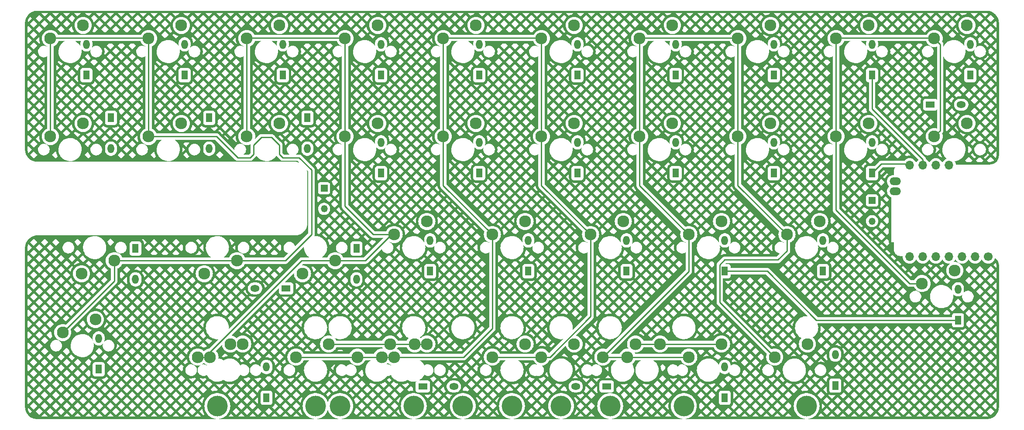
<source format=gbr>
%TF.GenerationSoftware,KiCad,Pcbnew,(7.0.0)*%
%TF.CreationDate,2024-02-27T19:35:29+01:00*%
%TF.ProjectId,pandemonium,70616e64-656d-46f6-9e69-756d2e6b6963,rev?*%
%TF.SameCoordinates,Original*%
%TF.FileFunction,Copper,L1,Top*%
%TF.FilePolarity,Positive*%
%FSLAX46Y46*%
G04 Gerber Fmt 4.6, Leading zero omitted, Abs format (unit mm)*
G04 Created by KiCad (PCBNEW (7.0.0)) date 2024-02-27 19:35:29*
%MOMM*%
%LPD*%
G01*
G04 APERTURE LIST*
%TA.AperFunction,ComponentPad*%
%ADD10C,2.300000*%
%TD*%
%TA.AperFunction,ComponentPad*%
%ADD11C,4.000000*%
%TD*%
%TA.AperFunction,ComponentPad*%
%ADD12R,1.350000X1.350000*%
%TD*%
%TA.AperFunction,ComponentPad*%
%ADD13O,1.350000X1.350000*%
%TD*%
%TA.AperFunction,ComponentPad*%
%ADD14R,1.300000X1.778000*%
%TD*%
%TA.AperFunction,ComponentPad*%
%ADD15O,1.300000X1.778000*%
%TD*%
%TA.AperFunction,ComponentPad*%
%ADD16C,1.700000*%
%TD*%
%TA.AperFunction,ComponentPad*%
%ADD17O,1.700000X1.700000*%
%TD*%
%TA.AperFunction,ComponentPad*%
%ADD18O,2.200000X1.500000*%
%TD*%
%TA.AperFunction,ComponentPad*%
%ADD19R,1.778000X1.300000*%
%TD*%
%TA.AperFunction,ComponentPad*%
%ADD20O,1.778000X1.300000*%
%TD*%
%TA.AperFunction,Conductor*%
%ADD21C,0.250000*%
%TD*%
G04 APERTURE END LIST*
D10*
%TO.P,MX42,1,1*%
%TO.N,COL3*%
X144621250Y-92710000D03*
%TO.P,MX42,2,2*%
%TO.N,Net-(D40-A)*%
X150971250Y-90170000D03*
%TD*%
%TO.P,MX14,1,1*%
%TO.N,COL1*%
X66040000Y-92710000D03*
%TO.P,MX14,2,2*%
%TO.N,Net-(D14-A)*%
X72390000Y-90170000D03*
%TD*%
%TO.P,MX5,1,1*%
%TO.N,COL0*%
X49847500Y-73977500D03*
%TO.P,MX5,2,2*%
%TO.N,Net-(D5-A)*%
X43497500Y-76517500D03*
%TD*%
%TO.P,MX12,1,1*%
%TO.N,COL0*%
X73660000Y-73977500D03*
%TO.P,MX12,2,2*%
%TO.N,Net-(D12-A)*%
X67310000Y-76517500D03*
%TD*%
D11*
%TO.P,S2,*%
%TO.N,*%
X127000000Y-102235000D03*
X88900000Y-102235000D03*
%TD*%
D10*
%TO.P,MX35,1,1*%
%TO.N,COL2*%
X85090000Y-92710000D03*
%TO.P,MX35,2,2*%
%TO.N,Net-(D21-A)*%
X91440000Y-90170000D03*
%TD*%
%TO.P,MX43,1,1*%
%TO.N,COL3*%
X149383750Y-92710000D03*
%TO.P,MX43,2,2*%
%TO.N,Net-(D40-A)*%
X155733750Y-90170000D03*
%TD*%
%TO.P,MX26,1,1*%
%TO.N,COL1*%
X104140000Y-68897500D03*
%TO.P,MX26,2,2*%
%TO.N,Net-(D34-A)*%
X110490000Y-66357500D03*
%TD*%
%TO.P,MX16,1,1*%
%TO.N,COL3*%
X170815000Y-30797500D03*
%TO.P,MX16,2,2*%
%TO.N,Net-(D16-A)*%
X177165000Y-28257500D03*
%TD*%
%TO.P,MX31,1,1*%
%TO.N,COL2*%
X113665000Y-49847500D03*
%TO.P,MX31,2,2*%
%TO.N,Net-(D29-A)*%
X120015000Y-47307500D03*
%TD*%
%TO.P,MX29,1,1*%
%TO.N,COL2*%
X113665000Y-30797500D03*
%TO.P,MX29,2,2*%
%TO.N,Net-(D23-A)*%
X120015000Y-28257500D03*
%TD*%
%TO.P,MX36,1,1*%
%TO.N,COL1*%
X68421250Y-92710000D03*
%TO.P,MX36,2,2*%
%TO.N,Net-(D14-A)*%
X74771250Y-90170000D03*
%TD*%
%TO.P,MX8,1,1*%
%TO.N,COL0*%
X56515000Y-30797500D03*
%TO.P,MX8,2,2*%
%TO.N,Net-(D8-A)*%
X62865000Y-28257500D03*
%TD*%
%TO.P,MX37,1,1*%
%TO.N,COL2*%
X101758750Y-92710000D03*
%TO.P,MX37,2,2*%
%TO.N,Net-(D21-A)*%
X108108750Y-90170000D03*
%TD*%
D11*
%TO.P,S3,*%
%TO.N,*%
X184150000Y-102235000D03*
X146050000Y-102235000D03*
%TD*%
D10*
%TO.P,MX18,1,1*%
%TO.N,COL3*%
X170815000Y-49847500D03*
%TO.P,MX18,2,2*%
%TO.N,Net-(D18-A)*%
X177165000Y-47307500D03*
%TD*%
%TO.P,MX24,1,1*%
%TO.N,COL1*%
X94615000Y-49847500D03*
%TO.P,MX24,2,2*%
%TO.N,Net-(D28-A)*%
X100965000Y-47307500D03*
%TD*%
%TO.P,MX44,1,1*%
%TO.N,COL3*%
X177958750Y-92710000D03*
%TO.P,MX44,2,2*%
%TO.N,Net-(D27-A)*%
X184308750Y-90170000D03*
%TD*%
%TO.P,MX19,1,1*%
%TO.N,COL1*%
X92710000Y-73977500D03*
%TO.P,MX19,2,2*%
%TO.N,Net-(D19-A)*%
X86360000Y-76517500D03*
%TD*%
%TO.P,MX21,1,1*%
%TO.N,COL2*%
X104140000Y-92710000D03*
%TO.P,MX21,2,2*%
%TO.N,Net-(D21-A)*%
X110490000Y-90170000D03*
%TD*%
%TO.P,MX15,1,1*%
%TO.N,COL1*%
X75565000Y-30797500D03*
%TO.P,MX15,2,2*%
%TO.N,Net-(D15-A)*%
X81915000Y-28257500D03*
%TD*%
%TO.P,MX4,1,1*%
%TO.N,COL2*%
X132715000Y-49847500D03*
%TO.P,MX4,2,2*%
%TO.N,Net-(D4-A)*%
X139065000Y-47307500D03*
%TD*%
%TO.P,MX2,1,1*%
%TO.N,COL2*%
X132715000Y-30797500D03*
%TO.P,MX2,2,2*%
%TO.N,Net-(D2-A)*%
X139065000Y-28257500D03*
%TD*%
%TO.P,MX11,1,1*%
%TO.N,COL3*%
X151765000Y-49847500D03*
%TO.P,MX11,2,2*%
%TO.N,Net-(D11-A)*%
X158115000Y-47307500D03*
%TD*%
%TO.P,MX9,1,1*%
%TO.N,COL3*%
X151765000Y-30797500D03*
%TO.P,MX9,2,2*%
%TO.N,Net-(D9-A)*%
X158115000Y-28257500D03*
%TD*%
%TO.P,MX38,1,1*%
%TO.N,COL2*%
X96996250Y-92710000D03*
%TO.P,MX38,2,2*%
%TO.N,Net-(D21-A)*%
X103346250Y-90170000D03*
%TD*%
D11*
%TO.P,S8,*%
%TO.N,*%
X184150000Y-102235000D03*
X88900000Y-102235000D03*
%TD*%
D10*
%TO.P,MX20,1,1*%
%TO.N,COL3*%
X180340000Y-68897500D03*
%TO.P,MX20,2,2*%
%TO.N,Net-(D20-A)*%
X186690000Y-66357500D03*
%TD*%
%TO.P,MX3,1,1*%
%TO.N,COL0*%
X37465000Y-49847500D03*
%TO.P,MX3,2,2*%
%TO.N,Net-(D3-A)*%
X43815000Y-47307500D03*
%TD*%
%TO.P,MX30,1,1*%
%TO.N,COL4*%
X208915000Y-30797500D03*
%TO.P,MX30,2,2*%
%TO.N,Net-(D26-A)*%
X215265000Y-28257500D03*
%TD*%
%TO.P,MX39,1,1*%
%TO.N,COL2*%
X123190000Y-92710000D03*
%TO.P,MX39,2,2*%
%TO.N,Net-(D24-A)*%
X129540000Y-90170000D03*
%TD*%
D11*
%TO.P,S6,*%
%TO.N,*%
X117475000Y-102235000D03*
X93662500Y-102235000D03*
%TD*%
D10*
%TO.P,MX6,1,1*%
%TO.N,COL2*%
X142240000Y-68897500D03*
%TO.P,MX6,2,2*%
%TO.N,Net-(D6-A)*%
X148590000Y-66357500D03*
%TD*%
D11*
%TO.P,S4,*%
%TO.N,*%
X107950000Y-102235000D03*
X69850000Y-102235000D03*
%TD*%
D10*
%TO.P,MX10,1,1*%
%TO.N,COL0*%
X56515000Y-49847500D03*
%TO.P,MX10,2,2*%
%TO.N,Net-(D10-A)*%
X62865000Y-47307500D03*
%TD*%
%TO.P,MX17,1,1*%
%TO.N,COL1*%
X75565000Y-49847500D03*
%TO.P,MX17,2,2*%
%TO.N,Net-(D17-A)*%
X81915000Y-47307500D03*
%TD*%
%TO.P,MX27,1,1*%
%TO.N,COL4*%
X206533750Y-78422500D03*
%TO.P,MX27,2,2*%
%TO.N,Net-(D37-A)*%
X212883750Y-75882500D03*
%TD*%
D11*
%TO.P,S9,*%
%TO.N,*%
X184150000Y-102235000D03*
X69850000Y-102235000D03*
%TD*%
D10*
%TO.P,MX23,1,1*%
%TO.N,COL4*%
X189865000Y-30797500D03*
%TO.P,MX23,2,2*%
%TO.N,Net-(D25-A)*%
X196215000Y-28257500D03*
%TD*%
%TO.P,MX1,1,1*%
%TO.N,COL0*%
X37465000Y-30797500D03*
%TO.P,MX1,2,2*%
%TO.N,Net-(D1-A)*%
X43815000Y-28257500D03*
%TD*%
%TO.P,MX22,1,1*%
%TO.N,COL1*%
X94615000Y-30797500D03*
%TO.P,MX22,2,2*%
%TO.N,Net-(D22-A)*%
X100965000Y-28257500D03*
%TD*%
D12*
%TO.P,J2,1,Pin_1*%
%TO.N,-BATT*%
X196849999Y-62293749D03*
D13*
%TO.P,J2,2,Pin_2*%
%TO.N,+BATT*%
X196849999Y-66293749D03*
%TD*%
D10*
%TO.P,MX25,1,1*%
%TO.N,COL4*%
X189865000Y-49847500D03*
%TO.P,MX25,2,2*%
%TO.N,Net-(D31-A)*%
X196215000Y-47307500D03*
%TD*%
D11*
%TO.P,S7,*%
%TO.N,*%
X160337500Y-102235000D03*
X136525000Y-102235000D03*
%TD*%
D10*
%TO.P,MX28,1,1*%
%TO.N,COL3*%
X161290000Y-92710000D03*
%TO.P,MX28,2,2*%
%TO.N,Net-(D40-A)*%
X167640000Y-90170000D03*
%TD*%
%TO.P,MX32,1,1*%
%TO.N,COL4*%
X208915000Y-49847500D03*
%TO.P,MX32,2,2*%
%TO.N,Net-(D32-A)*%
X215265000Y-47307500D03*
%TD*%
%TO.P,MX7,1,1*%
%TO.N,COL0*%
X39846250Y-87947500D03*
%TO.P,MX7,2,2*%
%TO.N,Net-(D7-A)*%
X46196250Y-85407500D03*
%TD*%
%TO.P,MX33,1,1*%
%TO.N,COL2*%
X123190000Y-68897500D03*
%TO.P,MX33,2,2*%
%TO.N,Net-(D35-A)*%
X129540000Y-66357500D03*
%TD*%
%TO.P,MX34,1,1*%
%TO.N,COL2*%
X132715000Y-92710000D03*
%TO.P,MX34,2,2*%
%TO.N,Net-(D24-A)*%
X139065000Y-90170000D03*
%TD*%
%TO.P,MX13,1,1*%
%TO.N,COL3*%
X161290000Y-68897500D03*
%TO.P,MX13,2,2*%
%TO.N,Net-(D13-A)*%
X167640000Y-66357500D03*
%TD*%
D14*
%TO.P,D6,1,K*%
%TO.N,ROW5*%
X149224999Y-76024999D03*
D15*
%TO.P,D6,2,A*%
%TO.N,Net-(D6-A)*%
X149224999Y-70024999D03*
%TD*%
D16*
%TO.P,J1,1,Pin_1*%
%TO.N,ROW6*%
X219386662Y-73189580D03*
D17*
%TO.P,J1,2,Pin_2*%
%TO.N,ROW7*%
X216846661Y-73189579D03*
%TO.P,J1,3,Pin_3*%
%TO.N,ROW4*%
X214306661Y-73189579D03*
%TO.P,J1,4,Pin_4*%
%TO.N,COL3*%
X211766661Y-73189579D03*
%TO.P,J1,5,Pin_5*%
%TO.N,COL2*%
X209226661Y-73189579D03*
%TO.P,J1,6,Pin_6*%
%TO.N,COL1*%
X206686661Y-73189579D03*
%TO.P,J1,7,Pin_7*%
%TO.N,COL0*%
X204146661Y-73189579D03*
D18*
%TO.P,J1,8,Pin_8*%
%TO.N,ROW5*%
X201352661Y-60489579D03*
%TO.P,J1,9,Pin_9*%
%TO.N,ROW3*%
X201352661Y-58584579D03*
D17*
%TO.P,J1,18,Pin_18*%
%TO.N,ROW2*%
X204146661Y-55409579D03*
%TO.P,J1,19,Pin_19*%
%TO.N,ROW0*%
X206686661Y-55409579D03*
%TO.P,J1,20,Pin_20*%
%TO.N,COL4*%
X209226661Y-55409579D03*
%TO.P,J1,21,Pin_21*%
%TO.N,ROW1*%
X211766661Y-55409579D03*
%TD*%
D14*
%TO.P,D17,1,K*%
%TO.N,ROW2*%
X87312499Y-46212499D03*
D15*
%TO.P,D17,2,A*%
%TO.N,Net-(D17-A)*%
X87312499Y-52212499D03*
%TD*%
D14*
%TO.P,D35,1,K*%
%TO.N,ROW4*%
X130174999Y-76024999D03*
D15*
%TO.P,D35,2,A*%
%TO.N,Net-(D35-A)*%
X130174999Y-70024999D03*
%TD*%
D14*
%TO.P,D9,1,K*%
%TO.N,ROW0*%
X158749999Y-37924999D03*
D15*
%TO.P,D9,2,A*%
%TO.N,Net-(D9-A)*%
X158749999Y-31924999D03*
%TD*%
D19*
%TO.P,D24,1,K*%
%TO.N,ROW7*%
X145366999Y-98424999D03*
D20*
%TO.P,D24,2,A*%
%TO.N,Net-(D24-A)*%
X139366999Y-98424999D03*
%TD*%
D14*
%TO.P,D31,1,K*%
%TO.N,ROW2*%
X196849999Y-56974999D03*
D15*
%TO.P,D31,2,A*%
%TO.N,Net-(D31-A)*%
X196849999Y-50974999D03*
%TD*%
D14*
%TO.P,D13,1,K*%
%TO.N,ROW4*%
X168274999Y-76024999D03*
D15*
%TO.P,D13,2,A*%
%TO.N,Net-(D13-A)*%
X168274999Y-70024999D03*
%TD*%
D14*
%TO.P,D18,1,K*%
%TO.N,ROW3*%
X177799999Y-56974999D03*
D15*
%TO.P,D18,2,A*%
%TO.N,Net-(D18-A)*%
X177799999Y-50974999D03*
%TD*%
D19*
%TO.P,D12,1,K*%
%TO.N,ROW5*%
X83168749Y-79374999D03*
D20*
%TO.P,D12,2,A*%
%TO.N,Net-(D12-A)*%
X77168749Y-79374999D03*
%TD*%
D14*
%TO.P,D20,1,K*%
%TO.N,ROW5*%
X187324999Y-76024999D03*
D15*
%TO.P,D20,2,A*%
%TO.N,Net-(D20-A)*%
X187324999Y-70024999D03*
%TD*%
D14*
%TO.P,D37,1,K*%
%TO.N,ROW4*%
X213518749Y-85549999D03*
D15*
%TO.P,D37,2,A*%
%TO.N,Net-(D37-A)*%
X213518749Y-79549999D03*
%TD*%
D19*
%TO.P,D32,1,K*%
%TO.N,ROW3*%
X208137499Y-43656249D03*
D20*
%TO.P,D32,2,A*%
%TO.N,Net-(D32-A)*%
X214137499Y-43656249D03*
%TD*%
D12*
%TO.P,J3,1,Pin_1*%
%TO.N,-BATT*%
X90556249Y-59912499D03*
D13*
%TO.P,J3,2,Pin_2*%
%TO.N,+BATT*%
X90556249Y-63912499D03*
%TD*%
D14*
%TO.P,D29,1,K*%
%TO.N,ROW2*%
X120649999Y-56974999D03*
D15*
%TO.P,D29,2,A*%
%TO.N,Net-(D29-A)*%
X120649999Y-50974999D03*
%TD*%
D14*
%TO.P,D2,1,K*%
%TO.N,ROW1*%
X139699999Y-37924999D03*
D15*
%TO.P,D2,2,A*%
%TO.N,Net-(D2-A)*%
X139699999Y-31924999D03*
%TD*%
D14*
%TO.P,D15,1,K*%
%TO.N,ROW0*%
X82549999Y-37924999D03*
D15*
%TO.P,D15,2,A*%
%TO.N,Net-(D15-A)*%
X82549999Y-31924999D03*
%TD*%
D14*
%TO.P,D28,1,K*%
%TO.N,ROW3*%
X101599999Y-56974999D03*
D15*
%TO.P,D28,2,A*%
%TO.N,Net-(D28-A)*%
X101599999Y-50974999D03*
%TD*%
D14*
%TO.P,D34,1,K*%
%TO.N,ROW5*%
X111124999Y-76024999D03*
D15*
%TO.P,D34,2,A*%
%TO.N,Net-(D34-A)*%
X111124999Y-70024999D03*
%TD*%
D14*
%TO.P,D16,1,K*%
%TO.N,ROW1*%
X177799999Y-37924999D03*
D15*
%TO.P,D16,2,A*%
%TO.N,Net-(D16-A)*%
X177799999Y-31924999D03*
%TD*%
D14*
%TO.P,D40,1,K*%
%TO.N,ROW6*%
X168274999Y-100631249D03*
D15*
%TO.P,D40,2,A*%
%TO.N,Net-(D40-A)*%
X168274999Y-94631249D03*
%TD*%
D14*
%TO.P,D23,1,K*%
%TO.N,ROW0*%
X120649999Y-37924999D03*
D15*
%TO.P,D23,2,A*%
%TO.N,Net-(D23-A)*%
X120649999Y-31924999D03*
%TD*%
D14*
%TO.P,D4,1,K*%
%TO.N,ROW3*%
X139699999Y-56974999D03*
D15*
%TO.P,D4,2,A*%
%TO.N,Net-(D4-A)*%
X139699999Y-50974999D03*
%TD*%
D14*
%TO.P,D11,1,K*%
%TO.N,ROW2*%
X158749999Y-56974999D03*
D15*
%TO.P,D11,2,A*%
%TO.N,Net-(D11-A)*%
X158749999Y-50974999D03*
%TD*%
D14*
%TO.P,D3,1,K*%
%TO.N,ROW2*%
X49212499Y-46212499D03*
D15*
%TO.P,D3,2,A*%
%TO.N,Net-(D3-A)*%
X49212499Y-52212499D03*
%TD*%
D14*
%TO.P,D25,1,K*%
%TO.N,ROW0*%
X196849999Y-37924999D03*
D15*
%TO.P,D25,2,A*%
%TO.N,Net-(D25-A)*%
X196849999Y-31924999D03*
%TD*%
D14*
%TO.P,D19,1,K*%
%TO.N,ROW4*%
X96837499Y-71612499D03*
D15*
%TO.P,D19,2,A*%
%TO.N,Net-(D19-A)*%
X96837499Y-77612499D03*
%TD*%
D14*
%TO.P,D14,1,K*%
%TO.N,ROW6*%
X79374999Y-100631249D03*
D15*
%TO.P,D14,2,A*%
%TO.N,Net-(D14-A)*%
X79374999Y-94631249D03*
%TD*%
D14*
%TO.P,D22,1,K*%
%TO.N,ROW1*%
X101599999Y-37924999D03*
D15*
%TO.P,D22,2,A*%
%TO.N,Net-(D22-A)*%
X101599999Y-31924999D03*
%TD*%
D14*
%TO.P,D1,1,K*%
%TO.N,ROW0*%
X44449999Y-37924999D03*
D15*
%TO.P,D1,2,A*%
%TO.N,Net-(D1-A)*%
X44449999Y-31924999D03*
%TD*%
D14*
%TO.P,D10,1,K*%
%TO.N,ROW3*%
X68262499Y-46212499D03*
D15*
%TO.P,D10,2,A*%
%TO.N,Net-(D10-A)*%
X68262499Y-52212499D03*
%TD*%
D14*
%TO.P,D7,1,K*%
%TO.N,ROW6*%
X46831249Y-95074999D03*
D15*
%TO.P,D7,2,A*%
%TO.N,Net-(D7-A)*%
X46831249Y-89074999D03*
%TD*%
D14*
%TO.P,D5,1,K*%
%TO.N,ROW4*%
X53974999Y-71612499D03*
D15*
%TO.P,D5,2,A*%
%TO.N,Net-(D5-A)*%
X53974999Y-77612499D03*
%TD*%
D14*
%TO.P,D27,1,K*%
%TO.N,ROW7*%
X189706249Y-98249999D03*
D15*
%TO.P,D27,2,A*%
%TO.N,Net-(D27-A)*%
X189706249Y-92249999D03*
%TD*%
D19*
%TO.P,D21,1,K*%
%TO.N,ROW6*%
X109712499Y-98424999D03*
D20*
%TO.P,D21,2,A*%
%TO.N,Net-(D21-A)*%
X115712499Y-98424999D03*
%TD*%
D14*
%TO.P,D8,1,K*%
%TO.N,ROW1*%
X63499999Y-37924999D03*
D15*
%TO.P,D8,2,A*%
%TO.N,Net-(D8-A)*%
X63499999Y-31924999D03*
%TD*%
D14*
%TO.P,D26,1,K*%
%TO.N,ROW1*%
X215899999Y-37924999D03*
D15*
%TO.P,D26,2,A*%
%TO.N,Net-(D26-A)*%
X215899999Y-31924999D03*
%TD*%
D21*
%TO.N,ROW0*%
X206686662Y-54286662D02*
X206686662Y-55191106D01*
X196850000Y-44450000D02*
X206686662Y-54286662D01*
X196850000Y-37925000D02*
X196850000Y-44450000D01*
%TO.N,ROW2*%
X203930888Y-55193806D02*
X202461947Y-55193806D01*
X202461947Y-55193806D02*
X202457247Y-55189106D01*
X198635894Y-55189106D02*
X196850000Y-56975000D01*
X202457247Y-55189106D02*
X198635894Y-55189106D01*
X204146450Y-55193595D02*
X203930888Y-55193806D01*
%TO.N,ROW4*%
X186055130Y-85550000D02*
X213518750Y-85550000D01*
X176530131Y-76025000D02*
X186055130Y-85550000D01*
X168275000Y-76025000D02*
X176530131Y-76025000D01*
%TO.N,Net-(D21-A)*%
X91440000Y-90170000D02*
X110490000Y-90170000D01*
%TO.N,Net-(D40-A)*%
X150971250Y-90170000D02*
X155733750Y-90170000D01*
X155733750Y-90170000D02*
X167640000Y-90170000D01*
%TO.N,COL0*%
X81843816Y-51506184D02*
X80343881Y-50006250D01*
X83047767Y-73977500D02*
X86450133Y-70575133D01*
X81843816Y-53268816D02*
X81843816Y-51506184D01*
X39846250Y-87947500D02*
X49847500Y-77946250D01*
X86450133Y-70537236D02*
X88106250Y-68881118D01*
X86450133Y-70575133D02*
X86450133Y-70537236D01*
X88106250Y-68881118D02*
X88106250Y-56356250D01*
X69691250Y-49847500D02*
X56515000Y-49847500D01*
X80343881Y-50006250D02*
X78406119Y-50006250D01*
X49847500Y-73977500D02*
X73660000Y-73977500D01*
X49847500Y-77946250D02*
X49847500Y-73977500D01*
X56515000Y-49847500D02*
X56515000Y-30797500D01*
X82550000Y-53975000D02*
X81843816Y-53268816D01*
X76200000Y-53975000D02*
X73818750Y-53975000D01*
X56411250Y-30693750D02*
X37568750Y-30693750D01*
X37465000Y-30797500D02*
X37465000Y-49847500D01*
X85725000Y-53975000D02*
X82550000Y-53975000D01*
X73818750Y-53975000D02*
X69691250Y-49847500D01*
X88106250Y-56356250D02*
X85725000Y-53975000D01*
X76906184Y-53268816D02*
X76200000Y-53975000D01*
X56515000Y-30797500D02*
X56411250Y-30693750D01*
X73660000Y-73977500D02*
X83047767Y-73977500D01*
X76906184Y-51506184D02*
X76906184Y-53268816D01*
X78406119Y-50006250D02*
X76906184Y-51506184D01*
X37568750Y-30693750D02*
X37465000Y-30797500D01*
%TO.N,COL2*%
X104140000Y-92710000D02*
X117633750Y-92710000D01*
X132715000Y-49847500D02*
X132715000Y-30797500D01*
X134341345Y-92710000D02*
X142240000Y-84811345D01*
X85090000Y-92710000D02*
X104140000Y-92710000D01*
X132611250Y-30693750D02*
X132715000Y-30797500D01*
X123190000Y-87153750D02*
X123190000Y-68897500D01*
X123190000Y-92710000D02*
X132715000Y-92710000D01*
X132715000Y-92710000D02*
X134341345Y-92710000D01*
X142240000Y-68897500D02*
X132715000Y-59372500D01*
X113665000Y-59372500D02*
X113665000Y-49847500D01*
X113665000Y-30797500D02*
X113665000Y-49847500D01*
X142240000Y-84811345D02*
X142240000Y-68897500D01*
X113768750Y-30693750D02*
X132611250Y-30693750D01*
X113665000Y-30797500D02*
X113768750Y-30693750D01*
X132715000Y-59372500D02*
X132715000Y-49847500D01*
X123190000Y-68897500D02*
X113665000Y-59372500D01*
X117633750Y-92710000D02*
X123190000Y-87153750D01*
%TO.N,COL4*%
X189865000Y-30797500D02*
X189865000Y-49847500D01*
X189865000Y-64176036D02*
X189865000Y-49847500D01*
X208811250Y-30693750D02*
X208915000Y-30797500D01*
X204111464Y-78422500D02*
X189865000Y-64176036D01*
X189865000Y-30797500D02*
X189968750Y-30693750D01*
X206533750Y-78422500D02*
X204111464Y-78422500D01*
X210065000Y-48697500D02*
X210065000Y-31947500D01*
X210065000Y-31947500D02*
X208915000Y-30797500D01*
X208915000Y-49847500D02*
X210065000Y-48697500D01*
X189968750Y-30693750D02*
X208811250Y-30693750D01*
%TO.N,COL1*%
X67764034Y-92710000D02*
X66040000Y-92710000D01*
X98562233Y-73977500D02*
X103642233Y-68897500D01*
X75668750Y-30693750D02*
X94511250Y-30693750D01*
X75565000Y-30797500D02*
X75668750Y-30693750D01*
X94615000Y-49847500D02*
X94615000Y-30797500D01*
X75565000Y-30797500D02*
X75565000Y-49847500D01*
X86217631Y-73977500D02*
X68421250Y-91773881D01*
X94615000Y-63409423D02*
X100103077Y-68897500D01*
X94615000Y-49847500D02*
X94615000Y-63409423D01*
X86217631Y-73977500D02*
X92710000Y-73977500D01*
X66040000Y-92710000D02*
X68421250Y-92710000D01*
X94511250Y-30693750D02*
X94615000Y-30797500D01*
X103642233Y-68897500D02*
X104140000Y-68897500D01*
X92710000Y-73977500D02*
X98562233Y-73977500D01*
X100103077Y-68897500D02*
X104140000Y-68897500D01*
X68421250Y-91773881D02*
X68421250Y-92710000D01*
%TO.N,COL3*%
X167300000Y-74793750D02*
X167300000Y-82051250D01*
X180340000Y-68897500D02*
X180340000Y-72072500D01*
X170815000Y-49847500D02*
X170815000Y-59351827D01*
X167300000Y-82051250D02*
X177958750Y-92710000D01*
X144621250Y-92710000D02*
X161290000Y-76041250D01*
X170815000Y-59351827D02*
X180340000Y-68876827D01*
X170711250Y-30693750D02*
X170815000Y-30797500D01*
X170815000Y-49847500D02*
X170815000Y-30797500D01*
X168275000Y-73818750D02*
X167300000Y-74793750D01*
X180340000Y-72072500D02*
X178593750Y-73818750D01*
X151765000Y-49847500D02*
X151765000Y-30797500D01*
X161290000Y-76041250D02*
X161290000Y-68897500D01*
X151765000Y-49847500D02*
X151765000Y-59372500D01*
X151765000Y-59372500D02*
X161290000Y-68897500D01*
X178593750Y-73818750D02*
X168275000Y-73818750D01*
X151868750Y-30693750D02*
X170711250Y-30693750D01*
X180340000Y-68876827D02*
X180340000Y-68897500D01*
X151765000Y-30797500D02*
X151868750Y-30693750D01*
X144621250Y-92710000D02*
X161290000Y-92710000D01*
%TD*%
%TA.AperFunction,NonConductor*%
G36*
X43349602Y-31321364D02*
G01*
X43353804Y-31326928D01*
X43354019Y-31333897D01*
X43314388Y-31473180D01*
X43314385Y-31473191D01*
X43314244Y-31473690D01*
X43314195Y-31474213D01*
X43314195Y-31474216D01*
X43299524Y-31632536D01*
X43299523Y-31632557D01*
X43299500Y-31632806D01*
X43299500Y-32217194D01*
X43299523Y-32217443D01*
X43299524Y-32217463D01*
X43310483Y-32335725D01*
X43308583Y-32343192D01*
X43302396Y-32347783D01*
X43294699Y-32347439D01*
X43288947Y-32342313D01*
X43270270Y-32308232D01*
X43171021Y-32127125D01*
X42992777Y-31885210D01*
X42852458Y-31740121D01*
X42784148Y-31669489D01*
X42784146Y-31669487D01*
X42783879Y-31669211D01*
X42779341Y-31665627D01*
X42548357Y-31483221D01*
X42548354Y-31483219D01*
X42548054Y-31482982D01*
X42307742Y-31340645D01*
X42302942Y-31335062D01*
X42302512Y-31327712D01*
X42306628Y-31321607D01*
X42313603Y-31319250D01*
X43342958Y-31319250D01*
X43349602Y-31321364D01*
G37*
%TD.AperFunction*%
%TA.AperFunction,NonConductor*%
G36*
X81449602Y-31321364D02*
G01*
X81453804Y-31326928D01*
X81454019Y-31333897D01*
X81414388Y-31473180D01*
X81414385Y-31473191D01*
X81414244Y-31473690D01*
X81414195Y-31474213D01*
X81414195Y-31474216D01*
X81399524Y-31632536D01*
X81399523Y-31632557D01*
X81399500Y-31632806D01*
X81399500Y-32217194D01*
X81399523Y-32217443D01*
X81399524Y-32217463D01*
X81410483Y-32335725D01*
X81408583Y-32343192D01*
X81402396Y-32347783D01*
X81394699Y-32347439D01*
X81388947Y-32342313D01*
X81370270Y-32308232D01*
X81271021Y-32127125D01*
X81092777Y-31885210D01*
X80952458Y-31740121D01*
X80884148Y-31669489D01*
X80884146Y-31669487D01*
X80883879Y-31669211D01*
X80879341Y-31665627D01*
X80648357Y-31483221D01*
X80648354Y-31483219D01*
X80648054Y-31482982D01*
X80407742Y-31340645D01*
X80402942Y-31335062D01*
X80402512Y-31327712D01*
X80406628Y-31321607D01*
X80413603Y-31319250D01*
X81442958Y-31319250D01*
X81449602Y-31321364D01*
G37*
%TD.AperFunction*%
%TA.AperFunction,NonConductor*%
G36*
X78351468Y-31321725D02*
G01*
X78355528Y-31328084D01*
X78354773Y-31335591D01*
X78349528Y-31341014D01*
X78229003Y-31401917D01*
X78228989Y-31401924D01*
X78228657Y-31402093D01*
X78228348Y-31402305D01*
X78228333Y-31402314D01*
X77981241Y-31571933D01*
X77981234Y-31571938D01*
X77980920Y-31572154D01*
X77980644Y-31572402D01*
X77980632Y-31572413D01*
X77758343Y-31773462D01*
X77758335Y-31773469D01*
X77758061Y-31773718D01*
X77757821Y-31774001D01*
X77757815Y-31774008D01*
X77564302Y-32002897D01*
X77564295Y-32002906D01*
X77564057Y-32003188D01*
X77563856Y-32003502D01*
X77563850Y-32003511D01*
X77402572Y-32256149D01*
X77402568Y-32256156D01*
X77402369Y-32256468D01*
X77402215Y-32256797D01*
X77402212Y-32256805D01*
X77276038Y-32528702D01*
X77276033Y-32528712D01*
X77275882Y-32529040D01*
X77275772Y-32529393D01*
X77275771Y-32529397D01*
X77186967Y-32815670D01*
X77186963Y-32815686D01*
X77186854Y-32816038D01*
X77186792Y-32816401D01*
X77186789Y-32816417D01*
X77136936Y-33111968D01*
X77136934Y-33111983D01*
X77136874Y-33112342D01*
X77136861Y-33112711D01*
X77136861Y-33112718D01*
X77126845Y-33412289D01*
X77126845Y-33412297D01*
X77126833Y-33412664D01*
X77126869Y-33413027D01*
X77126870Y-33413041D01*
X77156872Y-33711267D01*
X77156874Y-33711281D01*
X77156911Y-33711645D01*
X77226570Y-34003949D01*
X77226704Y-34004299D01*
X77226707Y-34004306D01*
X77330851Y-34274707D01*
X77334569Y-34284360D01*
X77334747Y-34284685D01*
X77334749Y-34284689D01*
X77399710Y-34403228D01*
X77478979Y-34547875D01*
X77657223Y-34789790D01*
X77720479Y-34855196D01*
X77859251Y-34998686D01*
X77866121Y-35005789D01*
X78101946Y-35192018D01*
X78360487Y-35345152D01*
X78637133Y-35462460D01*
X78926946Y-35541848D01*
X79224755Y-35581900D01*
X79449851Y-35581900D01*
X79450033Y-35581900D01*
X79674819Y-35566852D01*
X79969287Y-35506999D01*
X80253151Y-35408431D01*
X80291760Y-35388921D01*
X81264651Y-35388921D01*
X81913230Y-36037500D01*
X82033113Y-36037500D01*
X82681691Y-35388921D01*
X83385970Y-35388921D01*
X84094491Y-36097442D01*
X84803012Y-35388921D01*
X85507291Y-35388921D01*
X86215812Y-36097442D01*
X86924332Y-35388921D01*
X87628612Y-35388921D01*
X88337132Y-36097442D01*
X89045653Y-35388921D01*
X89749932Y-35388921D01*
X90458453Y-36097442D01*
X91166973Y-35388921D01*
X91871252Y-35388921D01*
X92579773Y-36097442D01*
X93288293Y-35388921D01*
X92745726Y-34846354D01*
X92641832Y-34804762D01*
X92641328Y-34804546D01*
X92600157Y-34785740D01*
X92599664Y-34785501D01*
X92597721Y-34784499D01*
X92597241Y-34784237D01*
X92558147Y-34761663D01*
X92557681Y-34761378D01*
X92521833Y-34738339D01*
X91871252Y-35388921D01*
X91166973Y-35388921D01*
X90458453Y-34680401D01*
X89749932Y-35388921D01*
X89045653Y-35388921D01*
X88337132Y-34680401D01*
X87628612Y-35388921D01*
X86924332Y-35388921D01*
X86215812Y-34680401D01*
X85507291Y-35388921D01*
X84803012Y-35388921D01*
X84375091Y-34961000D01*
X84347528Y-34961000D01*
X84346980Y-34960987D01*
X84301782Y-34958832D01*
X84301236Y-34958793D01*
X84299060Y-34958585D01*
X84298517Y-34958520D01*
X84253822Y-34952091D01*
X84253283Y-34952000D01*
X84042223Y-34911322D01*
X84041688Y-34911206D01*
X83997764Y-34900551D01*
X83997235Y-34900409D01*
X83995137Y-34899793D01*
X83994616Y-34899627D01*
X83951893Y-34884841D01*
X83951380Y-34884649D01*
X83907721Y-34867170D01*
X83385970Y-35388921D01*
X82681691Y-35388921D01*
X81973171Y-34680401D01*
X81264651Y-35388921D01*
X80291760Y-35388921D01*
X80521343Y-35272907D01*
X80769080Y-35102846D01*
X80991939Y-34901282D01*
X81185943Y-34671812D01*
X81347631Y-34418532D01*
X81389521Y-34328261D01*
X82325310Y-34328261D01*
X83033831Y-35036781D01*
X83450972Y-34619640D01*
X83449698Y-34618734D01*
X83449261Y-34618407D01*
X83447542Y-34617056D01*
X83447118Y-34616706D01*
X83412845Y-34587017D01*
X83412439Y-34586648D01*
X83256876Y-34438320D01*
X83256490Y-34437934D01*
X83225352Y-34405284D01*
X83224984Y-34404880D01*
X83223552Y-34403228D01*
X83223203Y-34402805D01*
X83195203Y-34367207D01*
X83194874Y-34366768D01*
X83070194Y-34191679D01*
X83069887Y-34191224D01*
X83045402Y-34153115D01*
X83045117Y-34152647D01*
X83044024Y-34150753D01*
X83043762Y-34150274D01*
X83023096Y-34110178D01*
X83022857Y-34109686D01*
X82933566Y-33914166D01*
X82933351Y-33913663D01*
X82916547Y-33871689D01*
X82916355Y-33871176D01*
X82915640Y-33869110D01*
X82915474Y-33868589D01*
X82902742Y-33825226D01*
X82902600Y-33824697D01*
X82891098Y-33777291D01*
X82872874Y-33780697D01*
X82325310Y-34328261D01*
X81389521Y-34328261D01*
X81474118Y-34145960D01*
X81563146Y-33858962D01*
X81613126Y-33562658D01*
X81623167Y-33262336D01*
X81607252Y-33104138D01*
X81593127Y-32963732D01*
X81593126Y-32963730D01*
X81593089Y-32963355D01*
X81551016Y-32786810D01*
X81551839Y-32779162D01*
X81557301Y-32773743D01*
X81564957Y-32772981D01*
X81571380Y-32777216D01*
X81695805Y-32941980D01*
X81695808Y-32941983D01*
X81696128Y-32942407D01*
X81732890Y-32975920D01*
X81853310Y-33085699D01*
X81853314Y-33085702D01*
X81853698Y-33086052D01*
X82034981Y-33198298D01*
X82233802Y-33275321D01*
X82443390Y-33314500D01*
X82656076Y-33314500D01*
X82656610Y-33314500D01*
X82866198Y-33275321D01*
X83065019Y-33198298D01*
X83246302Y-33086052D01*
X83365897Y-32977024D01*
X83372743Y-32974059D01*
X83379969Y-32975920D01*
X83384532Y-32981823D01*
X83384512Y-32989285D01*
X83356427Y-33070432D01*
X83356424Y-33070440D01*
X83356250Y-33070946D01*
X83356173Y-33071477D01*
X83356172Y-33071484D01*
X83325738Y-33283161D01*
X83325737Y-33283170D01*
X83325661Y-33283703D01*
X83325687Y-33284248D01*
X83325687Y-33284249D01*
X83335861Y-33497857D01*
X83335862Y-33497866D01*
X83335888Y-33498404D01*
X83336014Y-33498926D01*
X83336016Y-33498935D01*
X83374566Y-33657837D01*
X83386563Y-33707290D01*
X83386789Y-33707786D01*
X83386791Y-33707790D01*
X83475628Y-33902317D01*
X83475632Y-33902324D01*
X83475854Y-33902810D01*
X83600534Y-34077899D01*
X83600929Y-34078276D01*
X83600932Y-34078279D01*
X83609868Y-34086799D01*
X83756097Y-34226227D01*
X83936920Y-34342435D01*
X84136468Y-34422322D01*
X84347528Y-34463000D01*
X84508345Y-34463000D01*
X84508618Y-34463000D01*
X84668971Y-34447688D01*
X84875209Y-34387131D01*
X84989401Y-34328261D01*
X86567951Y-34328261D01*
X87276472Y-35036782D01*
X87984992Y-34328261D01*
X88689272Y-34328261D01*
X89397792Y-35036782D01*
X90106313Y-34328261D01*
X90810592Y-34328261D01*
X91519113Y-35036782D01*
X92132563Y-34423331D01*
X92115352Y-34405284D01*
X92114984Y-34404880D01*
X92113552Y-34403228D01*
X92113203Y-34402805D01*
X92085203Y-34367207D01*
X92084874Y-34366768D01*
X91960194Y-34191679D01*
X91959887Y-34191224D01*
X91935402Y-34153115D01*
X91935117Y-34152647D01*
X91934024Y-34150753D01*
X91933762Y-34150274D01*
X91913096Y-34110178D01*
X91912857Y-34109686D01*
X91831994Y-33932622D01*
X91519113Y-33619741D01*
X90810592Y-34328261D01*
X90106313Y-34328261D01*
X89397792Y-33619741D01*
X88689272Y-34328261D01*
X87984992Y-34328261D01*
X87276472Y-33619741D01*
X86567951Y-34328261D01*
X84989401Y-34328261D01*
X85066259Y-34288638D01*
X85235217Y-34155768D01*
X85375976Y-33993324D01*
X85483448Y-33807177D01*
X85553750Y-33604054D01*
X85584339Y-33391297D01*
X85574112Y-33176596D01*
X85523437Y-32967710D01*
X85482178Y-32877366D01*
X85441226Y-32787692D01*
X85987199Y-32787692D01*
X85993453Y-32803311D01*
X85993645Y-32803824D01*
X85994360Y-32805890D01*
X85994526Y-32806411D01*
X86007258Y-32849774D01*
X86007400Y-32850303D01*
X86058075Y-33059189D01*
X86058191Y-33059724D01*
X86066749Y-33104138D01*
X86066840Y-33104678D01*
X86067151Y-33106842D01*
X86067216Y-33107385D01*
X86071509Y-33152356D01*
X86071548Y-33152902D01*
X86081775Y-33367603D01*
X86081788Y-33368150D01*
X86081788Y-33413343D01*
X86081775Y-33413890D01*
X86081671Y-33416074D01*
X86081632Y-33416620D01*
X86077335Y-33461625D01*
X86077270Y-33462169D01*
X86046681Y-33674926D01*
X86046590Y-33675465D01*
X86038049Y-33719796D01*
X86037933Y-33720330D01*
X86037418Y-33722454D01*
X86037276Y-33722983D01*
X86024527Y-33766412D01*
X86024360Y-33766935D01*
X86019800Y-33780109D01*
X86215812Y-33976121D01*
X86924332Y-33267601D01*
X87628612Y-33267601D01*
X88337132Y-33976121D01*
X89045653Y-33267601D01*
X89749932Y-33267601D01*
X90458453Y-33976121D01*
X91166973Y-33267601D01*
X90458453Y-32559081D01*
X89749932Y-33267601D01*
X89045653Y-33267601D01*
X88337132Y-32559080D01*
X87628612Y-33267601D01*
X86924332Y-33267601D01*
X86215811Y-32559080D01*
X85987199Y-32787692D01*
X85441226Y-32787692D01*
X85434371Y-32772682D01*
X85434369Y-32772679D01*
X85434146Y-32772190D01*
X85309466Y-32597101D01*
X85309069Y-32596723D01*
X85309067Y-32596720D01*
X85158445Y-32453104D01*
X85153903Y-32448773D01*
X85153440Y-32448475D01*
X85153437Y-32448473D01*
X84996224Y-32347439D01*
X84973080Y-32332565D01*
X84972572Y-32332361D01*
X84972567Y-32332359D01*
X84816091Y-32269716D01*
X84773532Y-32252678D01*
X84726959Y-32243702D01*
X84563013Y-32212104D01*
X84563010Y-32212103D01*
X84562472Y-32212000D01*
X84401382Y-32212000D01*
X84401128Y-32212024D01*
X84401111Y-32212025D01*
X84241573Y-32227259D01*
X84241562Y-32227261D01*
X84241029Y-32227312D01*
X84240509Y-32227464D01*
X84240502Y-32227466D01*
X84035311Y-32287716D01*
X84035308Y-32287717D01*
X84034791Y-32287869D01*
X84034314Y-32288114D01*
X84034311Y-32288116D01*
X83844223Y-32386113D01*
X83844218Y-32386115D01*
X83843741Y-32386362D01*
X83843319Y-32386693D01*
X83843314Y-32386697D01*
X83675205Y-32518899D01*
X83675198Y-32518905D01*
X83674783Y-32519232D01*
X83674431Y-32519637D01*
X83674429Y-32519640D01*
X83664505Y-32531092D01*
X83657879Y-32534874D01*
X83650345Y-32533677D01*
X83645217Y-32528028D01*
X83644753Y-32520414D01*
X83644974Y-32519640D01*
X83685756Y-32376310D01*
X83700500Y-32217194D01*
X83700500Y-32206941D01*
X86567951Y-32206941D01*
X87276472Y-32915461D01*
X87984992Y-32206941D01*
X88689272Y-32206941D01*
X89397792Y-32915461D01*
X90106313Y-32206941D01*
X90810592Y-32206941D01*
X91519112Y-32915461D01*
X91980237Y-32454336D01*
X91992744Y-32432676D01*
X91993028Y-32432209D01*
X92017441Y-32394217D01*
X92017748Y-32393764D01*
X92019016Y-32391983D01*
X92019344Y-32391545D01*
X92047312Y-32355978D01*
X92047661Y-32355555D01*
X92188420Y-32193111D01*
X92188787Y-32192707D01*
X92200799Y-32180106D01*
X91837942Y-31817250D01*
X91200284Y-31817250D01*
X90810592Y-32206941D01*
X90106313Y-32206941D01*
X89716622Y-31817250D01*
X89078964Y-31817250D01*
X88689272Y-32206941D01*
X87984992Y-32206941D01*
X87595301Y-31817250D01*
X86957643Y-31817250D01*
X86567951Y-32206941D01*
X83700500Y-32206941D01*
X83700500Y-31632806D01*
X83685756Y-31473690D01*
X83685611Y-31473180D01*
X83645981Y-31333897D01*
X83646196Y-31326928D01*
X83650398Y-31321364D01*
X83657042Y-31319250D01*
X93036943Y-31319250D01*
X93043332Y-31321188D01*
X93047567Y-31326347D01*
X93139846Y-31549128D01*
X93153821Y-31571933D01*
X93259670Y-31744665D01*
X93275588Y-31770640D01*
X93444311Y-31968189D01*
X93641860Y-32136912D01*
X93863372Y-32272654D01*
X93982402Y-32321957D01*
X93987562Y-32326193D01*
X93989500Y-32332582D01*
X93989500Y-32392750D01*
X93986691Y-32400281D01*
X93979637Y-32404133D01*
X93971783Y-32402424D01*
X93946790Y-32386362D01*
X93863080Y-32332565D01*
X93862572Y-32332361D01*
X93862567Y-32332359D01*
X93706091Y-32269716D01*
X93663532Y-32252678D01*
X93616959Y-32243702D01*
X93453013Y-32212104D01*
X93453010Y-32212103D01*
X93452472Y-32212000D01*
X93291382Y-32212000D01*
X93291128Y-32212024D01*
X93291111Y-32212025D01*
X93131573Y-32227259D01*
X93131562Y-32227261D01*
X93131029Y-32227312D01*
X93130509Y-32227464D01*
X93130502Y-32227466D01*
X92925311Y-32287716D01*
X92925308Y-32287717D01*
X92924791Y-32287869D01*
X92924314Y-32288114D01*
X92924311Y-32288116D01*
X92734223Y-32386113D01*
X92734218Y-32386115D01*
X92733741Y-32386362D01*
X92733319Y-32386693D01*
X92733314Y-32386697D01*
X92565205Y-32518899D01*
X92565198Y-32518905D01*
X92564783Y-32519232D01*
X92564431Y-32519637D01*
X92564429Y-32519640D01*
X92424382Y-32681261D01*
X92424374Y-32681271D01*
X92424024Y-32681676D01*
X92423753Y-32682145D01*
X92423749Y-32682151D01*
X92316824Y-32867351D01*
X92316822Y-32867355D01*
X92316552Y-32867823D01*
X92316375Y-32868332D01*
X92316375Y-32868334D01*
X92246427Y-33070432D01*
X92246424Y-33070440D01*
X92246250Y-33070946D01*
X92246173Y-33071477D01*
X92246172Y-33071484D01*
X92215738Y-33283161D01*
X92215737Y-33283170D01*
X92215661Y-33283703D01*
X92215687Y-33284248D01*
X92215687Y-33284249D01*
X92225861Y-33497857D01*
X92225862Y-33497866D01*
X92225888Y-33498404D01*
X92226014Y-33498926D01*
X92226016Y-33498935D01*
X92264566Y-33657837D01*
X92276563Y-33707290D01*
X92276789Y-33707786D01*
X92276791Y-33707790D01*
X92365628Y-33902317D01*
X92365632Y-33902324D01*
X92365854Y-33902810D01*
X92490534Y-34077899D01*
X92490929Y-34078276D01*
X92490932Y-34078279D01*
X92499868Y-34086799D01*
X92646097Y-34226227D01*
X92826920Y-34342435D01*
X93026468Y-34422322D01*
X93237528Y-34463000D01*
X93398345Y-34463000D01*
X93398618Y-34463000D01*
X93558971Y-34447688D01*
X93765209Y-34387131D01*
X93956259Y-34288638D01*
X93970891Y-34277130D01*
X93978911Y-34274707D01*
X93986448Y-34278368D01*
X93989500Y-34286171D01*
X93989500Y-48312418D01*
X93987562Y-48318807D01*
X93982402Y-48323042D01*
X93924355Y-48347085D01*
X93863786Y-48372174D01*
X93863780Y-48372176D01*
X93863372Y-48372346D01*
X93862991Y-48372579D01*
X93862986Y-48372582D01*
X93642242Y-48507853D01*
X93642234Y-48507858D01*
X93641860Y-48508088D01*
X93641525Y-48508373D01*
X93641521Y-48508377D01*
X93444653Y-48676518D01*
X93444646Y-48676524D01*
X93444311Y-48676811D01*
X93444024Y-48677146D01*
X93444018Y-48677153D01*
X93275877Y-48874021D01*
X93275873Y-48874025D01*
X93275588Y-48874360D01*
X93275358Y-48874734D01*
X93275353Y-48874742D01*
X93140082Y-49095486D01*
X93140079Y-49095491D01*
X93139846Y-49095872D01*
X93139676Y-49096280D01*
X93139674Y-49096286D01*
X93040596Y-49335479D01*
X93040591Y-49335492D01*
X93040427Y-49335890D01*
X93040324Y-49336318D01*
X93040322Y-49336325D01*
X92979885Y-49588063D01*
X92979779Y-49588506D01*
X92979744Y-49588946D01*
X92979743Y-49588955D01*
X92960960Y-49827631D01*
X92959396Y-49847500D01*
X92959431Y-49847945D01*
X92979743Y-50106044D01*
X92979744Y-50106051D01*
X92979779Y-50106494D01*
X92979884Y-50106934D01*
X92979885Y-50106936D01*
X93030588Y-50318130D01*
X93040427Y-50359110D01*
X93040593Y-50359510D01*
X93040596Y-50359520D01*
X93136191Y-50590304D01*
X93139846Y-50599128D01*
X93140082Y-50599513D01*
X93256011Y-50788694D01*
X93275588Y-50820640D01*
X93444311Y-51018189D01*
X93641860Y-51186912D01*
X93863372Y-51322654D01*
X93982402Y-51371957D01*
X93987562Y-51376193D01*
X93989500Y-51382582D01*
X93989500Y-51442750D01*
X93986691Y-51450281D01*
X93979637Y-51454133D01*
X93971783Y-51452424D01*
X93946529Y-51436194D01*
X93863080Y-51382565D01*
X93862572Y-51382361D01*
X93862567Y-51382359D01*
X93706091Y-51319716D01*
X93663532Y-51302678D01*
X93616959Y-51293702D01*
X93453013Y-51262104D01*
X93453010Y-51262103D01*
X93452472Y-51262000D01*
X93291382Y-51262000D01*
X93291128Y-51262024D01*
X93291111Y-51262025D01*
X93131573Y-51277259D01*
X93131562Y-51277261D01*
X93131029Y-51277312D01*
X93130509Y-51277464D01*
X93130502Y-51277466D01*
X92925311Y-51337716D01*
X92925308Y-51337717D01*
X92924791Y-51337869D01*
X92924314Y-51338114D01*
X92924311Y-51338116D01*
X92734223Y-51436113D01*
X92734218Y-51436115D01*
X92733741Y-51436362D01*
X92733319Y-51436693D01*
X92733314Y-51436697D01*
X92565205Y-51568899D01*
X92565198Y-51568905D01*
X92564783Y-51569232D01*
X92564431Y-51569637D01*
X92564429Y-51569640D01*
X92424382Y-51731261D01*
X92424374Y-51731271D01*
X92424024Y-51731676D01*
X92423753Y-51732145D01*
X92423749Y-51732151D01*
X92316824Y-51917351D01*
X92316822Y-51917355D01*
X92316552Y-51917823D01*
X92316375Y-51918332D01*
X92316375Y-51918334D01*
X92246427Y-52120432D01*
X92246424Y-52120440D01*
X92246250Y-52120946D01*
X92246173Y-52121477D01*
X92246172Y-52121484D01*
X92215738Y-52333161D01*
X92215737Y-52333170D01*
X92215661Y-52333703D01*
X92215687Y-52334248D01*
X92215687Y-52334249D01*
X92225861Y-52547857D01*
X92225862Y-52547866D01*
X92225888Y-52548404D01*
X92226014Y-52548926D01*
X92226016Y-52548935D01*
X92268349Y-52723430D01*
X92276563Y-52757290D01*
X92276789Y-52757786D01*
X92276791Y-52757790D01*
X92365628Y-52952317D01*
X92365632Y-52952324D01*
X92365854Y-52952810D01*
X92490534Y-53127899D01*
X92490929Y-53128276D01*
X92490932Y-53128279D01*
X92515519Y-53151722D01*
X92646097Y-53276227D01*
X92646560Y-53276525D01*
X92646562Y-53276526D01*
X92671144Y-53292324D01*
X92826920Y-53392435D01*
X93026468Y-53472322D01*
X93237528Y-53513000D01*
X93398345Y-53513000D01*
X93398618Y-53513000D01*
X93558971Y-53497688D01*
X93765209Y-53437131D01*
X93956259Y-53338638D01*
X93970891Y-53327130D01*
X93978911Y-53324707D01*
X93986448Y-53328368D01*
X93989500Y-53336171D01*
X93989500Y-63339099D01*
X93989223Y-63341608D01*
X93987484Y-63349383D01*
X93987483Y-63349391D01*
X93987327Y-63350090D01*
X93987349Y-63350808D01*
X93987349Y-63350814D01*
X93989494Y-63419046D01*
X93989500Y-63419407D01*
X93989500Y-63448773D01*
X93989544Y-63449125D01*
X93989545Y-63449133D01*
X93990667Y-63458014D01*
X93990752Y-63459094D01*
X93992291Y-63508050D01*
X93992491Y-63508739D01*
X93992492Y-63508744D01*
X94000349Y-63535786D01*
X94000715Y-63537553D01*
X94004244Y-63565491D01*
X94004245Y-63565495D01*
X94004336Y-63566215D01*
X94004603Y-63566889D01*
X94004604Y-63566893D01*
X94022365Y-63611752D01*
X94022715Y-63612774D01*
X94036382Y-63659813D01*
X94036747Y-63660431D01*
X94036748Y-63660432D01*
X94051087Y-63684679D01*
X94051880Y-63686299D01*
X94062246Y-63712480D01*
X94062248Y-63712484D01*
X94062514Y-63713155D01*
X94062940Y-63713741D01*
X94062941Y-63713743D01*
X94091303Y-63752782D01*
X94091897Y-63753687D01*
X94116459Y-63795217D01*
X94116462Y-63795221D01*
X94116830Y-63795843D01*
X94117338Y-63796351D01*
X94137253Y-63816266D01*
X94138425Y-63817638D01*
X94155406Y-63841010D01*
X94193139Y-63872225D01*
X94193941Y-63872954D01*
X99611057Y-69290071D01*
X99612635Y-69292041D01*
X99617291Y-69299377D01*
X99617819Y-69299873D01*
X99617821Y-69299875D01*
X99667564Y-69346587D01*
X99667824Y-69346838D01*
X99688606Y-69367620D01*
X99688883Y-69367835D01*
X99688890Y-69367841D01*
X99695974Y-69373337D01*
X99696797Y-69374040D01*
X99723477Y-69399094D01*
X99732495Y-69407562D01*
X99733122Y-69407907D01*
X99733124Y-69407908D01*
X99757810Y-69421479D01*
X99759318Y-69422470D01*
X99774118Y-69433950D01*
X99782141Y-69440173D01*
X99816950Y-69455236D01*
X99827087Y-69459623D01*
X99828060Y-69460099D01*
X99870350Y-69483348D01*
X99870985Y-69483697D01*
X99898965Y-69490880D01*
X99900659Y-69491460D01*
X99927181Y-69502938D01*
X99975568Y-69510601D01*
X99976597Y-69510813D01*
X100024058Y-69523000D01*
X100052948Y-69523000D01*
X100054746Y-69523141D01*
X100083273Y-69527660D01*
X100132030Y-69523050D01*
X100133112Y-69523000D01*
X102104379Y-69523000D01*
X102110768Y-69524938D01*
X102115004Y-69530099D01*
X102115658Y-69536744D01*
X102112511Y-69542631D01*
X100203775Y-71451367D01*
X98306510Y-73348632D01*
X98298378Y-73352000D01*
X94245082Y-73352000D01*
X94238693Y-73350062D01*
X94234457Y-73344901D01*
X94234045Y-73343907D01*
X94185154Y-73225872D01*
X94049412Y-73004360D01*
X93880689Y-72806811D01*
X93683140Y-72638088D01*
X93646005Y-72615332D01*
X93494226Y-72522322D01*
X93461628Y-72502346D01*
X93425263Y-72487283D01*
X93222020Y-72403096D01*
X93222010Y-72403093D01*
X93221610Y-72402927D01*
X93221177Y-72402823D01*
X93221174Y-72402822D01*
X92969436Y-72342385D01*
X92969434Y-72342384D01*
X92968994Y-72342279D01*
X92968551Y-72342244D01*
X92968544Y-72342243D01*
X92710445Y-72321931D01*
X92710000Y-72321896D01*
X92709555Y-72321931D01*
X92451455Y-72342243D01*
X92451446Y-72342244D01*
X92451006Y-72342279D01*
X92450567Y-72342384D01*
X92450563Y-72342385D01*
X92198825Y-72402822D01*
X92198818Y-72402824D01*
X92198390Y-72402927D01*
X92197992Y-72403091D01*
X92197979Y-72403096D01*
X91958786Y-72502174D01*
X91958780Y-72502176D01*
X91958372Y-72502346D01*
X91957991Y-72502579D01*
X91957986Y-72502582D01*
X91737242Y-72637853D01*
X91737234Y-72637858D01*
X91736860Y-72638088D01*
X91736525Y-72638373D01*
X91736521Y-72638377D01*
X91539653Y-72806518D01*
X91539646Y-72806524D01*
X91539311Y-72806811D01*
X91539024Y-72807146D01*
X91539018Y-72807153D01*
X91370877Y-73004021D01*
X91370873Y-73004025D01*
X91370588Y-73004360D01*
X91370358Y-73004734D01*
X91370353Y-73004742D01*
X91235082Y-73225486D01*
X91235079Y-73225491D01*
X91234846Y-73225872D01*
X91234676Y-73226280D01*
X91234674Y-73226286D01*
X91222519Y-73255632D01*
X91185955Y-73343907D01*
X91185543Y-73344901D01*
X91181307Y-73350062D01*
X91174918Y-73352000D01*
X90113871Y-73352000D01*
X90107049Y-73349758D01*
X90102887Y-73343907D01*
X90103007Y-73336728D01*
X90107363Y-73331019D01*
X90122570Y-73320580D01*
X90294080Y-73202846D01*
X90516939Y-73001282D01*
X90710943Y-72771812D01*
X90872631Y-72518532D01*
X90999118Y-72245960D01*
X91088146Y-71958962D01*
X91138126Y-71662658D01*
X91147453Y-71383703D01*
X92850661Y-71383703D01*
X92850687Y-71384248D01*
X92850687Y-71384249D01*
X92860861Y-71597857D01*
X92860862Y-71597866D01*
X92860888Y-71598404D01*
X92861014Y-71598926D01*
X92861016Y-71598935D01*
X92893674Y-71733550D01*
X92911563Y-71807290D01*
X92911789Y-71807786D01*
X92911791Y-71807790D01*
X93000628Y-72002317D01*
X93000632Y-72002324D01*
X93000854Y-72002810D01*
X93125534Y-72177899D01*
X93125929Y-72178276D01*
X93125932Y-72178279D01*
X93196539Y-72245602D01*
X93281097Y-72326227D01*
X93461920Y-72442435D01*
X93462431Y-72442639D01*
X93462432Y-72442640D01*
X93468493Y-72445066D01*
X93661468Y-72522322D01*
X93872528Y-72563000D01*
X94033345Y-72563000D01*
X94033618Y-72563000D01*
X94179299Y-72549089D01*
X95687000Y-72549089D01*
X95687001Y-72549372D01*
X95687032Y-72549668D01*
X95687033Y-72549671D01*
X95693331Y-72608266D01*
X95693332Y-72608273D01*
X95693409Y-72608983D01*
X95693659Y-72609654D01*
X95693660Y-72609657D01*
X95737181Y-72726344D01*
X95743704Y-72743831D01*
X95775644Y-72786497D01*
X95826176Y-72854000D01*
X95829954Y-72859046D01*
X95945169Y-72945296D01*
X96080017Y-72995591D01*
X96139627Y-73002000D01*
X97535372Y-73001999D01*
X97594983Y-72995591D01*
X97729831Y-72945296D01*
X97845046Y-72859046D01*
X97931296Y-72743831D01*
X97981591Y-72608983D01*
X97988000Y-72549373D01*
X97988000Y-71702153D01*
X98485999Y-71702153D01*
X98867353Y-72083507D01*
X99575873Y-71374986D01*
X98943734Y-70742847D01*
X98485999Y-71200583D01*
X98485999Y-71702153D01*
X97988000Y-71702153D01*
X97987999Y-70675628D01*
X97981591Y-70616017D01*
X97931296Y-70481169D01*
X97863576Y-70390707D01*
X99295874Y-70390707D01*
X99928014Y-71022847D01*
X100636534Y-70314326D01*
X100343208Y-70021000D01*
X100156056Y-70021000D01*
X100130139Y-70023450D01*
X100129417Y-70023495D01*
X100069719Y-70025366D01*
X100068996Y-70025366D01*
X100066115Y-70025275D01*
X100065395Y-70025230D01*
X100014704Y-70020433D01*
X99963853Y-70017238D01*
X99963134Y-70017170D01*
X99960274Y-70016809D01*
X99959560Y-70016696D01*
X99900908Y-70005510D01*
X99900202Y-70005353D01*
X99874981Y-69998877D01*
X99849287Y-69994808D01*
X99848578Y-69994673D01*
X99790380Y-69981666D01*
X99789680Y-69981487D01*
X99786912Y-69980683D01*
X99786225Y-69980459D01*
X99738218Y-69963176D01*
X99727037Y-69959543D01*
X99295874Y-70390707D01*
X97863576Y-70390707D01*
X97845046Y-70365954D01*
X97832374Y-70356468D01*
X97787044Y-70322534D01*
X97729831Y-70279704D01*
X97729062Y-70279417D01*
X97729060Y-70279416D01*
X97595657Y-70229660D01*
X97595654Y-70229659D01*
X97594983Y-70229409D01*
X97594273Y-70229332D01*
X97594266Y-70229331D01*
X97535672Y-70223032D01*
X97535669Y-70223031D01*
X97535373Y-70223000D01*
X97535072Y-70223000D01*
X96139928Y-70223000D01*
X96139909Y-70223000D01*
X96139628Y-70223001D01*
X96139332Y-70223032D01*
X96139328Y-70223033D01*
X96080733Y-70229331D01*
X96080724Y-70229332D01*
X96080017Y-70229409D01*
X96079347Y-70229658D01*
X96079342Y-70229660D01*
X95945939Y-70279416D01*
X95945934Y-70279418D01*
X95945169Y-70279704D01*
X95944511Y-70280196D01*
X95944510Y-70280197D01*
X95830614Y-70365459D01*
X95830610Y-70365462D01*
X95829954Y-70365954D01*
X95829462Y-70366610D01*
X95829459Y-70366614D01*
X95750513Y-70472073D01*
X95743704Y-70481169D01*
X95743418Y-70481934D01*
X95743416Y-70481939D01*
X95693660Y-70615342D01*
X95693658Y-70615347D01*
X95693409Y-70616017D01*
X95693332Y-70616725D01*
X95693331Y-70616733D01*
X95688162Y-70664822D01*
X95687000Y-70675627D01*
X95687000Y-70675926D01*
X95687000Y-70675927D01*
X95687000Y-72549071D01*
X95687000Y-72549089D01*
X94179299Y-72549089D01*
X94193971Y-72547688D01*
X94400209Y-72487131D01*
X94591259Y-72388638D01*
X94760217Y-72255768D01*
X94900976Y-72093324D01*
X95008448Y-71907177D01*
X95078750Y-71704054D01*
X95109339Y-71491297D01*
X95099112Y-71276596D01*
X95097466Y-71269813D01*
X95080950Y-71201731D01*
X95048437Y-71067710D01*
X95003602Y-70969535D01*
X94959371Y-70872682D01*
X94959369Y-70872679D01*
X94959146Y-70872190D01*
X94834466Y-70697101D01*
X94834069Y-70696723D01*
X94834067Y-70696720D01*
X94724685Y-70592426D01*
X94678903Y-70548773D01*
X94678440Y-70548475D01*
X94678437Y-70548473D01*
X94498545Y-70432864D01*
X94498546Y-70432864D01*
X94498080Y-70432565D01*
X94497572Y-70432361D01*
X94497567Y-70432359D01*
X94328591Y-70364712D01*
X94298532Y-70352678D01*
X94221809Y-70337891D01*
X94088013Y-70312104D01*
X94088010Y-70312103D01*
X94087472Y-70312000D01*
X93926382Y-70312000D01*
X93926128Y-70312024D01*
X93926111Y-70312025D01*
X93766573Y-70327259D01*
X93766562Y-70327261D01*
X93766029Y-70327312D01*
X93765509Y-70327464D01*
X93765502Y-70327466D01*
X93560311Y-70387716D01*
X93560308Y-70387717D01*
X93559791Y-70387869D01*
X93559314Y-70388114D01*
X93559311Y-70388116D01*
X93369223Y-70486113D01*
X93369218Y-70486115D01*
X93368741Y-70486362D01*
X93368319Y-70486693D01*
X93368314Y-70486697D01*
X93200205Y-70618899D01*
X93200198Y-70618905D01*
X93199783Y-70619232D01*
X93199431Y-70619637D01*
X93199429Y-70619640D01*
X93059382Y-70781261D01*
X93059374Y-70781271D01*
X93059024Y-70781676D01*
X93058753Y-70782145D01*
X93058749Y-70782151D01*
X92951824Y-70967351D01*
X92951822Y-70967355D01*
X92951552Y-70967823D01*
X92951375Y-70968332D01*
X92951375Y-70968334D01*
X92881427Y-71170432D01*
X92881424Y-71170440D01*
X92881250Y-71170946D01*
X92881173Y-71171477D01*
X92881172Y-71171484D01*
X92850738Y-71383161D01*
X92850737Y-71383170D01*
X92850661Y-71383703D01*
X91147453Y-71383703D01*
X91148167Y-71362336D01*
X91131365Y-71195317D01*
X91118127Y-71063732D01*
X91118126Y-71063730D01*
X91118089Y-71063355D01*
X91048430Y-70771051D01*
X90940431Y-70490640D01*
X90796021Y-70227125D01*
X90617777Y-69985210D01*
X90608588Y-69975709D01*
X91225589Y-69975709D01*
X91232551Y-69987461D01*
X91232742Y-69987795D01*
X91377152Y-70251310D01*
X91377331Y-70251650D01*
X91391635Y-70279953D01*
X91391802Y-70280299D01*
X91392449Y-70281693D01*
X91392605Y-70282044D01*
X91405010Y-70311297D01*
X91405155Y-70311654D01*
X91513154Y-70592065D01*
X91513286Y-70592426D01*
X91523706Y-70622434D01*
X91523826Y-70622799D01*
X91524281Y-70624266D01*
X91524388Y-70624635D01*
X91532769Y-70655233D01*
X91532865Y-70655605D01*
X91602524Y-70947909D01*
X91602607Y-70948287D01*
X91608957Y-70979560D01*
X91609027Y-70979939D01*
X91609282Y-70981454D01*
X91609340Y-70981832D01*
X91612556Y-71005783D01*
X92227633Y-70390706D01*
X91519112Y-69682186D01*
X91225589Y-69975709D01*
X90608588Y-69975709D01*
X90408879Y-69769211D01*
X90327094Y-69704626D01*
X90173357Y-69583221D01*
X90173354Y-69583219D01*
X90173054Y-69582982D01*
X90071871Y-69523051D01*
X89914843Y-69430043D01*
X89914837Y-69430040D01*
X89914513Y-69429848D01*
X89914157Y-69429697D01*
X89914151Y-69429694D01*
X89638222Y-69312690D01*
X89638215Y-69312687D01*
X89637867Y-69312540D01*
X89591632Y-69299875D01*
X89348423Y-69233253D01*
X89348421Y-69233252D01*
X89348054Y-69233152D01*
X89347686Y-69233102D01*
X89347674Y-69233100D01*
X89050628Y-69193151D01*
X89050620Y-69193150D01*
X89050245Y-69193100D01*
X88824967Y-69193100D01*
X88824795Y-69193111D01*
X88824780Y-69193112D01*
X88666470Y-69203710D01*
X88659066Y-69201628D01*
X88654630Y-69195344D01*
X88655148Y-69187669D01*
X88668388Y-69157070D01*
X88668839Y-69156149D01*
X88692447Y-69113210D01*
X88699633Y-69085220D01*
X88700209Y-69083536D01*
X88711688Y-69057013D01*
X88719348Y-69008642D01*
X88719567Y-69007582D01*
X88721212Y-69001175D01*
X88728891Y-68971271D01*
X90108707Y-68971271D01*
X90108927Y-68971365D01*
X90109274Y-68971519D01*
X90137748Y-68984720D01*
X90138090Y-68984885D01*
X90139462Y-68985577D01*
X90139806Y-68985758D01*
X90167965Y-69001175D01*
X90168303Y-69001367D01*
X90426844Y-69154501D01*
X90427174Y-69154704D01*
X90454128Y-69171921D01*
X90454450Y-69172135D01*
X90455716Y-69173005D01*
X90456027Y-69173226D01*
X90481386Y-69191920D01*
X90481689Y-69192152D01*
X90717514Y-69378381D01*
X90717811Y-69378624D01*
X90742025Y-69399094D01*
X90742314Y-69399346D01*
X90743453Y-69400376D01*
X90743735Y-69400639D01*
X90766581Y-69422733D01*
X90766852Y-69423005D01*
X90917866Y-69579153D01*
X91166973Y-69330047D01*
X91871252Y-69330047D01*
X92579773Y-70038567D01*
X93288293Y-69330047D01*
X93992573Y-69330047D01*
X94599113Y-69936587D01*
X94683168Y-69970238D01*
X94683672Y-69970454D01*
X94724843Y-69989260D01*
X94725336Y-69989499D01*
X94727279Y-69990501D01*
X94727758Y-69990763D01*
X94741159Y-69998501D01*
X95409614Y-69330047D01*
X96113894Y-69330047D01*
X96508847Y-69725000D01*
X97135981Y-69725000D01*
X97530934Y-69330047D01*
X97530933Y-69330046D01*
X98235213Y-69330046D01*
X98943733Y-70038567D01*
X99298826Y-69683475D01*
X99276385Y-69662401D01*
X99275875Y-69661891D01*
X99235094Y-69618471D01*
X99234617Y-69617931D01*
X99234520Y-69617814D01*
X98590983Y-68974277D01*
X98235213Y-69330046D01*
X97530933Y-69330046D01*
X96822414Y-68621527D01*
X96113894Y-69330047D01*
X95409614Y-69330047D01*
X94701093Y-68621526D01*
X93992573Y-69330047D01*
X93288293Y-69330047D01*
X92579773Y-68621526D01*
X91871252Y-69330047D01*
X91166973Y-69330047D01*
X90458452Y-68621526D01*
X90108707Y-68971271D01*
X88728891Y-68971271D01*
X88731750Y-68960137D01*
X88731750Y-68931247D01*
X88731892Y-68929448D01*
X88736410Y-68900922D01*
X88731800Y-68852164D01*
X88731750Y-68851083D01*
X88731750Y-68714758D01*
X89229750Y-68714758D01*
X89414432Y-68739596D01*
X89414812Y-68739653D01*
X89446142Y-68744939D01*
X89446520Y-68745010D01*
X89448025Y-68745316D01*
X89448400Y-68745398D01*
X89479251Y-68752751D01*
X89479623Y-68752847D01*
X89592054Y-68783644D01*
X90106311Y-68269387D01*
X90810593Y-68269387D01*
X91519113Y-68977907D01*
X92227633Y-68269387D01*
X92931913Y-68269387D01*
X93640433Y-68977907D01*
X94348953Y-68269387D01*
X95053233Y-68269387D01*
X95761753Y-68977907D01*
X96470274Y-68269387D01*
X96470273Y-68269386D01*
X97174553Y-68269386D01*
X97883073Y-68977906D01*
X98238843Y-68622137D01*
X97530323Y-67913617D01*
X97174553Y-68269386D01*
X96470273Y-68269386D01*
X95761753Y-67560866D01*
X95053233Y-68269387D01*
X94348953Y-68269387D01*
X93640433Y-67560866D01*
X92931913Y-68269387D01*
X92227633Y-68269387D01*
X91519113Y-67560866D01*
X90810593Y-68269387D01*
X90106311Y-68269387D01*
X90106312Y-68269386D01*
X89397793Y-67560867D01*
X89229750Y-67728910D01*
X89229750Y-68714758D01*
X88731750Y-68714758D01*
X88731750Y-67208726D01*
X89749932Y-67208726D01*
X90458453Y-67917247D01*
X91166973Y-67208726D01*
X91871252Y-67208726D01*
X92579773Y-67917247D01*
X93288293Y-67208726D01*
X93992573Y-67208726D01*
X94701093Y-67917247D01*
X95409614Y-67208726D01*
X96113893Y-67208726D01*
X96822413Y-67917246D01*
X97178183Y-67561477D01*
X96469663Y-66852956D01*
X96113893Y-67208726D01*
X95409614Y-67208726D01*
X94701093Y-66500206D01*
X93992573Y-67208726D01*
X93288293Y-67208726D01*
X92579773Y-66500206D01*
X91871252Y-67208726D01*
X91166973Y-67208726D01*
X90458453Y-66500206D01*
X89749932Y-67208726D01*
X88731750Y-67208726D01*
X88731750Y-66688544D01*
X89229750Y-66688544D01*
X89397793Y-66856587D01*
X90106313Y-66148066D01*
X90810592Y-66148066D01*
X91519113Y-66856587D01*
X92227633Y-66148066D01*
X92931912Y-66148066D01*
X93640433Y-66856587D01*
X94348953Y-66148066D01*
X95053232Y-66148066D01*
X95761753Y-66856586D01*
X96117523Y-66500817D01*
X95409003Y-65792296D01*
X95053232Y-66148066D01*
X94348953Y-66148066D01*
X93640433Y-65439546D01*
X92931912Y-66148066D01*
X92227633Y-66148066D01*
X91519113Y-65439546D01*
X90810592Y-66148066D01*
X90106313Y-66148066D01*
X89397792Y-65439546D01*
X89229750Y-65607589D01*
X89229750Y-66688544D01*
X88731750Y-66688544D01*
X88731750Y-63912500D01*
X89375714Y-63912500D01*
X89375763Y-63913029D01*
X89393735Y-64106982D01*
X89395815Y-64129423D01*
X89395957Y-64129923D01*
X89395959Y-64129932D01*
X89453881Y-64333506D01*
X89455433Y-64338959D01*
X89552538Y-64533972D01*
X89552855Y-64534391D01*
X89552857Y-64534395D01*
X89589471Y-64582879D01*
X89683823Y-64707822D01*
X89684212Y-64708176D01*
X89684216Y-64708181D01*
X89844425Y-64854230D01*
X89844818Y-64854588D01*
X90030040Y-64969272D01*
X90233181Y-65047970D01*
X90447324Y-65088000D01*
X90664642Y-65088000D01*
X90665176Y-65088000D01*
X90668354Y-65087406D01*
X91871252Y-65087406D01*
X92579773Y-65795926D01*
X93288293Y-65087406D01*
X93992573Y-65087406D01*
X94701093Y-65795926D01*
X95056863Y-65440156D01*
X94348343Y-64731636D01*
X93992573Y-65087406D01*
X93288293Y-65087406D01*
X92579773Y-64378885D01*
X91871252Y-65087406D01*
X90668354Y-65087406D01*
X90879319Y-65047970D01*
X91082460Y-64969272D01*
X91267682Y-64854588D01*
X91428677Y-64707822D01*
X91559962Y-64533972D01*
X91657067Y-64338959D01*
X91716685Y-64129423D01*
X91726199Y-64026746D01*
X92931912Y-64026746D01*
X93640432Y-64735266D01*
X93996203Y-64379496D01*
X93858019Y-64241312D01*
X93837972Y-64224728D01*
X93837431Y-64224251D01*
X93794030Y-64183505D01*
X93793520Y-64182995D01*
X93791546Y-64180894D01*
X93791067Y-64180352D01*
X93758478Y-64140970D01*
X93724749Y-64102711D01*
X93724288Y-64102154D01*
X93722521Y-64099876D01*
X93722097Y-64099292D01*
X93688572Y-64049963D01*
X93688184Y-64049353D01*
X93674930Y-64026943D01*
X93659618Y-64005867D01*
X93659211Y-64005268D01*
X93627206Y-63954823D01*
X93626838Y-63954200D01*
X93625450Y-63951674D01*
X93625123Y-63951031D01*
X93603446Y-63904954D01*
X93580267Y-63859450D01*
X93579959Y-63858795D01*
X93578815Y-63856150D01*
X93578550Y-63855479D01*
X93558381Y-63799441D01*
X93558158Y-63798756D01*
X93550891Y-63773744D01*
X93541307Y-63749537D01*
X93541062Y-63748858D01*
X93522635Y-63692151D01*
X93522433Y-63691457D01*
X93521716Y-63688665D01*
X93521559Y-63687960D01*
X93511999Y-63637854D01*
X93500875Y-63588086D01*
X93500740Y-63587376D01*
X93500289Y-63584529D01*
X93500198Y-63583812D01*
X93494583Y-63524418D01*
X93494538Y-63523698D01*
X93493509Y-63490997D01*
X93492586Y-63481234D01*
X93492558Y-63480876D01*
X93492467Y-63479435D01*
X93492450Y-63479072D01*
X93492056Y-63466602D01*
X92931912Y-64026746D01*
X91726199Y-64026746D01*
X91736786Y-63912500D01*
X91716685Y-63695577D01*
X91657067Y-63486041D01*
X91559962Y-63291028D01*
X91428677Y-63117178D01*
X91428287Y-63116822D01*
X91428283Y-63116818D01*
X91268074Y-62970769D01*
X91268071Y-62970767D01*
X91267682Y-62970412D01*
X91267234Y-62970135D01*
X91267232Y-62970133D01*
X91198702Y-62927701D01*
X91909636Y-62927701D01*
X91957375Y-62990917D01*
X91957686Y-62991348D01*
X91982479Y-63027542D01*
X91982768Y-63027987D01*
X91983885Y-63029791D01*
X91984155Y-63030249D01*
X92005506Y-63068580D01*
X92005753Y-63069050D01*
X92037029Y-63131862D01*
X92579773Y-63674606D01*
X93288293Y-62966086D01*
X92579772Y-62257565D01*
X91909636Y-62927701D01*
X91198702Y-62927701D01*
X91082911Y-62856007D01*
X91082908Y-62856005D01*
X91082460Y-62855728D01*
X91081962Y-62855535D01*
X91081960Y-62855534D01*
X90879824Y-62777225D01*
X90879817Y-62777223D01*
X90879319Y-62777030D01*
X90878792Y-62776931D01*
X90878787Y-62776930D01*
X90665701Y-62737098D01*
X90665699Y-62737097D01*
X90665176Y-62737000D01*
X90447324Y-62737000D01*
X90446801Y-62737097D01*
X90446798Y-62737098D01*
X90233712Y-62776930D01*
X90233704Y-62776932D01*
X90233181Y-62777030D01*
X90232684Y-62777222D01*
X90232675Y-62777225D01*
X90030539Y-62855534D01*
X90030532Y-62855537D01*
X90030040Y-62855728D01*
X90029595Y-62856003D01*
X90029588Y-62856007D01*
X89845267Y-62970133D01*
X89845259Y-62970138D01*
X89844818Y-62970412D01*
X89844433Y-62970762D01*
X89844425Y-62970769D01*
X89684216Y-63116818D01*
X89684206Y-63116828D01*
X89683823Y-63117178D01*
X89683502Y-63117602D01*
X89683501Y-63117604D01*
X89552857Y-63290604D01*
X89552851Y-63290612D01*
X89552538Y-63291028D01*
X89552303Y-63291499D01*
X89552301Y-63291503D01*
X89455672Y-63485560D01*
X89455670Y-63485564D01*
X89455433Y-63486041D01*
X89455288Y-63486547D01*
X89455286Y-63486555D01*
X89395959Y-63695067D01*
X89395956Y-63695078D01*
X89395815Y-63695577D01*
X89395766Y-63696100D01*
X89395766Y-63696103D01*
X89376413Y-63904954D01*
X89375714Y-63912500D01*
X88731750Y-63912500D01*
X88731750Y-62445903D01*
X89229750Y-62445903D01*
X89397793Y-62613946D01*
X90106313Y-61905426D01*
X90106312Y-61905425D01*
X90810592Y-61905425D01*
X91328490Y-62423323D01*
X91344162Y-62432048D01*
X91344622Y-62432318D01*
X91529844Y-62547002D01*
X91530290Y-62547293D01*
X91563210Y-62569847D01*
X92227632Y-61905426D01*
X92931913Y-61905426D01*
X93491500Y-62465013D01*
X93491500Y-61345839D01*
X92931913Y-61905426D01*
X92227632Y-61905426D01*
X92227633Y-61905425D01*
X91759959Y-61437751D01*
X91714359Y-61467060D01*
X91713653Y-61467479D01*
X91710780Y-61469048D01*
X91710046Y-61469416D01*
X91648371Y-61497584D01*
X91647612Y-61497898D01*
X91512764Y-61548193D01*
X91512083Y-61548423D01*
X91455281Y-61565651D01*
X91454587Y-61565838D01*
X91451797Y-61566497D01*
X91451093Y-61566640D01*
X91392671Y-61576639D01*
X91391960Y-61576738D01*
X91332349Y-61583146D01*
X91332043Y-61583175D01*
X91306746Y-61585213D01*
X91306440Y-61585233D01*
X91305211Y-61585299D01*
X91304902Y-61585312D01*
X91279430Y-61585995D01*
X91279122Y-61585999D01*
X91130019Y-61585999D01*
X90810592Y-61905425D01*
X90106312Y-61905425D01*
X89784378Y-61583491D01*
X89780448Y-61583175D01*
X89780142Y-61583146D01*
X89720532Y-61576737D01*
X89719821Y-61576638D01*
X89661407Y-61566640D01*
X89660703Y-61566497D01*
X89657913Y-61565838D01*
X89657219Y-61565651D01*
X89600417Y-61548423D01*
X89599736Y-61548193D01*
X89464888Y-61497898D01*
X89464129Y-61497584D01*
X89402454Y-61469416D01*
X89401720Y-61469048D01*
X89398847Y-61467479D01*
X89398141Y-61467060D01*
X89341150Y-61430431D01*
X89340476Y-61429963D01*
X89239971Y-61354725D01*
X89229750Y-61364948D01*
X89229750Y-62445903D01*
X88731750Y-62445903D01*
X88731750Y-60635089D01*
X89380750Y-60635089D01*
X89380751Y-60635372D01*
X89380782Y-60635668D01*
X89380783Y-60635671D01*
X89387081Y-60694266D01*
X89387082Y-60694273D01*
X89387159Y-60694983D01*
X89387409Y-60695654D01*
X89387410Y-60695657D01*
X89430628Y-60811531D01*
X89437454Y-60829831D01*
X89523704Y-60945046D01*
X89638919Y-61031296D01*
X89773767Y-61081591D01*
X89833377Y-61088000D01*
X91279122Y-61087999D01*
X91338733Y-61081591D01*
X91345795Y-61078957D01*
X92105444Y-61078957D01*
X92579773Y-61553286D01*
X93288293Y-60844765D01*
X92579772Y-60136244D01*
X92229749Y-60486267D01*
X92229750Y-60635373D01*
X92229746Y-60635681D01*
X92229063Y-60661153D01*
X92229050Y-60661462D01*
X92228984Y-60662691D01*
X92228964Y-60662998D01*
X92226925Y-60688303D01*
X92226896Y-60688608D01*
X92220487Y-60748218D01*
X92220388Y-60748929D01*
X92210390Y-60807343D01*
X92210247Y-60808047D01*
X92209588Y-60810837D01*
X92209401Y-60811531D01*
X92192173Y-60868333D01*
X92191943Y-60869014D01*
X92141648Y-61003862D01*
X92141334Y-61004621D01*
X92113166Y-61066296D01*
X92112798Y-61067030D01*
X92111229Y-61069903D01*
X92110810Y-61070609D01*
X92105444Y-61078957D01*
X91345795Y-61078957D01*
X91473581Y-61031296D01*
X91588796Y-60945046D01*
X91675046Y-60829831D01*
X91725341Y-60694983D01*
X91731750Y-60635373D01*
X91731749Y-59784105D01*
X92931912Y-59784105D01*
X93491500Y-60343693D01*
X93491500Y-59224518D01*
X92931912Y-59784105D01*
X91731749Y-59784105D01*
X91731749Y-59189628D01*
X91725341Y-59130017D01*
X91675046Y-58995169D01*
X91588796Y-58879954D01*
X91565480Y-58862500D01*
X91539428Y-58842997D01*
X91473581Y-58793704D01*
X91472812Y-58793417D01*
X91472810Y-58793416D01*
X91339407Y-58743660D01*
X91339404Y-58743659D01*
X91338733Y-58743409D01*
X91338023Y-58743332D01*
X91338016Y-58743331D01*
X91279422Y-58737032D01*
X91279419Y-58737031D01*
X91279123Y-58737000D01*
X91278822Y-58737000D01*
X89833678Y-58737000D01*
X89833659Y-58737000D01*
X89833378Y-58737001D01*
X89833082Y-58737032D01*
X89833078Y-58737033D01*
X89774483Y-58743331D01*
X89774474Y-58743332D01*
X89773767Y-58743409D01*
X89773097Y-58743658D01*
X89773092Y-58743660D01*
X89639689Y-58793416D01*
X89639684Y-58793418D01*
X89638919Y-58793704D01*
X89638261Y-58794196D01*
X89638260Y-58794197D01*
X89524364Y-58879459D01*
X89524360Y-58879462D01*
X89523704Y-58879954D01*
X89523212Y-58880610D01*
X89523209Y-58880614D01*
X89454373Y-58972568D01*
X89437454Y-58995169D01*
X89437168Y-58995934D01*
X89437166Y-58995939D01*
X89387410Y-59129342D01*
X89387408Y-59129347D01*
X89387159Y-59130017D01*
X89387082Y-59130725D01*
X89387081Y-59130733D01*
X89380782Y-59189327D01*
X89380750Y-59189627D01*
X89380750Y-59189926D01*
X89380750Y-59189927D01*
X89380750Y-60635071D01*
X89380750Y-60635089D01*
X88731750Y-60635089D01*
X88731750Y-58596221D01*
X91998475Y-58596221D01*
X92073713Y-58696726D01*
X92074181Y-58697400D01*
X92110810Y-58754391D01*
X92111229Y-58755097D01*
X92112798Y-58757970D01*
X92113166Y-58758704D01*
X92141334Y-58820379D01*
X92141648Y-58821138D01*
X92191943Y-58955986D01*
X92192173Y-58956667D01*
X92209401Y-59013469D01*
X92209588Y-59014163D01*
X92210247Y-59016953D01*
X92210390Y-59017657D01*
X92219665Y-59071858D01*
X92579773Y-59431966D01*
X93288293Y-58723445D01*
X92579772Y-58014924D01*
X91998475Y-58596221D01*
X88731750Y-58596221D01*
X88731750Y-58203263D01*
X89229750Y-58203263D01*
X89389792Y-58363305D01*
X89398142Y-58357939D01*
X89398847Y-58357521D01*
X89401720Y-58355952D01*
X89402454Y-58355585D01*
X89422811Y-58346286D01*
X90106313Y-57662785D01*
X90810592Y-57662785D01*
X91396889Y-58249082D01*
X91451093Y-58258360D01*
X91451797Y-58258503D01*
X91454587Y-58259162D01*
X91455281Y-58259349D01*
X91512083Y-58276577D01*
X91512764Y-58276807D01*
X91586215Y-58304202D01*
X92227632Y-57662785D01*
X92931912Y-57662785D01*
X93491500Y-58222373D01*
X93491500Y-57103198D01*
X92931912Y-57662785D01*
X92227632Y-57662785D01*
X92227633Y-57662784D01*
X91519113Y-56954264D01*
X90810592Y-57662785D01*
X90106313Y-57662785D01*
X89397793Y-56954265D01*
X89229750Y-57122308D01*
X89229750Y-58203263D01*
X88731750Y-58203263D01*
X88731750Y-56602125D01*
X89749932Y-56602125D01*
X90458453Y-57310645D01*
X91166973Y-56602125D01*
X91871252Y-56602125D01*
X92579773Y-57310645D01*
X93288293Y-56602125D01*
X92579773Y-55893604D01*
X91871252Y-56602125D01*
X91166973Y-56602125D01*
X90458453Y-55893605D01*
X89749932Y-56602125D01*
X88731750Y-56602125D01*
X88731750Y-56426570D01*
X88732027Y-56424061D01*
X88733764Y-56416289D01*
X88733922Y-56415583D01*
X88731755Y-56346644D01*
X88731750Y-56346284D01*
X88731750Y-56317261D01*
X88731750Y-56316900D01*
X88730579Y-56307632D01*
X88730497Y-56306594D01*
X88728959Y-56257623D01*
X88720898Y-56229881D01*
X88720533Y-56228116D01*
X88717005Y-56200181D01*
X88716914Y-56199458D01*
X88698875Y-56153899D01*
X88698535Y-56152903D01*
X88684868Y-56105860D01*
X88670159Y-56080988D01*
X88669367Y-56079369D01*
X88661381Y-56059199D01*
X88658736Y-56052518D01*
X88629942Y-56012887D01*
X88629350Y-56011985D01*
X88613327Y-55984892D01*
X88604420Y-55969830D01*
X88583992Y-55949402D01*
X88582820Y-55948029D01*
X88565844Y-55924663D01*
X88543627Y-55906284D01*
X88528109Y-55893446D01*
X88527307Y-55892717D01*
X88080523Y-55445933D01*
X88784803Y-55445933D01*
X88863230Y-55524360D01*
X88883280Y-55540947D01*
X88883822Y-55541425D01*
X88927299Y-55582251D01*
X88927810Y-55582762D01*
X88929784Y-55584864D01*
X88930262Y-55585406D01*
X88962759Y-55624689D01*
X88996501Y-55662962D01*
X88996962Y-55663519D01*
X88998729Y-55665797D01*
X88999153Y-55666381D01*
X89032684Y-55715720D01*
X89033072Y-55716330D01*
X89046319Y-55738730D01*
X89061626Y-55759798D01*
X89062033Y-55760398D01*
X89094082Y-55810921D01*
X89094451Y-55811545D01*
X89095839Y-55814072D01*
X89096165Y-55814714D01*
X89117812Y-55860739D01*
X89141009Y-55906284D01*
X89141318Y-55906939D01*
X89142462Y-55909585D01*
X89142727Y-55910255D01*
X89162873Y-55966244D01*
X89163095Y-55966930D01*
X89170351Y-55991910D01*
X89179940Y-56016126D01*
X89180185Y-56016806D01*
X89187680Y-56039872D01*
X89397793Y-56249985D01*
X90106313Y-55541464D01*
X90810592Y-55541464D01*
X91519113Y-56249985D01*
X92227633Y-55541464D01*
X92931912Y-55541464D01*
X93491500Y-56101052D01*
X93491500Y-54981877D01*
X92931912Y-55541464D01*
X92227633Y-55541464D01*
X91519113Y-54832944D01*
X90810592Y-55541464D01*
X90106313Y-55541464D01*
X89397792Y-54832943D01*
X88784803Y-55445933D01*
X88080523Y-55445933D01*
X87019864Y-54385273D01*
X87724143Y-54385273D01*
X88432664Y-55093793D01*
X89045652Y-54480804D01*
X89749932Y-54480804D01*
X90458453Y-55189325D01*
X91166973Y-54480804D01*
X91871252Y-54480804D01*
X92579773Y-55189325D01*
X93288293Y-54480804D01*
X92675882Y-53868393D01*
X92641832Y-53854762D01*
X92641328Y-53854546D01*
X92600157Y-53835740D01*
X92599664Y-53835501D01*
X92597721Y-53834499D01*
X92597241Y-53834237D01*
X92558147Y-53811663D01*
X92557680Y-53811378D01*
X92547329Y-53804726D01*
X91871252Y-54480804D01*
X91166973Y-54480804D01*
X90458453Y-53772284D01*
X89749932Y-54480804D01*
X89045652Y-54480804D01*
X88337132Y-53772283D01*
X87724143Y-54385273D01*
X87019864Y-54385273D01*
X86217018Y-53582427D01*
X86215440Y-53580457D01*
X86211956Y-53574967D01*
X86210786Y-53573123D01*
X86204489Y-53567210D01*
X86160511Y-53525911D01*
X86160251Y-53525660D01*
X86139723Y-53505132D01*
X86139471Y-53504880D01*
X86132107Y-53499167D01*
X86131284Y-53498464D01*
X86096107Y-53465431D01*
X86096106Y-53465430D01*
X86095582Y-53464938D01*
X86094953Y-53464592D01*
X86094946Y-53464587D01*
X86070265Y-53451018D01*
X86068757Y-53450028D01*
X86046507Y-53432770D01*
X86045936Y-53432327D01*
X86045272Y-53432039D01*
X86045271Y-53432039D01*
X86000988Y-53412875D01*
X86000015Y-53412399D01*
X85957726Y-53389151D01*
X85957722Y-53389149D01*
X85957092Y-53388803D01*
X85956395Y-53388624D01*
X85956390Y-53388622D01*
X85929113Y-53381619D01*
X85927406Y-53381034D01*
X85901565Y-53369851D01*
X85901561Y-53369849D01*
X85900896Y-53369562D01*
X85900178Y-53369448D01*
X85900174Y-53369447D01*
X85852524Y-53361900D01*
X85851463Y-53361681D01*
X85804714Y-53349678D01*
X85804710Y-53349677D01*
X85804019Y-53349500D01*
X85803300Y-53349500D01*
X85775129Y-53349500D01*
X85773330Y-53349358D01*
X85745518Y-53344953D01*
X85745517Y-53344952D01*
X85744804Y-53344840D01*
X85744092Y-53344907D01*
X85744085Y-53344907D01*
X85696047Y-53349449D01*
X85694965Y-53349500D01*
X85085675Y-53349500D01*
X85079004Y-53347368D01*
X85074807Y-53341761D01*
X85074641Y-53334760D01*
X85078566Y-53328960D01*
X85201130Y-53232574D01*
X85235217Y-53205768D01*
X85375976Y-53043324D01*
X85483448Y-52857177D01*
X85553750Y-52654054D01*
X85575224Y-52504694D01*
X86162000Y-52504694D01*
X86162023Y-52504943D01*
X86162024Y-52504963D01*
X86176140Y-52657297D01*
X86176744Y-52663810D01*
X86176886Y-52664310D01*
X86176888Y-52664319D01*
X86234948Y-52868374D01*
X86235095Y-52868889D01*
X86330134Y-53059755D01*
X86330451Y-53060174D01*
X86330453Y-53060178D01*
X86458305Y-53229480D01*
X86458308Y-53229483D01*
X86458628Y-53229907D01*
X86509438Y-53276227D01*
X86615810Y-53373199D01*
X86615814Y-53373202D01*
X86616198Y-53373552D01*
X86616647Y-53373830D01*
X86775716Y-53472322D01*
X86797481Y-53485798D01*
X86996302Y-53562821D01*
X87205890Y-53602000D01*
X87418576Y-53602000D01*
X87419110Y-53602000D01*
X87628698Y-53562821D01*
X87827519Y-53485798D01*
X87933554Y-53420144D01*
X88689272Y-53420144D01*
X89397792Y-54128665D01*
X90106313Y-53420144D01*
X90810592Y-53420144D01*
X91519112Y-54128664D01*
X92153316Y-53494460D01*
X92146876Y-53488320D01*
X92146490Y-53487934D01*
X92115352Y-53455284D01*
X92114984Y-53454880D01*
X92113552Y-53453228D01*
X92113203Y-53452805D01*
X92085203Y-53417207D01*
X92084874Y-53416768D01*
X91960194Y-53241679D01*
X91959887Y-53241224D01*
X91935402Y-53203115D01*
X91935117Y-53202647D01*
X91934024Y-53200753D01*
X91933762Y-53200274D01*
X91913096Y-53160178D01*
X91912857Y-53159686D01*
X91867199Y-53059710D01*
X91519113Y-52711624D01*
X90810592Y-53420144D01*
X90106313Y-53420144D01*
X89397792Y-52711624D01*
X88689272Y-53420144D01*
X87933554Y-53420144D01*
X88008802Y-53373552D01*
X88166372Y-53229907D01*
X88294866Y-53059755D01*
X88389905Y-52868889D01*
X88448256Y-52663810D01*
X88463000Y-52504694D01*
X88463000Y-52359484D01*
X89749932Y-52359484D01*
X90458453Y-53068004D01*
X91166973Y-52359484D01*
X90458453Y-51650964D01*
X89749932Y-52359484D01*
X88463000Y-52359484D01*
X88463000Y-51920306D01*
X88448256Y-51761190D01*
X88389905Y-51556111D01*
X88294866Y-51365245D01*
X88289570Y-51358232D01*
X88179752Y-51212810D01*
X88775284Y-51212810D01*
X88835696Y-51334135D01*
X88835922Y-51334615D01*
X88853618Y-51374685D01*
X88853821Y-51375175D01*
X88854588Y-51377154D01*
X88854769Y-51377654D01*
X88868737Y-51419316D01*
X88868894Y-51419825D01*
X88892206Y-51501758D01*
X89397792Y-52007344D01*
X90106313Y-51298824D01*
X90810592Y-51298824D01*
X91519112Y-52007344D01*
X91923024Y-51603432D01*
X91992744Y-51482676D01*
X91993028Y-51482209D01*
X92017441Y-51444217D01*
X92017748Y-51443764D01*
X92019016Y-51441983D01*
X92019344Y-51441545D01*
X92047312Y-51405978D01*
X92047661Y-51405555D01*
X92180760Y-51251950D01*
X91519113Y-50590303D01*
X90810592Y-51298824D01*
X90106313Y-51298824D01*
X89397792Y-50590303D01*
X88775284Y-51212810D01*
X88179752Y-51212810D01*
X88166694Y-51195519D01*
X88166692Y-51195517D01*
X88166372Y-51195093D01*
X88103726Y-51137983D01*
X88009189Y-51051800D01*
X88009183Y-51051796D01*
X88008802Y-51051448D01*
X88008354Y-51051171D01*
X88008352Y-51051169D01*
X87827980Y-50939487D01*
X87827976Y-50939485D01*
X87827519Y-50939202D01*
X87827017Y-50939007D01*
X87827012Y-50939005D01*
X87629203Y-50862374D01*
X87629196Y-50862372D01*
X87628698Y-50862179D01*
X87628171Y-50862080D01*
X87628166Y-50862079D01*
X87419635Y-50823098D01*
X87419633Y-50823097D01*
X87419110Y-50823000D01*
X87205890Y-50823000D01*
X87205367Y-50823097D01*
X87205364Y-50823098D01*
X86996833Y-50862079D01*
X86996825Y-50862081D01*
X86996302Y-50862179D01*
X86995805Y-50862371D01*
X86995796Y-50862374D01*
X86797987Y-50939005D01*
X86797978Y-50939009D01*
X86797481Y-50939202D01*
X86797027Y-50939482D01*
X86797019Y-50939487D01*
X86616647Y-51051169D01*
X86616639Y-51051174D01*
X86616198Y-51051448D01*
X86615820Y-51051791D01*
X86615810Y-51051800D01*
X86459019Y-51194736D01*
X86459016Y-51194739D01*
X86458628Y-51195093D01*
X86458312Y-51195510D01*
X86458305Y-51195519D01*
X86330453Y-51364821D01*
X86330447Y-51364829D01*
X86330134Y-51365245D01*
X86329899Y-51365716D01*
X86329897Y-51365720D01*
X86235334Y-51555630D01*
X86235332Y-51555634D01*
X86235095Y-51556111D01*
X86234950Y-51556617D01*
X86234948Y-51556625D01*
X86176888Y-51760680D01*
X86176885Y-51760691D01*
X86176744Y-51761190D01*
X86176695Y-51761713D01*
X86176695Y-51761716D01*
X86162024Y-51920036D01*
X86162023Y-51920057D01*
X86162000Y-51920306D01*
X86162000Y-52504694D01*
X85575224Y-52504694D01*
X85584339Y-52441297D01*
X85574112Y-52226596D01*
X85573253Y-52223057D01*
X85558433Y-52161968D01*
X85523437Y-52017710D01*
X85478831Y-51920036D01*
X85434371Y-51822682D01*
X85434369Y-51822679D01*
X85434146Y-51822190D01*
X85309466Y-51647101D01*
X85309069Y-51646723D01*
X85309067Y-51646720D01*
X85207501Y-51549878D01*
X85153903Y-51498773D01*
X85153440Y-51498475D01*
X85153437Y-51498473D01*
X84973545Y-51382864D01*
X84973546Y-51382864D01*
X84973080Y-51382565D01*
X84972572Y-51382361D01*
X84972567Y-51382359D01*
X84816091Y-51319716D01*
X84773532Y-51302678D01*
X84726959Y-51293702D01*
X84563013Y-51262104D01*
X84563010Y-51262103D01*
X84562472Y-51262000D01*
X84401382Y-51262000D01*
X84401128Y-51262024D01*
X84401111Y-51262025D01*
X84241573Y-51277259D01*
X84241562Y-51277261D01*
X84241029Y-51277312D01*
X84240509Y-51277464D01*
X84240502Y-51277466D01*
X84035311Y-51337716D01*
X84035308Y-51337717D01*
X84034791Y-51337869D01*
X84034314Y-51338114D01*
X84034311Y-51338116D01*
X83844223Y-51436113D01*
X83844218Y-51436115D01*
X83843741Y-51436362D01*
X83843319Y-51436693D01*
X83843314Y-51436697D01*
X83675205Y-51568899D01*
X83675198Y-51568905D01*
X83674783Y-51569232D01*
X83674431Y-51569637D01*
X83674429Y-51569640D01*
X83534382Y-51731261D01*
X83534374Y-51731271D01*
X83534024Y-51731676D01*
X83533753Y-51732145D01*
X83533749Y-51732151D01*
X83426824Y-51917351D01*
X83426822Y-51917355D01*
X83426552Y-51917823D01*
X83426375Y-51918332D01*
X83426375Y-51918334D01*
X83356427Y-52120432D01*
X83356424Y-52120440D01*
X83356250Y-52120946D01*
X83356173Y-52121477D01*
X83356172Y-52121484D01*
X83325738Y-52333161D01*
X83325737Y-52333170D01*
X83325661Y-52333703D01*
X83325687Y-52334248D01*
X83325687Y-52334249D01*
X83335861Y-52547857D01*
X83335862Y-52547866D01*
X83335888Y-52548404D01*
X83336014Y-52548926D01*
X83336016Y-52548935D01*
X83378349Y-52723430D01*
X83386563Y-52757290D01*
X83386789Y-52757786D01*
X83386791Y-52757790D01*
X83475628Y-52952317D01*
X83475632Y-52952324D01*
X83475854Y-52952810D01*
X83600534Y-53127899D01*
X83600929Y-53128276D01*
X83600932Y-53128279D01*
X83625519Y-53151722D01*
X83756097Y-53276227D01*
X83835305Y-53327131D01*
X83837165Y-53328326D01*
X83841723Y-53333981D01*
X83841982Y-53341240D01*
X83837840Y-53347206D01*
X83830948Y-53349500D01*
X82813854Y-53349500D01*
X82809453Y-53348625D01*
X82805722Y-53346132D01*
X82472684Y-53013093D01*
X82469316Y-53004961D01*
X82469316Y-51576508D01*
X82469593Y-51573999D01*
X82469961Y-51572353D01*
X82471489Y-51565517D01*
X82469321Y-51496546D01*
X82469316Y-51496186D01*
X82469316Y-51467194D01*
X82469316Y-51466834D01*
X82468146Y-51457577D01*
X82468064Y-51456535D01*
X82466526Y-51407557D01*
X82458464Y-51379810D01*
X82458099Y-51378045D01*
X82458050Y-51377654D01*
X82454480Y-51349392D01*
X82436442Y-51303836D01*
X82436102Y-51302840D01*
X82422434Y-51255794D01*
X82407725Y-51230922D01*
X82406933Y-51229303D01*
X82396302Y-51202452D01*
X82367508Y-51162821D01*
X82366916Y-51161919D01*
X82352760Y-51137983D01*
X82341986Y-51119764D01*
X82321558Y-51099335D01*
X82320386Y-51097963D01*
X82310414Y-51084237D01*
X82303410Y-51074597D01*
X82281985Y-51056873D01*
X82265674Y-51043379D01*
X82264872Y-51042650D01*
X82080869Y-50858647D01*
X82765487Y-50858647D01*
X82770250Y-50865654D01*
X82770638Y-50866264D01*
X82783885Y-50888664D01*
X82799192Y-50909732D01*
X82799599Y-50910332D01*
X82831648Y-50960855D01*
X82832017Y-50961479D01*
X82833405Y-50964006D01*
X82833731Y-50964648D01*
X82855378Y-51010673D01*
X82878575Y-51056218D01*
X82878884Y-51056873D01*
X82880028Y-51059519D01*
X82880293Y-51060189D01*
X82900439Y-51116177D01*
X82900661Y-51116863D01*
X82907920Y-51141854D01*
X82917505Y-51166059D01*
X82917750Y-51166739D01*
X82936181Y-51223456D01*
X82936383Y-51224150D01*
X82937100Y-51226942D01*
X82937257Y-51227647D01*
X82946809Y-51277723D01*
X82957946Y-51327545D01*
X82958081Y-51328255D01*
X82958532Y-51331103D01*
X82958623Y-51331820D01*
X82964235Y-51391209D01*
X82964280Y-51391930D01*
X82965306Y-51424625D01*
X82966231Y-51434392D01*
X82966259Y-51434752D01*
X82966350Y-51436194D01*
X82966367Y-51436556D01*
X82967310Y-51466472D01*
X82967316Y-51466834D01*
X82967316Y-51488547D01*
X82969243Y-51549878D01*
X82969243Y-51550600D01*
X82967373Y-51610170D01*
X82967328Y-51610890D01*
X82967316Y-51611017D01*
X82967316Y-51726506D01*
X82972987Y-51712346D01*
X82973204Y-51711842D01*
X82974113Y-51709853D01*
X82974351Y-51709362D01*
X82995010Y-51669302D01*
X82995272Y-51668823D01*
X83102744Y-51482676D01*
X83103028Y-51482209D01*
X83127441Y-51444217D01*
X83127748Y-51443764D01*
X83129016Y-51441983D01*
X83129344Y-51441545D01*
X83157312Y-51405978D01*
X83157661Y-51405555D01*
X83298420Y-51243111D01*
X83298787Y-51242707D01*
X83329916Y-51210054D01*
X83330303Y-51209668D01*
X83331885Y-51208159D01*
X83332290Y-51207790D01*
X83366517Y-51178127D01*
X83366940Y-51177777D01*
X83509328Y-51065800D01*
X83033831Y-50590303D01*
X82765487Y-50858647D01*
X82080869Y-50858647D01*
X81010378Y-49788157D01*
X81714658Y-49788157D01*
X82423178Y-50496677D01*
X82681692Y-50238164D01*
X83385971Y-50238164D01*
X83982117Y-50834310D01*
X84100726Y-50799485D01*
X84101254Y-50799343D01*
X84145141Y-50788694D01*
X84145676Y-50788578D01*
X84147823Y-50788164D01*
X84148363Y-50788073D01*
X84193147Y-50781632D01*
X84193691Y-50781567D01*
X84266567Y-50774607D01*
X84803010Y-50238164D01*
X85507291Y-50238164D01*
X86109653Y-50840526D01*
X86122740Y-50827436D01*
X86123125Y-50827067D01*
X86280695Y-50683422D01*
X86281098Y-50683072D01*
X86315032Y-50654907D01*
X86315451Y-50654576D01*
X86317145Y-50653298D01*
X86317574Y-50652989D01*
X86353591Y-50628329D01*
X86354034Y-50628041D01*
X86535317Y-50515795D01*
X86535775Y-50515525D01*
X86574121Y-50494168D01*
X86574591Y-50493920D01*
X86576491Y-50492974D01*
X86576972Y-50492749D01*
X86617093Y-50475034D01*
X86617584Y-50474831D01*
X86731983Y-50430512D01*
X86924331Y-50238164D01*
X87628612Y-50238164D01*
X87777978Y-50387530D01*
X87808096Y-50397627D01*
X87808595Y-50397808D01*
X88007416Y-50474831D01*
X88007907Y-50475034D01*
X88048028Y-50492749D01*
X88048509Y-50492974D01*
X88050409Y-50493920D01*
X88050879Y-50494168D01*
X88089225Y-50515525D01*
X88089683Y-50515795D01*
X88270966Y-50628041D01*
X88271409Y-50628329D01*
X88307426Y-50652989D01*
X88307855Y-50653298D01*
X88309549Y-50654576D01*
X88309968Y-50654907D01*
X88343902Y-50683072D01*
X88344305Y-50683422D01*
X88478268Y-50805547D01*
X89045651Y-50238164D01*
X89749932Y-50238164D01*
X90458453Y-50946684D01*
X91166973Y-50238164D01*
X91166972Y-50238163D01*
X91871252Y-50238163D01*
X92579772Y-50946684D01*
X92697951Y-50828505D01*
X92696853Y-50826546D01*
X92696641Y-50826149D01*
X92695821Y-50824541D01*
X92695623Y-50824134D01*
X92679935Y-50790121D01*
X92679753Y-50789705D01*
X92580334Y-50549687D01*
X92580169Y-50549265D01*
X92567217Y-50514139D01*
X92567069Y-50513710D01*
X92566512Y-50511994D01*
X92566381Y-50511564D01*
X92556300Y-50475802D01*
X92556187Y-50475367D01*
X92495539Y-50222751D01*
X92495442Y-50222311D01*
X92488190Y-50185885D01*
X92488111Y-50185443D01*
X92487828Y-50183660D01*
X92487766Y-50183210D01*
X92483358Y-50146017D01*
X92483313Y-50145566D01*
X92462930Y-49886572D01*
X92462904Y-49886121D01*
X92461440Y-49848853D01*
X92461431Y-49848402D01*
X92461431Y-49846598D01*
X92461440Y-49846147D01*
X92462904Y-49808879D01*
X92462930Y-49808428D01*
X92476763Y-49632652D01*
X91871252Y-50238163D01*
X91166972Y-50238163D01*
X90458453Y-49529644D01*
X89749932Y-50238164D01*
X89045651Y-50238164D01*
X89045652Y-50238163D01*
X88337132Y-49529643D01*
X87628612Y-50238164D01*
X86924331Y-50238164D01*
X86924332Y-50238163D01*
X86215812Y-49529643D01*
X85507291Y-50238164D01*
X84803010Y-50238164D01*
X84803011Y-50238163D01*
X84094491Y-49529643D01*
X83385971Y-50238164D01*
X82681692Y-50238164D01*
X81973171Y-49529643D01*
X81714658Y-49788157D01*
X81010378Y-49788157D01*
X80835901Y-49613680D01*
X80834323Y-49611710D01*
X80830055Y-49604985D01*
X80829667Y-49604373D01*
X80814293Y-49589936D01*
X80779376Y-49557146D01*
X80779116Y-49556895D01*
X80758603Y-49536382D01*
X80758351Y-49536130D01*
X80750992Y-49530421D01*
X80750169Y-49529718D01*
X80714988Y-49496681D01*
X80714987Y-49496680D01*
X80714463Y-49496188D01*
X80713834Y-49495842D01*
X80713827Y-49495837D01*
X80689146Y-49482268D01*
X80687638Y-49481278D01*
X80665388Y-49464020D01*
X80664817Y-49463577D01*
X80664153Y-49463289D01*
X80664152Y-49463289D01*
X80619870Y-49444126D01*
X80618897Y-49443650D01*
X80576607Y-49420401D01*
X80576603Y-49420399D01*
X80575973Y-49420053D01*
X80575276Y-49419874D01*
X80575271Y-49419872D01*
X80547992Y-49412868D01*
X80546285Y-49412283D01*
X80520445Y-49401101D01*
X80520441Y-49401099D01*
X80519776Y-49400812D01*
X80519058Y-49400698D01*
X80519054Y-49400697D01*
X80471406Y-49393151D01*
X80470345Y-49392932D01*
X80423595Y-49380928D01*
X80423591Y-49380927D01*
X80422900Y-49380750D01*
X80422181Y-49380750D01*
X80394010Y-49380750D01*
X80392211Y-49380608D01*
X80386200Y-49379656D01*
X80370422Y-49377157D01*
X80364399Y-49376203D01*
X80364398Y-49376202D01*
X80363685Y-49376090D01*
X80362973Y-49376157D01*
X80362966Y-49376157D01*
X80314928Y-49380699D01*
X80313846Y-49380750D01*
X78476443Y-49380750D01*
X78473934Y-49380473D01*
X78466158Y-49378734D01*
X78466151Y-49378733D01*
X78465452Y-49378577D01*
X78464733Y-49378599D01*
X78464727Y-49378599D01*
X78396482Y-49380744D01*
X78396121Y-49380750D01*
X78366769Y-49380750D01*
X78366420Y-49380793D01*
X78366420Y-49380794D01*
X78357532Y-49381916D01*
X78356455Y-49382000D01*
X78308214Y-49383517D01*
X78308211Y-49383517D01*
X78307492Y-49383540D01*
X78306803Y-49383739D01*
X78306797Y-49383741D01*
X78279750Y-49391599D01*
X78277984Y-49391965D01*
X78250043Y-49395495D01*
X78250038Y-49395496D01*
X78249327Y-49395586D01*
X78203777Y-49413619D01*
X78202767Y-49413965D01*
X78156422Y-49427430D01*
X78156417Y-49427431D01*
X78155729Y-49427632D01*
X78155111Y-49427997D01*
X78155105Y-49428000D01*
X78130860Y-49442337D01*
X78129241Y-49443130D01*
X78103063Y-49453496D01*
X78103060Y-49453497D01*
X78102387Y-49453764D01*
X78101800Y-49454190D01*
X78101799Y-49454191D01*
X78062756Y-49482555D01*
X78061851Y-49483149D01*
X78020325Y-49507709D01*
X78020320Y-49507712D01*
X78019699Y-49508080D01*
X78019190Y-49508588D01*
X78019182Y-49508595D01*
X77999273Y-49528503D01*
X77997902Y-49529674D01*
X77975117Y-49546229D01*
X77975107Y-49546237D01*
X77974532Y-49546656D01*
X77974076Y-49547206D01*
X77974076Y-49547207D01*
X77943315Y-49584390D01*
X77942586Y-49585191D01*
X77159214Y-50368562D01*
X77152658Y-50371822D01*
X77145463Y-50370464D01*
X77140546Y-50365039D01*
X77139900Y-50357747D01*
X77200221Y-50106494D01*
X77220604Y-49847500D01*
X77200221Y-49588506D01*
X77148213Y-49371878D01*
X82519685Y-49371878D01*
X83033831Y-49886024D01*
X83742352Y-49177504D01*
X83742351Y-49177503D01*
X84446631Y-49177503D01*
X85155152Y-49886024D01*
X85863672Y-49177503D01*
X86567951Y-49177503D01*
X87276472Y-49886024D01*
X87984992Y-49177503D01*
X88689272Y-49177503D01*
X89397792Y-49886024D01*
X90106313Y-49177503D01*
X90810592Y-49177503D01*
X91519113Y-49886024D01*
X92227633Y-49177503D01*
X91519113Y-48468983D01*
X90810592Y-49177503D01*
X90106313Y-49177503D01*
X89397792Y-48468983D01*
X88689272Y-49177503D01*
X87984992Y-49177503D01*
X87276472Y-48468983D01*
X86567951Y-49177503D01*
X85863672Y-49177503D01*
X85155152Y-48468983D01*
X84446631Y-49177503D01*
X83742351Y-49177503D01*
X83415670Y-48850822D01*
X83409453Y-48856571D01*
X83409115Y-48856872D01*
X83211566Y-49025595D01*
X83211215Y-49025882D01*
X83181795Y-49049066D01*
X83181433Y-49049340D01*
X83179973Y-49050400D01*
X83179605Y-49050657D01*
X83148723Y-49071285D01*
X83148344Y-49071527D01*
X82926832Y-49207269D01*
X82926444Y-49207497D01*
X82894046Y-49225647D01*
X82893649Y-49225859D01*
X82892041Y-49226679D01*
X82891634Y-49226877D01*
X82857621Y-49242565D01*
X82857205Y-49242747D01*
X82617187Y-49342166D01*
X82616765Y-49342331D01*
X82581639Y-49355283D01*
X82581210Y-49355431D01*
X82579494Y-49355988D01*
X82579064Y-49356119D01*
X82543302Y-49366200D01*
X82542867Y-49366313D01*
X82519685Y-49371878D01*
X77148213Y-49371878D01*
X77139573Y-49335890D01*
X77134448Y-49323518D01*
X77094336Y-49226679D01*
X77040154Y-49095872D01*
X76904412Y-48874360D01*
X76735689Y-48676811D01*
X76538140Y-48508088D01*
X76536493Y-48507079D01*
X76317013Y-48372582D01*
X76316628Y-48372346D01*
X76197597Y-48323042D01*
X76192438Y-48318807D01*
X76190500Y-48312418D01*
X76190500Y-48116843D01*
X77022010Y-48116843D01*
X77730530Y-48825364D01*
X78439051Y-48116843D01*
X79143330Y-48116843D01*
X79851851Y-48825364D01*
X80145424Y-48531790D01*
X80015231Y-48319332D01*
X80015003Y-48318944D01*
X79996853Y-48286546D01*
X79996641Y-48286149D01*
X79995821Y-48284541D01*
X79995623Y-48284134D01*
X79979935Y-48250121D01*
X79979753Y-48249705D01*
X79880334Y-48009687D01*
X79880169Y-48009265D01*
X79867217Y-47974139D01*
X79867069Y-47973710D01*
X79866512Y-47971994D01*
X79866381Y-47971564D01*
X79856300Y-47935802D01*
X79856187Y-47935367D01*
X79795539Y-47682751D01*
X79795442Y-47682311D01*
X79788190Y-47645885D01*
X79788111Y-47645443D01*
X79787828Y-47643660D01*
X79787766Y-47643210D01*
X79783358Y-47606017D01*
X79783313Y-47605566D01*
X79773922Y-47486250D01*
X79143330Y-48116843D01*
X78439051Y-48116843D01*
X77730530Y-47408323D01*
X77022010Y-48116843D01*
X76190500Y-48116843D01*
X76190500Y-46366292D01*
X76688500Y-46366292D01*
X76688500Y-47746075D01*
X77378391Y-47056183D01*
X78082670Y-47056183D01*
X78791191Y-47764704D01*
X79248394Y-47307500D01*
X80259396Y-47307500D01*
X80259431Y-47307945D01*
X80279743Y-47566044D01*
X80279744Y-47566051D01*
X80279779Y-47566494D01*
X80279884Y-47566934D01*
X80279885Y-47566936D01*
X80338916Y-47812819D01*
X80340427Y-47819110D01*
X80340593Y-47819510D01*
X80340596Y-47819520D01*
X80430325Y-48036143D01*
X80439846Y-48059128D01*
X80454765Y-48083473D01*
X80572668Y-48275876D01*
X80575588Y-48280640D01*
X80744311Y-48478189D01*
X80941860Y-48646912D01*
X81163372Y-48782654D01*
X81320624Y-48847790D01*
X81402979Y-48881903D01*
X81402981Y-48881903D01*
X81403390Y-48882073D01*
X81656006Y-48942721D01*
X81915000Y-48963104D01*
X82173994Y-48942721D01*
X82426610Y-48882073D01*
X82666628Y-48782654D01*
X82888140Y-48646912D01*
X83085689Y-48478189D01*
X83101521Y-48459652D01*
X83728780Y-48459652D01*
X84094492Y-48825364D01*
X84803012Y-48116843D01*
X85507291Y-48116843D01*
X86215812Y-48825364D01*
X86924332Y-48116843D01*
X87628611Y-48116843D01*
X88337132Y-48825364D01*
X89045653Y-48116844D01*
X89045652Y-48116843D01*
X89749932Y-48116843D01*
X90458453Y-48825364D01*
X91166973Y-48116843D01*
X91871252Y-48116843D01*
X92579773Y-48825364D01*
X93288293Y-48116843D01*
X92579773Y-47408323D01*
X91871252Y-48116843D01*
X91166973Y-48116843D01*
X90458453Y-47408323D01*
X89749932Y-48116843D01*
X89045652Y-48116843D01*
X88703685Y-47774876D01*
X88673819Y-47809345D01*
X88673260Y-47809946D01*
X88670946Y-47812260D01*
X88670345Y-47812819D01*
X88619128Y-47857198D01*
X88618489Y-47857713D01*
X88503274Y-47943963D01*
X88502600Y-47944431D01*
X88445609Y-47981060D01*
X88444903Y-47981479D01*
X88442030Y-47983048D01*
X88441296Y-47983416D01*
X88379621Y-48011584D01*
X88378862Y-48011898D01*
X88244014Y-48062193D01*
X88243333Y-48062423D01*
X88186531Y-48079651D01*
X88185837Y-48079838D01*
X88183047Y-48080497D01*
X88182343Y-48080640D01*
X88123921Y-48090639D01*
X88123210Y-48090738D01*
X88063599Y-48097146D01*
X88063293Y-48097175D01*
X88037996Y-48099213D01*
X88037690Y-48099233D01*
X88036461Y-48099299D01*
X88036152Y-48099312D01*
X88010680Y-48099995D01*
X88010372Y-48099999D01*
X87645456Y-48099999D01*
X87628611Y-48116843D01*
X86924332Y-48116843D01*
X86907488Y-48099999D01*
X86614627Y-48100000D01*
X86614319Y-48099996D01*
X86588847Y-48099313D01*
X86588538Y-48099300D01*
X86587309Y-48099234D01*
X86587002Y-48099214D01*
X86561697Y-48097175D01*
X86561392Y-48097146D01*
X86501782Y-48090737D01*
X86501071Y-48090638D01*
X86442657Y-48080640D01*
X86441953Y-48080497D01*
X86439163Y-48079838D01*
X86438469Y-48079651D01*
X86381667Y-48062423D01*
X86380986Y-48062193D01*
X86246138Y-48011898D01*
X86245379Y-48011584D01*
X86183704Y-47983416D01*
X86182970Y-47983048D01*
X86180097Y-47981479D01*
X86179391Y-47981060D01*
X86122400Y-47944431D01*
X86121726Y-47943963D01*
X86006511Y-47857713D01*
X86005872Y-47857198D01*
X85954655Y-47812819D01*
X85954054Y-47812260D01*
X85951740Y-47809946D01*
X85951181Y-47809345D01*
X85906802Y-47758128D01*
X85906287Y-47757489D01*
X85889315Y-47734818D01*
X85507291Y-48116843D01*
X84803012Y-48116843D01*
X84094491Y-47408322D01*
X84059452Y-47443361D01*
X84046687Y-47605566D01*
X84046642Y-47606017D01*
X84042234Y-47643210D01*
X84042172Y-47643660D01*
X84041889Y-47645443D01*
X84041810Y-47645885D01*
X84034558Y-47682311D01*
X84034461Y-47682751D01*
X83973813Y-47935367D01*
X83973700Y-47935802D01*
X83963619Y-47971564D01*
X83963488Y-47971994D01*
X83962931Y-47973710D01*
X83962783Y-47974139D01*
X83949831Y-48009265D01*
X83949666Y-48009687D01*
X83850247Y-48249705D01*
X83850065Y-48250121D01*
X83834377Y-48284134D01*
X83834179Y-48284541D01*
X83833359Y-48286149D01*
X83833147Y-48286546D01*
X83814997Y-48318944D01*
X83814769Y-48319332D01*
X83728780Y-48459652D01*
X83101521Y-48459652D01*
X83254412Y-48280640D01*
X83390154Y-48059128D01*
X83489573Y-47819110D01*
X83550221Y-47566494D01*
X83570604Y-47307500D01*
X83550825Y-47056183D01*
X84446631Y-47056183D01*
X85155152Y-47764704D01*
X85671745Y-47248110D01*
X85666854Y-47202599D01*
X85666825Y-47202293D01*
X85664787Y-47176996D01*
X85664767Y-47176690D01*
X85664701Y-47175461D01*
X85664688Y-47175152D01*
X85664005Y-47149680D01*
X85664001Y-47149372D01*
X85664001Y-47149089D01*
X86162000Y-47149089D01*
X86162001Y-47149372D01*
X86162032Y-47149668D01*
X86162033Y-47149671D01*
X86168331Y-47208266D01*
X86168332Y-47208273D01*
X86168409Y-47208983D01*
X86168659Y-47209654D01*
X86168660Y-47209657D01*
X86211878Y-47325531D01*
X86218704Y-47343831D01*
X86304954Y-47459046D01*
X86420169Y-47545296D01*
X86555017Y-47595591D01*
X86614627Y-47602000D01*
X88010372Y-47601999D01*
X88069983Y-47595591D01*
X88204831Y-47545296D01*
X88320046Y-47459046D01*
X88406296Y-47343831D01*
X88418757Y-47310420D01*
X88943508Y-47310420D01*
X89397792Y-47764704D01*
X90106313Y-47056183D01*
X90810592Y-47056183D01*
X91519113Y-47764704D01*
X92227633Y-47056183D01*
X92931912Y-47056183D01*
X93491500Y-47615771D01*
X93491500Y-46496596D01*
X92931912Y-47056183D01*
X92227633Y-47056183D01*
X91519113Y-46347663D01*
X90810592Y-47056183D01*
X90106313Y-47056183D01*
X89397792Y-46347662D01*
X88960999Y-46784455D01*
X88961000Y-47149373D01*
X88960996Y-47149681D01*
X88960313Y-47175153D01*
X88960300Y-47175462D01*
X88960234Y-47176691D01*
X88960214Y-47176998D01*
X88958175Y-47202303D01*
X88958146Y-47202608D01*
X88951737Y-47262218D01*
X88951638Y-47262929D01*
X88943508Y-47310420D01*
X88418757Y-47310420D01*
X88456591Y-47208983D01*
X88463000Y-47149373D01*
X88462999Y-45995523D01*
X89749932Y-45995523D01*
X90458453Y-46704043D01*
X91166973Y-45995523D01*
X91871252Y-45995523D01*
X92579773Y-46704043D01*
X93288293Y-45995523D01*
X92579773Y-45287002D01*
X91871252Y-45995523D01*
X91166973Y-45995523D01*
X90458453Y-45287003D01*
X89749932Y-45995523D01*
X88462999Y-45995523D01*
X88462999Y-45275628D01*
X88456591Y-45216017D01*
X88406296Y-45081169D01*
X88320046Y-44965954D01*
X88315083Y-44962239D01*
X88250018Y-44913531D01*
X88204831Y-44879704D01*
X88204062Y-44879417D01*
X88204060Y-44879416D01*
X88070657Y-44829660D01*
X88070654Y-44829659D01*
X88069983Y-44829409D01*
X88069273Y-44829332D01*
X88069266Y-44829331D01*
X88010672Y-44823032D01*
X88010669Y-44823031D01*
X88010373Y-44823000D01*
X88010072Y-44823000D01*
X86614928Y-44823000D01*
X86614909Y-44823000D01*
X86614628Y-44823001D01*
X86614332Y-44823032D01*
X86614328Y-44823033D01*
X86555733Y-44829331D01*
X86555724Y-44829332D01*
X86555017Y-44829409D01*
X86554347Y-44829658D01*
X86554342Y-44829660D01*
X86420939Y-44879416D01*
X86420934Y-44879418D01*
X86420169Y-44879704D01*
X86419511Y-44880196D01*
X86419510Y-44880197D01*
X86305614Y-44965459D01*
X86305610Y-44965462D01*
X86304954Y-44965954D01*
X86304462Y-44966610D01*
X86304459Y-44966614D01*
X86219197Y-45080510D01*
X86218704Y-45081169D01*
X86218418Y-45081934D01*
X86218416Y-45081939D01*
X86168660Y-45215342D01*
X86168658Y-45215347D01*
X86168409Y-45216017D01*
X86168332Y-45216725D01*
X86168331Y-45216733D01*
X86162318Y-45272669D01*
X86162000Y-45275627D01*
X86162000Y-45275926D01*
X86162000Y-45275927D01*
X86162000Y-47149071D01*
X86162000Y-47149089D01*
X85664001Y-47149089D01*
X85664000Y-46856511D01*
X85155152Y-46347663D01*
X84446631Y-47056183D01*
X83550825Y-47056183D01*
X83550221Y-47048506D01*
X83489573Y-46795890D01*
X83484836Y-46784455D01*
X83437170Y-46669378D01*
X83390154Y-46555872D01*
X83254412Y-46334360D01*
X83085689Y-46136811D01*
X82888140Y-45968088D01*
X82837578Y-45937104D01*
X82726987Y-45869334D01*
X83512158Y-45869334D01*
X83633095Y-46010934D01*
X83633382Y-46011285D01*
X83656566Y-46040705D01*
X83656840Y-46041067D01*
X83657900Y-46042527D01*
X83658157Y-46042895D01*
X83678785Y-46073777D01*
X83679027Y-46074156D01*
X83814769Y-46295668D01*
X83814997Y-46296056D01*
X83833147Y-46328454D01*
X83833359Y-46328851D01*
X83834179Y-46330459D01*
X83834377Y-46330866D01*
X83850065Y-46364879D01*
X83850247Y-46365295D01*
X83917071Y-46526623D01*
X84094491Y-46704043D01*
X84803012Y-45995523D01*
X84094491Y-45287002D01*
X83512158Y-45869334D01*
X82726987Y-45869334D01*
X82667013Y-45832582D01*
X82666628Y-45832346D01*
X82658970Y-45829174D01*
X82427020Y-45733096D01*
X82427010Y-45733093D01*
X82426610Y-45732927D01*
X82426177Y-45732823D01*
X82426174Y-45732822D01*
X82174436Y-45672385D01*
X82174434Y-45672384D01*
X82173994Y-45672279D01*
X82173551Y-45672244D01*
X82173544Y-45672243D01*
X81915445Y-45651931D01*
X81915000Y-45651896D01*
X81914555Y-45651931D01*
X81656455Y-45672243D01*
X81656446Y-45672244D01*
X81656006Y-45672279D01*
X81655567Y-45672384D01*
X81655563Y-45672385D01*
X81403825Y-45732822D01*
X81403818Y-45732824D01*
X81403390Y-45732927D01*
X81402992Y-45733091D01*
X81402979Y-45733096D01*
X81163786Y-45832174D01*
X81163780Y-45832176D01*
X81163372Y-45832346D01*
X81162991Y-45832579D01*
X81162986Y-45832582D01*
X80942242Y-45967853D01*
X80942234Y-45967858D01*
X80941860Y-45968088D01*
X80941525Y-45968373D01*
X80941521Y-45968377D01*
X80744653Y-46136518D01*
X80744646Y-46136524D01*
X80744311Y-46136811D01*
X80744024Y-46137146D01*
X80744018Y-46137153D01*
X80575877Y-46334021D01*
X80575873Y-46334025D01*
X80575588Y-46334360D01*
X80575358Y-46334734D01*
X80575353Y-46334742D01*
X80440082Y-46555486D01*
X80440079Y-46555491D01*
X80439846Y-46555872D01*
X80439676Y-46556280D01*
X80439674Y-46556286D01*
X80340596Y-46795479D01*
X80340591Y-46795492D01*
X80340427Y-46795890D01*
X80340324Y-46796318D01*
X80340322Y-46796325D01*
X80279885Y-47048063D01*
X80279779Y-47048506D01*
X80279744Y-47048946D01*
X80279743Y-47048955D01*
X80267651Y-47202608D01*
X80259396Y-47307500D01*
X79248394Y-47307500D01*
X79499711Y-47056183D01*
X78791191Y-46347663D01*
X78082670Y-47056183D01*
X77378391Y-47056183D01*
X76688500Y-46366292D01*
X76190500Y-46366292D01*
X76190500Y-45995523D01*
X77022010Y-45995523D01*
X77730530Y-46704043D01*
X78439051Y-45995523D01*
X79143330Y-45995523D01*
X79850621Y-46702814D01*
X79856187Y-46679633D01*
X79856300Y-46679198D01*
X79866381Y-46643436D01*
X79866512Y-46643006D01*
X79867069Y-46641290D01*
X79867217Y-46640861D01*
X79880169Y-46605735D01*
X79880334Y-46605313D01*
X79979753Y-46365295D01*
X79979935Y-46364879D01*
X79995623Y-46330866D01*
X79995821Y-46330459D01*
X79996641Y-46328851D01*
X79996853Y-46328454D01*
X80015003Y-46296056D01*
X80015231Y-46295668D01*
X80150973Y-46074156D01*
X80151215Y-46073777D01*
X80171843Y-46042895D01*
X80172100Y-46042527D01*
X80173160Y-46041067D01*
X80173434Y-46040705D01*
X80196618Y-46011285D01*
X80196905Y-46010934D01*
X80365628Y-45813385D01*
X80365928Y-45813048D01*
X80371676Y-45806827D01*
X79851851Y-45287002D01*
X79143330Y-45995523D01*
X78439051Y-45995523D01*
X77730530Y-45287002D01*
X77022010Y-45995523D01*
X76190500Y-45995523D01*
X76190500Y-44244972D01*
X76688500Y-44244972D01*
X76688500Y-45624755D01*
X77378391Y-44934863D01*
X78082670Y-44934863D01*
X78791191Y-45643383D01*
X79499711Y-44934863D01*
X80203991Y-44934863D01*
X80762846Y-45493718D01*
X80903168Y-45407731D01*
X80903556Y-45407503D01*
X80935954Y-45389353D01*
X80936351Y-45389141D01*
X80937959Y-45388321D01*
X80938366Y-45388123D01*
X80972379Y-45372435D01*
X80972795Y-45372253D01*
X81212813Y-45272834D01*
X81213235Y-45272669D01*
X81248361Y-45259717D01*
X81248790Y-45259569D01*
X81250506Y-45259012D01*
X81250936Y-45258881D01*
X81286698Y-45248800D01*
X81287133Y-45248687D01*
X81313549Y-45242344D01*
X81621030Y-44934863D01*
X82325311Y-44934863D01*
X82695875Y-45305427D01*
X82857205Y-45372253D01*
X82857621Y-45372435D01*
X82891634Y-45388123D01*
X82892041Y-45388321D01*
X82893649Y-45389141D01*
X82894046Y-45389353D01*
X82926444Y-45407503D01*
X82926832Y-45407731D01*
X83139290Y-45537924D01*
X83742352Y-44934863D01*
X84446631Y-44934863D01*
X85155151Y-45643383D01*
X85680981Y-45117553D01*
X85683360Y-45103657D01*
X85683503Y-45102953D01*
X85684162Y-45100163D01*
X85684349Y-45099469D01*
X85701577Y-45042667D01*
X85701807Y-45041986D01*
X85752102Y-44907138D01*
X85752416Y-44906379D01*
X85778367Y-44849557D01*
X85733700Y-44804890D01*
X88819243Y-44804890D01*
X88842060Y-44840391D01*
X88842479Y-44841097D01*
X88844048Y-44843970D01*
X88844416Y-44844704D01*
X88872584Y-44906379D01*
X88872898Y-44907138D01*
X88923193Y-45041986D01*
X88923423Y-45042667D01*
X88940651Y-45099469D01*
X88940838Y-45100163D01*
X88941497Y-45102953D01*
X88941640Y-45103657D01*
X88951639Y-45162079D01*
X88951738Y-45162790D01*
X88955897Y-45201488D01*
X89397792Y-45643383D01*
X90106313Y-44934863D01*
X90810592Y-44934863D01*
X91519113Y-45643383D01*
X92227633Y-44934863D01*
X92931912Y-44934863D01*
X93491500Y-45494451D01*
X93491500Y-44375276D01*
X92931912Y-44934863D01*
X92227633Y-44934863D01*
X91519113Y-44226342D01*
X90810592Y-44934863D01*
X90106313Y-44934863D01*
X89397792Y-44226342D01*
X88819243Y-44804890D01*
X85733700Y-44804890D01*
X85155152Y-44226342D01*
X84446631Y-44934863D01*
X83742352Y-44934863D01*
X83033831Y-44226342D01*
X82325311Y-44934863D01*
X81621030Y-44934863D01*
X81621031Y-44934862D01*
X80912511Y-44226342D01*
X80203991Y-44934863D01*
X79499711Y-44934863D01*
X78791191Y-44226342D01*
X78082670Y-44934863D01*
X77378391Y-44934863D01*
X76688500Y-44244972D01*
X76190500Y-44244972D01*
X76190500Y-43874203D01*
X77022010Y-43874203D01*
X77730530Y-44582723D01*
X78439051Y-43874203D01*
X79143330Y-43874203D01*
X79851851Y-44582723D01*
X80560371Y-43874203D01*
X81264651Y-43874203D01*
X81973171Y-44582723D01*
X82681692Y-43874203D01*
X83385971Y-43874203D01*
X84094491Y-44582723D01*
X84803012Y-43874203D01*
X85507291Y-43874203D01*
X86117379Y-44484290D01*
X86121726Y-44481037D01*
X86122400Y-44480569D01*
X86179391Y-44443940D01*
X86180097Y-44443521D01*
X86182970Y-44441952D01*
X86183704Y-44441584D01*
X86245379Y-44413416D01*
X86246138Y-44413102D01*
X86380986Y-44362807D01*
X86381667Y-44362577D01*
X86438469Y-44345349D01*
X86439163Y-44345162D01*
X86441953Y-44344503D01*
X86442657Y-44344360D01*
X86456553Y-44341981D01*
X86924331Y-43874203D01*
X87628612Y-43874203D01*
X88084509Y-44330100D01*
X88123218Y-44334263D01*
X88123929Y-44334362D01*
X88182343Y-44344360D01*
X88183047Y-44344503D01*
X88185837Y-44345162D01*
X88186531Y-44345349D01*
X88243333Y-44362577D01*
X88244014Y-44362807D01*
X88378862Y-44413102D01*
X88379621Y-44413416D01*
X88441296Y-44441584D01*
X88442030Y-44441952D01*
X88444903Y-44443521D01*
X88445609Y-44443940D01*
X88464058Y-44455797D01*
X89045653Y-43874203D01*
X89749932Y-43874203D01*
X90458453Y-44582723D01*
X91166973Y-43874203D01*
X91871252Y-43874203D01*
X92579773Y-44582723D01*
X93288293Y-43874203D01*
X92579773Y-43165682D01*
X91871252Y-43874203D01*
X91166973Y-43874203D01*
X90458453Y-43165683D01*
X89749932Y-43874203D01*
X89045653Y-43874203D01*
X88337132Y-43165682D01*
X87628612Y-43874203D01*
X86924331Y-43874203D01*
X86924332Y-43874202D01*
X86215812Y-43165682D01*
X85507291Y-43874203D01*
X84803012Y-43874203D01*
X84094491Y-43165682D01*
X83385971Y-43874203D01*
X82681692Y-43874203D01*
X81973171Y-43165682D01*
X81264651Y-43874203D01*
X80560371Y-43874203D01*
X79851851Y-43165682D01*
X79143330Y-43874203D01*
X78439051Y-43874203D01*
X77730530Y-43165682D01*
X77022010Y-43874203D01*
X76190500Y-43874203D01*
X76190500Y-42123651D01*
X76688500Y-42123651D01*
X76688500Y-43503434D01*
X77378391Y-42813542D01*
X78082670Y-42813542D01*
X78791191Y-43522063D01*
X79499711Y-42813542D01*
X80203990Y-42813542D01*
X80912511Y-43522063D01*
X81621031Y-42813542D01*
X82325311Y-42813542D01*
X83033831Y-43522063D01*
X83742352Y-42813542D01*
X84446631Y-42813542D01*
X85155152Y-43522063D01*
X85863672Y-42813542D01*
X86567951Y-42813542D01*
X87276472Y-43522063D01*
X87984992Y-42813542D01*
X88689272Y-42813542D01*
X89397792Y-43522063D01*
X90106313Y-42813542D01*
X90810592Y-42813542D01*
X91519113Y-43522063D01*
X92227633Y-42813542D01*
X92931912Y-42813542D01*
X93491500Y-43373130D01*
X93491500Y-42253955D01*
X92931912Y-42813542D01*
X92227633Y-42813542D01*
X91519113Y-42105022D01*
X90810592Y-42813542D01*
X90106313Y-42813542D01*
X89397792Y-42105022D01*
X88689272Y-42813542D01*
X87984992Y-42813542D01*
X87276472Y-42105022D01*
X86567951Y-42813542D01*
X85863672Y-42813542D01*
X85155152Y-42105022D01*
X84446631Y-42813542D01*
X83742352Y-42813542D01*
X83033831Y-42105022D01*
X82325311Y-42813542D01*
X81621031Y-42813542D01*
X80912511Y-42105022D01*
X80203990Y-42813542D01*
X79499711Y-42813542D01*
X78791191Y-42105022D01*
X78082670Y-42813542D01*
X77378391Y-42813542D01*
X76688500Y-42123651D01*
X76190500Y-42123651D01*
X76190500Y-41752882D01*
X77022010Y-41752882D01*
X77730530Y-42461403D01*
X78439051Y-41752882D01*
X79143330Y-41752882D01*
X79851851Y-42461403D01*
X80560371Y-41752882D01*
X81264651Y-41752882D01*
X81973171Y-42461403D01*
X82681692Y-41752882D01*
X83385971Y-41752882D01*
X84094491Y-42461403D01*
X84803012Y-41752882D01*
X85507291Y-41752882D01*
X86215812Y-42461403D01*
X86924332Y-41752882D01*
X87628612Y-41752882D01*
X88337132Y-42461403D01*
X89045653Y-41752882D01*
X89749932Y-41752882D01*
X90458453Y-42461403D01*
X91166973Y-41752882D01*
X91871252Y-41752882D01*
X92579773Y-42461403D01*
X93288293Y-41752882D01*
X92579773Y-41044362D01*
X91871252Y-41752882D01*
X91166973Y-41752882D01*
X90458453Y-41044362D01*
X89749932Y-41752882D01*
X89045653Y-41752882D01*
X88337132Y-41044362D01*
X87628612Y-41752882D01*
X86924332Y-41752882D01*
X86215812Y-41044362D01*
X85507291Y-41752882D01*
X84803012Y-41752882D01*
X84094491Y-41044362D01*
X83385971Y-41752882D01*
X82681692Y-41752882D01*
X81973171Y-41044362D01*
X81264651Y-41752882D01*
X80560371Y-41752882D01*
X79851851Y-41044362D01*
X79143330Y-41752882D01*
X78439051Y-41752882D01*
X77730530Y-41044362D01*
X77022010Y-41752882D01*
X76190500Y-41752882D01*
X76190500Y-40002331D01*
X76688500Y-40002331D01*
X76688500Y-41382114D01*
X77378391Y-40692222D01*
X78082670Y-40692222D01*
X78791191Y-41400743D01*
X79499711Y-40692222D01*
X80203990Y-40692222D01*
X80912511Y-41400743D01*
X81621031Y-40692222D01*
X82325311Y-40692222D01*
X83033831Y-41400743D01*
X83742352Y-40692222D01*
X84446631Y-40692222D01*
X85155152Y-41400743D01*
X85863672Y-40692222D01*
X86567951Y-40692222D01*
X87276472Y-41400743D01*
X87984992Y-40692222D01*
X88689272Y-40692222D01*
X89397792Y-41400743D01*
X90106313Y-40692222D01*
X90810592Y-40692222D01*
X91519113Y-41400743D01*
X92227633Y-40692222D01*
X92931912Y-40692222D01*
X93491500Y-41251810D01*
X93491500Y-40132635D01*
X92931912Y-40692222D01*
X92227633Y-40692222D01*
X91519113Y-39983702D01*
X90810592Y-40692222D01*
X90106313Y-40692222D01*
X89397792Y-39983702D01*
X88689272Y-40692222D01*
X87984992Y-40692222D01*
X87276472Y-39983702D01*
X86567951Y-40692222D01*
X85863672Y-40692222D01*
X85155152Y-39983702D01*
X84446631Y-40692222D01*
X83742352Y-40692222D01*
X83033831Y-39983702D01*
X82325311Y-40692222D01*
X81621031Y-40692222D01*
X80912511Y-39983702D01*
X80203990Y-40692222D01*
X79499711Y-40692222D01*
X78791191Y-39983702D01*
X78082670Y-40692222D01*
X77378391Y-40692222D01*
X76688500Y-40002331D01*
X76190500Y-40002331D01*
X76190500Y-39631562D01*
X77022010Y-39631562D01*
X77730530Y-40340082D01*
X78439051Y-39631562D01*
X79143330Y-39631562D01*
X79851851Y-40340082D01*
X80560371Y-39631562D01*
X80560370Y-39631561D01*
X81264650Y-39631561D01*
X81973171Y-40340082D01*
X82500754Y-39812499D01*
X81852127Y-39812500D01*
X81851819Y-39812496D01*
X81826347Y-39811813D01*
X81826038Y-39811800D01*
X81824809Y-39811734D01*
X81824502Y-39811714D01*
X81799197Y-39809675D01*
X81798892Y-39809646D01*
X81739282Y-39803237D01*
X81738571Y-39803138D01*
X81680157Y-39793140D01*
X81679453Y-39792997D01*
X81676663Y-39792338D01*
X81675969Y-39792151D01*
X81619167Y-39774923D01*
X81618486Y-39774693D01*
X81583822Y-39761764D01*
X83516173Y-39761764D01*
X84094491Y-40340082D01*
X84803012Y-39631562D01*
X85507291Y-39631562D01*
X86215812Y-40340082D01*
X86924332Y-39631562D01*
X87628612Y-39631562D01*
X88337132Y-40340082D01*
X89045653Y-39631562D01*
X89749932Y-39631562D01*
X90458453Y-40340082D01*
X91166973Y-39631562D01*
X91871252Y-39631562D01*
X92579773Y-40340082D01*
X93288293Y-39631562D01*
X92579773Y-38923041D01*
X91871252Y-39631562D01*
X91166973Y-39631562D01*
X90458453Y-38923042D01*
X89749932Y-39631562D01*
X89045653Y-39631562D01*
X88337132Y-38923041D01*
X87628612Y-39631562D01*
X86924332Y-39631562D01*
X86215812Y-38923041D01*
X85507291Y-39631562D01*
X84803012Y-39631562D01*
X84182962Y-39011512D01*
X84179140Y-39033843D01*
X84178997Y-39034547D01*
X84178338Y-39037337D01*
X84178151Y-39038031D01*
X84160923Y-39094833D01*
X84160693Y-39095514D01*
X84110398Y-39230362D01*
X84110084Y-39231121D01*
X84081916Y-39292796D01*
X84081548Y-39293530D01*
X84079979Y-39296403D01*
X84079560Y-39297109D01*
X84042931Y-39354100D01*
X84042463Y-39354774D01*
X83956213Y-39469989D01*
X83955698Y-39470628D01*
X83911319Y-39521845D01*
X83910760Y-39522446D01*
X83908446Y-39524760D01*
X83907845Y-39525319D01*
X83856628Y-39569698D01*
X83855989Y-39570213D01*
X83740774Y-39656463D01*
X83740100Y-39656931D01*
X83683109Y-39693560D01*
X83682403Y-39693979D01*
X83679530Y-39695548D01*
X83678796Y-39695916D01*
X83617121Y-39724084D01*
X83616362Y-39724398D01*
X83516173Y-39761764D01*
X81583822Y-39761764D01*
X81483638Y-39724398D01*
X81482879Y-39724084D01*
X81421204Y-39695916D01*
X81420470Y-39695548D01*
X81417597Y-39693979D01*
X81416891Y-39693560D01*
X81359900Y-39656931D01*
X81359226Y-39656463D01*
X81290898Y-39605313D01*
X81264650Y-39631561D01*
X80560370Y-39631561D01*
X79851851Y-38923041D01*
X79143330Y-39631562D01*
X78439051Y-39631562D01*
X77730530Y-38923041D01*
X77022010Y-39631562D01*
X76190500Y-39631562D01*
X76190500Y-37881011D01*
X76688500Y-37881011D01*
X76688500Y-39260794D01*
X77378391Y-38570902D01*
X78082670Y-38570902D01*
X78791191Y-39279422D01*
X79499711Y-38570902D01*
X80203990Y-38570902D01*
X80912510Y-39279422D01*
X80981987Y-39209945D01*
X80939307Y-39095514D01*
X80939077Y-39094833D01*
X80921849Y-39038031D01*
X80921662Y-39037337D01*
X80921003Y-39034547D01*
X80920860Y-39033843D01*
X80910861Y-38975421D01*
X80910762Y-38974710D01*
X80904354Y-38915099D01*
X80904325Y-38914793D01*
X80902287Y-38889496D01*
X80902267Y-38889190D01*
X80902201Y-38887961D01*
X80902188Y-38887652D01*
X80901505Y-38862180D01*
X80901501Y-38861872D01*
X80901501Y-38861589D01*
X81399500Y-38861589D01*
X81399501Y-38861872D01*
X81399532Y-38862168D01*
X81399533Y-38862171D01*
X81405831Y-38920766D01*
X81405832Y-38920773D01*
X81405909Y-38921483D01*
X81406159Y-38922154D01*
X81406160Y-38922157D01*
X81452398Y-39046128D01*
X81456204Y-39056331D01*
X81542454Y-39171546D01*
X81657669Y-39257796D01*
X81792517Y-39308091D01*
X81852127Y-39314500D01*
X83247872Y-39314499D01*
X83307483Y-39308091D01*
X83442331Y-39257796D01*
X83557546Y-39171546D01*
X83643796Y-39056331D01*
X83694091Y-38921483D01*
X83700500Y-38861873D01*
X83700500Y-38570902D01*
X84446631Y-38570902D01*
X85155152Y-39279422D01*
X85863672Y-38570902D01*
X86567951Y-38570902D01*
X87276472Y-39279422D01*
X87984992Y-38570902D01*
X88689272Y-38570902D01*
X89397792Y-39279422D01*
X90106313Y-38570902D01*
X90810592Y-38570902D01*
X91519113Y-39279422D01*
X92227633Y-38570902D01*
X92931912Y-38570902D01*
X93491500Y-39130490D01*
X93491500Y-38011315D01*
X92931912Y-38570902D01*
X92227633Y-38570902D01*
X91519113Y-37862381D01*
X90810592Y-38570902D01*
X90106313Y-38570902D01*
X89397792Y-37862381D01*
X88689272Y-38570902D01*
X87984992Y-38570902D01*
X87276472Y-37862381D01*
X86567951Y-38570902D01*
X85863672Y-38570902D01*
X85155152Y-37862381D01*
X84446631Y-38570902D01*
X83700500Y-38570902D01*
X83700499Y-36988128D01*
X83697694Y-36962038D01*
X83694168Y-36929233D01*
X83694167Y-36929232D01*
X83694091Y-36928517D01*
X83683089Y-36899018D01*
X84191788Y-36899018D01*
X84195646Y-36934901D01*
X84195675Y-36935207D01*
X84197713Y-36960504D01*
X84197733Y-36960810D01*
X84197799Y-36962039D01*
X84197812Y-36962348D01*
X84198495Y-36987820D01*
X84198499Y-36988128D01*
X84198499Y-38114754D01*
X84803010Y-37510242D01*
X85507292Y-37510242D01*
X86215812Y-38218762D01*
X86924332Y-37510242D01*
X87628612Y-37510242D01*
X88337132Y-38218762D01*
X89045653Y-37510242D01*
X89749933Y-37510242D01*
X90458453Y-38218762D01*
X91166973Y-37510242D01*
X91871253Y-37510242D01*
X92579773Y-38218762D01*
X93288293Y-37510242D01*
X92579773Y-36801721D01*
X91871253Y-37510242D01*
X91166973Y-37510242D01*
X90458453Y-36801722D01*
X89749933Y-37510242D01*
X89045653Y-37510242D01*
X88337132Y-36801721D01*
X87628612Y-37510242D01*
X86924332Y-37510242D01*
X86215812Y-36801721D01*
X85507292Y-37510242D01*
X84803010Y-37510242D01*
X84803011Y-37510241D01*
X84191788Y-36899018D01*
X83683089Y-36899018D01*
X83643796Y-36793669D01*
X83557546Y-36678454D01*
X83442331Y-36592204D01*
X83441562Y-36591917D01*
X83441560Y-36591916D01*
X83308157Y-36542160D01*
X83308154Y-36542159D01*
X83307483Y-36541909D01*
X83306773Y-36541832D01*
X83306766Y-36541831D01*
X83248172Y-36535532D01*
X83248169Y-36535531D01*
X83247873Y-36535500D01*
X83247572Y-36535500D01*
X81852428Y-36535500D01*
X81852409Y-36535500D01*
X81852128Y-36535501D01*
X81851832Y-36535532D01*
X81851828Y-36535533D01*
X81793233Y-36541831D01*
X81793224Y-36541832D01*
X81792517Y-36541909D01*
X81791847Y-36542158D01*
X81791842Y-36542160D01*
X81658439Y-36591916D01*
X81658434Y-36591918D01*
X81657669Y-36592204D01*
X81657011Y-36592696D01*
X81657010Y-36592697D01*
X81543114Y-36677959D01*
X81543110Y-36677962D01*
X81542454Y-36678454D01*
X81541962Y-36679110D01*
X81541959Y-36679114D01*
X81456697Y-36793010D01*
X81456204Y-36793669D01*
X81455918Y-36794434D01*
X81455916Y-36794439D01*
X81406160Y-36927842D01*
X81406158Y-36927847D01*
X81405909Y-36928517D01*
X81405832Y-36929225D01*
X81405831Y-36929233D01*
X81400398Y-36979777D01*
X81399500Y-36988127D01*
X81399500Y-36988426D01*
X81399500Y-36988427D01*
X81399500Y-38861571D01*
X81399500Y-38861589D01*
X80901501Y-38861589D01*
X80901500Y-37873392D01*
X80203990Y-38570902D01*
X79499711Y-38570902D01*
X78791191Y-37862381D01*
X78082670Y-38570902D01*
X77378391Y-38570902D01*
X76688500Y-37881011D01*
X76190500Y-37881011D01*
X76190500Y-37510242D01*
X77022010Y-37510242D01*
X77730530Y-38218762D01*
X78439051Y-37510242D01*
X79143331Y-37510242D01*
X79851851Y-38218762D01*
X80560371Y-37510242D01*
X79851851Y-36801721D01*
X79143331Y-37510242D01*
X78439051Y-37510242D01*
X77730530Y-36801721D01*
X77022010Y-37510242D01*
X76190500Y-37510242D01*
X76190500Y-35759690D01*
X76688500Y-35759690D01*
X76688500Y-37139473D01*
X77378391Y-36449581D01*
X78082670Y-36449581D01*
X78791191Y-37158102D01*
X79499711Y-36449581D01*
X80203990Y-36449581D01*
X80901500Y-37147091D01*
X80901500Y-36988127D01*
X80901504Y-36987819D01*
X80902187Y-36962347D01*
X80902200Y-36962038D01*
X80902266Y-36960809D01*
X80902286Y-36960502D01*
X80904325Y-36935197D01*
X80904354Y-36934892D01*
X80910763Y-36875282D01*
X80910862Y-36874571D01*
X80920860Y-36816157D01*
X80921003Y-36815453D01*
X80921662Y-36812663D01*
X80921849Y-36811969D01*
X80939077Y-36755167D01*
X80939307Y-36754486D01*
X80989602Y-36619638D01*
X80989916Y-36618879D01*
X81018084Y-36557204D01*
X81018452Y-36556470D01*
X81020021Y-36553597D01*
X81020440Y-36552891D01*
X81057069Y-36495900D01*
X81057537Y-36495226D01*
X81091707Y-36449581D01*
X84446631Y-36449581D01*
X85155152Y-37158102D01*
X85863672Y-36449581D01*
X86567951Y-36449581D01*
X87276472Y-37158102D01*
X87984992Y-36449581D01*
X88689272Y-36449581D01*
X89397792Y-37158102D01*
X90106313Y-36449581D01*
X90810592Y-36449581D01*
X91519113Y-37158102D01*
X92227633Y-36449581D01*
X92931912Y-36449581D01*
X93491500Y-37009169D01*
X93491500Y-35889994D01*
X92931912Y-36449581D01*
X92227633Y-36449581D01*
X91519113Y-35741061D01*
X90810592Y-36449581D01*
X90106313Y-36449581D01*
X89397792Y-35741061D01*
X88689272Y-36449581D01*
X87984992Y-36449581D01*
X87276472Y-35741061D01*
X86567951Y-36449581D01*
X85863672Y-36449581D01*
X85155152Y-35741061D01*
X84446631Y-36449581D01*
X81091707Y-36449581D01*
X81143787Y-36380011D01*
X81144302Y-36379372D01*
X81188681Y-36328155D01*
X81189240Y-36327554D01*
X81191554Y-36325240D01*
X81192155Y-36324681D01*
X81243372Y-36280302D01*
X81244011Y-36279787D01*
X81359226Y-36193537D01*
X81359900Y-36193069D01*
X81362711Y-36191261D01*
X80912511Y-35741061D01*
X80203990Y-36449581D01*
X79499711Y-36449581D01*
X79120489Y-36070359D01*
X78860568Y-36035404D01*
X78860188Y-36035347D01*
X78828858Y-36030061D01*
X78828480Y-36029990D01*
X78826975Y-36029684D01*
X78826600Y-36029602D01*
X78795749Y-36022249D01*
X78795377Y-36022153D01*
X78571441Y-35960810D01*
X78082670Y-36449581D01*
X77378391Y-36449581D01*
X76688500Y-35759690D01*
X76190500Y-35759690D01*
X76190500Y-35388921D01*
X77022009Y-35388921D01*
X77730530Y-36097441D01*
X78073815Y-35754156D01*
X77848156Y-35620499D01*
X77847826Y-35620296D01*
X77820872Y-35603079D01*
X77820550Y-35602865D01*
X77819284Y-35601995D01*
X77818973Y-35601774D01*
X77793614Y-35583080D01*
X77793311Y-35582848D01*
X77557486Y-35396619D01*
X77557189Y-35396376D01*
X77532975Y-35375906D01*
X77532686Y-35375654D01*
X77531547Y-35374624D01*
X77531265Y-35374361D01*
X77508419Y-35352267D01*
X77508148Y-35351995D01*
X77299250Y-35135996D01*
X77298988Y-35135716D01*
X77287696Y-35123234D01*
X77022009Y-35388921D01*
X76190500Y-35388921D01*
X76190500Y-32332582D01*
X76192438Y-32326193D01*
X76197597Y-32321957D01*
X76316628Y-32272654D01*
X76538140Y-32136912D01*
X76735689Y-31968189D01*
X76904412Y-31770640D01*
X77040154Y-31549128D01*
X77132432Y-31326347D01*
X77136668Y-31321188D01*
X77143057Y-31319250D01*
X78344341Y-31319250D01*
X78351468Y-31321725D01*
G37*
%TD.AperFunction*%
%TA.AperFunction,NonConductor*%
G36*
X67239369Y-93867584D02*
G01*
X67250561Y-93880689D01*
X67250903Y-93880981D01*
X67250905Y-93880983D01*
X67291918Y-93916011D01*
X67448110Y-94049412D01*
X67669622Y-94185154D01*
X67756203Y-94221017D01*
X67826495Y-94250133D01*
X67831314Y-94253885D01*
X67833533Y-94259575D01*
X67832526Y-94265599D01*
X67807929Y-94318604D01*
X67803675Y-94323463D01*
X67797474Y-94325263D01*
X67791280Y-94323437D01*
X67685432Y-94255413D01*
X67669330Y-94245065D01*
X67668822Y-94244861D01*
X67668817Y-94244859D01*
X67519088Y-94184917D01*
X67469782Y-94165178D01*
X67418140Y-94155225D01*
X67259263Y-94124604D01*
X67259260Y-94124603D01*
X67258722Y-94124500D01*
X67097632Y-94124500D01*
X67097378Y-94124524D01*
X67097361Y-94124525D01*
X66937823Y-94139759D01*
X66937812Y-94139761D01*
X66937279Y-94139812D01*
X66936759Y-94139964D01*
X66936752Y-94139966D01*
X66882743Y-94155824D01*
X66874670Y-94155225D01*
X66868992Y-94149455D01*
X66868522Y-94141373D01*
X66873491Y-94134987D01*
X67013140Y-94049412D01*
X67210689Y-93880689D01*
X67221880Y-93867584D01*
X67227359Y-93864027D01*
X67233891Y-93864027D01*
X67239369Y-93867584D01*
G37*
%TD.AperFunction*%
%TA.AperFunction,NonConductor*%
G36*
X219077860Y-25400592D02*
G01*
X219162423Y-25405710D01*
X219162472Y-25405734D01*
X219162472Y-25405713D01*
X219162550Y-25405718D01*
X219369506Y-25419235D01*
X219370801Y-25419396D01*
X219504484Y-25443897D01*
X219504486Y-25443898D01*
X219663739Y-25475579D01*
X219664898Y-25475874D01*
X219800772Y-25518217D01*
X219801025Y-25518298D01*
X219948580Y-25568389D01*
X219949584Y-25568784D01*
X220081838Y-25628308D01*
X220082106Y-25628435D01*
X220219507Y-25696195D01*
X220220370Y-25696668D01*
X220345502Y-25772313D01*
X220345934Y-25772587D01*
X220472279Y-25857008D01*
X220472969Y-25857507D01*
X220588605Y-25948102D01*
X220589070Y-25948488D01*
X220681164Y-26029251D01*
X220702894Y-26048308D01*
X220703444Y-26048822D01*
X220794040Y-26139416D01*
X220807431Y-26152806D01*
X220807943Y-26153353D01*
X220818929Y-26165880D01*
X220907784Y-26267197D01*
X220908191Y-26267688D01*
X220998754Y-26383280D01*
X220999263Y-26383983D01*
X221083673Y-26510305D01*
X221083952Y-26510744D01*
X221159605Y-26635883D01*
X221160078Y-26636746D01*
X221227823Y-26774109D01*
X221227996Y-26774476D01*
X221287493Y-26906661D01*
X221287896Y-26907684D01*
X221337972Y-27055189D01*
X221338061Y-27055464D01*
X221380410Y-27191348D01*
X221380710Y-27192526D01*
X221412375Y-27351681D01*
X221412408Y-27351852D01*
X221436899Y-27485458D01*
X221437062Y-27486780D01*
X221450299Y-27689089D01*
X221450300Y-27689146D01*
X221450303Y-27689146D01*
X221455806Y-27780059D01*
X221455734Y-27781151D01*
X221455750Y-27781151D01*
X221455750Y-53477430D01*
X221455725Y-53478182D01*
X221450276Y-53561373D01*
X221450272Y-53561441D01*
X221438756Y-53722570D01*
X221438564Y-53723993D01*
X221416371Y-53835588D01*
X221416329Y-53835789D01*
X221387783Y-53967040D01*
X221387436Y-53968292D01*
X221349194Y-54080961D01*
X221349079Y-54081284D01*
X221303958Y-54202269D01*
X221303497Y-54203336D01*
X221249971Y-54311885D01*
X221249750Y-54312310D01*
X221188853Y-54423839D01*
X221188322Y-54424717D01*
X221120547Y-54526154D01*
X221120191Y-54526657D01*
X221044566Y-54627683D01*
X221044006Y-54628373D01*
X220963319Y-54720382D01*
X220962805Y-54720932D01*
X220873756Y-54809981D01*
X220873207Y-54810495D01*
X220781184Y-54891198D01*
X220780493Y-54891758D01*
X220679481Y-54967374D01*
X220678978Y-54967730D01*
X220577539Y-55035509D01*
X220576661Y-55036040D01*
X220465133Y-55096938D01*
X220464708Y-55097159D01*
X220356156Y-55150689D01*
X220355089Y-55151150D01*
X220234110Y-55196270D01*
X220233787Y-55196385D01*
X220121119Y-55234628D01*
X220119867Y-55234975D01*
X219988600Y-55263526D01*
X219988399Y-55263568D01*
X219876827Y-55285758D01*
X219875403Y-55285950D01*
X219711409Y-55297657D01*
X219711342Y-55297661D01*
X219631387Y-55302900D01*
X219630635Y-55302925D01*
X219630125Y-55302925D01*
X219630125Y-55302350D01*
X219630124Y-55302349D01*
X219630125Y-55302926D01*
X213124095Y-55309298D01*
X213116319Y-55306280D01*
X213112628Y-55298801D01*
X213101725Y-55174172D01*
X213040565Y-54945917D01*
X212940697Y-54731751D01*
X212879310Y-54644081D01*
X212877282Y-54636406D01*
X212880711Y-54629244D01*
X212887960Y-54626012D01*
X213024819Y-54616852D01*
X213319287Y-54556999D01*
X213538719Y-54480804D01*
X214907832Y-54480804D01*
X215236256Y-54809228D01*
X215997195Y-54808482D01*
X216324873Y-54480804D01*
X217029152Y-54480804D01*
X217355500Y-54807152D01*
X218120595Y-54806402D01*
X218446193Y-54480804D01*
X219150473Y-54480804D01*
X219474745Y-54805076D01*
X219614471Y-54804940D01*
X219677442Y-54800814D01*
X219809562Y-54791382D01*
X219886983Y-54775984D01*
X219987120Y-54754204D01*
X220066851Y-54727141D01*
X220157991Y-54693149D01*
X220235373Y-54654990D01*
X220318924Y-54609368D01*
X220391482Y-54560886D01*
X220466984Y-54504367D01*
X220532868Y-54446588D01*
X220533082Y-54446373D01*
X219858993Y-53772284D01*
X219150473Y-54480804D01*
X218446193Y-54480804D01*
X217968191Y-54002802D01*
X217905956Y-54008745D01*
X217905683Y-54008768D01*
X217883104Y-54010382D01*
X217882830Y-54010398D01*
X217881737Y-54010450D01*
X217881465Y-54010460D01*
X217858892Y-54010997D01*
X217858618Y-54011000D01*
X217697528Y-54011000D01*
X217696980Y-54010987D01*
X217651782Y-54008832D01*
X217651236Y-54008793D01*
X217649060Y-54008585D01*
X217648517Y-54008520D01*
X217603822Y-54002091D01*
X217603283Y-54002000D01*
X217523360Y-53986596D01*
X217029152Y-54480804D01*
X216324873Y-54480804D01*
X215616353Y-53772284D01*
X214907832Y-54480804D01*
X213538719Y-54480804D01*
X213603151Y-54458431D01*
X213871343Y-54322907D01*
X214119080Y-54152846D01*
X214341939Y-53951282D01*
X214535943Y-53721812D01*
X214697631Y-53468532D01*
X214720085Y-53420144D01*
X215968492Y-53420144D01*
X216677013Y-54128665D01*
X216958573Y-53847104D01*
X218516772Y-53847104D01*
X218798333Y-54128665D01*
X219506854Y-53420145D01*
X219506853Y-53420144D01*
X220211133Y-53420144D01*
X220829512Y-54038523D01*
X220845954Y-54005181D01*
X220879936Y-53914064D01*
X220907012Y-53834292D01*
X220928778Y-53734215D01*
X220944192Y-53656706D01*
X220953436Y-53527371D01*
X220957750Y-53461525D01*
X220957750Y-52749720D01*
X220919654Y-52711624D01*
X220211133Y-53420144D01*
X219506853Y-53420144D01*
X219238431Y-53151722D01*
X219157256Y-53292324D01*
X219156972Y-53292791D01*
X219132559Y-53330783D01*
X219132252Y-53331236D01*
X219130984Y-53333017D01*
X219130656Y-53333455D01*
X219102688Y-53369022D01*
X219102339Y-53369445D01*
X218961580Y-53531889D01*
X218961213Y-53532293D01*
X218930084Y-53564946D01*
X218929697Y-53565332D01*
X218928115Y-53566841D01*
X218927710Y-53567210D01*
X218893483Y-53596873D01*
X218893060Y-53597223D01*
X218724102Y-53730093D01*
X218723664Y-53730420D01*
X218686866Y-53756626D01*
X218686413Y-53756933D01*
X218684574Y-53758115D01*
X218684106Y-53758400D01*
X218644936Y-53781016D01*
X218644456Y-53781279D01*
X218516772Y-53847104D01*
X216958573Y-53847104D01*
X217003447Y-53802230D01*
X216836858Y-53695170D01*
X216836406Y-53694865D01*
X216799698Y-53668734D01*
X216799261Y-53668407D01*
X216797542Y-53667056D01*
X216797118Y-53666706D01*
X216762845Y-53637017D01*
X216762439Y-53636648D01*
X216606876Y-53488320D01*
X216606490Y-53487934D01*
X216575352Y-53455284D01*
X216574984Y-53454880D01*
X216573552Y-53453228D01*
X216573203Y-53452805D01*
X216545203Y-53417207D01*
X216544874Y-53416768D01*
X216420194Y-53241679D01*
X216419887Y-53241224D01*
X216395402Y-53203115D01*
X216395117Y-53202647D01*
X216394024Y-53200753D01*
X216393762Y-53200274D01*
X216373096Y-53160178D01*
X216372857Y-53159686D01*
X216327740Y-53060896D01*
X215968492Y-53420144D01*
X214720085Y-53420144D01*
X214824118Y-53195960D01*
X214913146Y-52908962D01*
X214963126Y-52612658D01*
X214973167Y-52312336D01*
X214957252Y-52154138D01*
X214943127Y-52013732D01*
X214943126Y-52013730D01*
X214943089Y-52013355D01*
X214904392Y-51850976D01*
X215416339Y-51850976D01*
X215427524Y-51897909D01*
X215427607Y-51898287D01*
X215433957Y-51929560D01*
X215434027Y-51929939D01*
X215434282Y-51931454D01*
X215434340Y-51931832D01*
X215438543Y-51963127D01*
X215438587Y-51963507D01*
X215468665Y-52262488D01*
X215468697Y-52262868D01*
X215470811Y-52294332D01*
X215470830Y-52294714D01*
X215470882Y-52296249D01*
X215470889Y-52296635D01*
X215470896Y-52328589D01*
X215470890Y-52328976D01*
X215460849Y-52629298D01*
X215460829Y-52629683D01*
X215458703Y-52661412D01*
X215458671Y-52661795D01*
X215458517Y-52663324D01*
X215458472Y-52663706D01*
X215454246Y-52695111D01*
X215454189Y-52695490D01*
X215423827Y-52875479D01*
X215616352Y-53068004D01*
X216184986Y-52499370D01*
X216178225Y-52357397D01*
X216178212Y-52356850D01*
X216178212Y-52333703D01*
X216675661Y-52333703D01*
X216675687Y-52334248D01*
X216675687Y-52334249D01*
X216685861Y-52547857D01*
X216685862Y-52547866D01*
X216685888Y-52548404D01*
X216686014Y-52548926D01*
X216686016Y-52548935D01*
X216728349Y-52723430D01*
X216736563Y-52757290D01*
X216736789Y-52757786D01*
X216736791Y-52757790D01*
X216825628Y-52952317D01*
X216825632Y-52952324D01*
X216825854Y-52952810D01*
X216950534Y-53127899D01*
X216950929Y-53128276D01*
X216950932Y-53128279D01*
X216975519Y-53151722D01*
X217106097Y-53276227D01*
X217106560Y-53276525D01*
X217106562Y-53276526D01*
X217131144Y-53292324D01*
X217286920Y-53392435D01*
X217486468Y-53472322D01*
X217697528Y-53513000D01*
X217858345Y-53513000D01*
X217858618Y-53513000D01*
X218018971Y-53497688D01*
X218225209Y-53437131D01*
X218416259Y-53338638D01*
X218585217Y-53205768D01*
X218725976Y-53043324D01*
X218833448Y-52857177D01*
X218903750Y-52654054D01*
X218934339Y-52441297D01*
X218924112Y-52226596D01*
X218923253Y-52223057D01*
X218908433Y-52161968D01*
X218894202Y-52103307D01*
X219406648Y-52103307D01*
X219408075Y-52109188D01*
X219408191Y-52109724D01*
X219416749Y-52154138D01*
X219416840Y-52154678D01*
X219417151Y-52156842D01*
X219417216Y-52157385D01*
X219421509Y-52202356D01*
X219421548Y-52202902D01*
X219431775Y-52417603D01*
X219431788Y-52418150D01*
X219431788Y-52463343D01*
X219431775Y-52463890D01*
X219431671Y-52466074D01*
X219431632Y-52466620D01*
X219427335Y-52511625D01*
X219427270Y-52512169D01*
X219411668Y-52620679D01*
X219858993Y-53068004D01*
X220567514Y-52359484D01*
X219858993Y-51650963D01*
X219406648Y-52103307D01*
X218894202Y-52103307D01*
X218873437Y-52017710D01*
X218828831Y-51920036D01*
X218784371Y-51822682D01*
X218784369Y-51822679D01*
X218784146Y-51822190D01*
X218659466Y-51647101D01*
X218659069Y-51646723D01*
X218659067Y-51646720D01*
X218557501Y-51549878D01*
X218503903Y-51498773D01*
X218503440Y-51498475D01*
X218503437Y-51498473D01*
X218323545Y-51382864D01*
X218323546Y-51382864D01*
X218323080Y-51382565D01*
X218322572Y-51382361D01*
X218322567Y-51382359D01*
X218166091Y-51319716D01*
X218123532Y-51302678D01*
X218076959Y-51293702D01*
X217913013Y-51262104D01*
X217913010Y-51262103D01*
X217912472Y-51262000D01*
X217751382Y-51262000D01*
X217751128Y-51262024D01*
X217751111Y-51262025D01*
X217591573Y-51277259D01*
X217591562Y-51277261D01*
X217591029Y-51277312D01*
X217590509Y-51277464D01*
X217590502Y-51277466D01*
X217385311Y-51337716D01*
X217385308Y-51337717D01*
X217384791Y-51337869D01*
X217384314Y-51338114D01*
X217384311Y-51338116D01*
X217194223Y-51436113D01*
X217194218Y-51436115D01*
X217193741Y-51436362D01*
X217193319Y-51436693D01*
X217193314Y-51436697D01*
X217025205Y-51568899D01*
X217025198Y-51568905D01*
X217024783Y-51569232D01*
X217024431Y-51569637D01*
X217024429Y-51569640D01*
X216884382Y-51731261D01*
X216884374Y-51731271D01*
X216884024Y-51731676D01*
X216883753Y-51732145D01*
X216883749Y-51732151D01*
X216776824Y-51917351D01*
X216776822Y-51917355D01*
X216776552Y-51917823D01*
X216776375Y-51918332D01*
X216776375Y-51918334D01*
X216706427Y-52120432D01*
X216706424Y-52120440D01*
X216706250Y-52120946D01*
X216706173Y-52121477D01*
X216706172Y-52121484D01*
X216675738Y-52333161D01*
X216675737Y-52333170D01*
X216675661Y-52333703D01*
X216178212Y-52333703D01*
X216178212Y-52311657D01*
X216178225Y-52311110D01*
X216178329Y-52308926D01*
X216178368Y-52308380D01*
X216182665Y-52263375D01*
X216182730Y-52262832D01*
X216188447Y-52223057D01*
X215616352Y-51650963D01*
X215416339Y-51850976D01*
X214904392Y-51850976D01*
X214873430Y-51721051D01*
X214765431Y-51440640D01*
X214687714Y-51298824D01*
X215968493Y-51298824D01*
X216342955Y-51673286D01*
X216345010Y-51669302D01*
X216345272Y-51668823D01*
X216452744Y-51482676D01*
X216453028Y-51482209D01*
X216477441Y-51444217D01*
X216477748Y-51443764D01*
X216479016Y-51441983D01*
X216479344Y-51441545D01*
X216507312Y-51405978D01*
X216507661Y-51405555D01*
X216648420Y-51243111D01*
X216648787Y-51242707D01*
X216679916Y-51210054D01*
X216680303Y-51209668D01*
X216681885Y-51208159D01*
X216682290Y-51207790D01*
X216716517Y-51178127D01*
X216716940Y-51177777D01*
X216885898Y-51044907D01*
X216886336Y-51044580D01*
X216923134Y-51018374D01*
X216923587Y-51018067D01*
X216925426Y-51016885D01*
X216925894Y-51016600D01*
X216965064Y-50993984D01*
X216965544Y-50993721D01*
X217041349Y-50954640D01*
X216995577Y-50908868D01*
X218479768Y-50908868D01*
X218508168Y-50920238D01*
X218508672Y-50920454D01*
X218549843Y-50939260D01*
X218550336Y-50939499D01*
X218552279Y-50940501D01*
X218552759Y-50940763D01*
X218591853Y-50963337D01*
X218592319Y-50963622D01*
X218773142Y-51079830D01*
X218773594Y-51080135D01*
X218810302Y-51106266D01*
X218810739Y-51106593D01*
X218812458Y-51107944D01*
X218812882Y-51108294D01*
X218847155Y-51137983D01*
X218847561Y-51138352D01*
X219003124Y-51286680D01*
X219003510Y-51287066D01*
X219034648Y-51319716D01*
X219035016Y-51320120D01*
X219036448Y-51321772D01*
X219036797Y-51322195D01*
X219064797Y-51357793D01*
X219065126Y-51358232D01*
X219189806Y-51533321D01*
X219190113Y-51533776D01*
X219214598Y-51571885D01*
X219214883Y-51572353D01*
X219215976Y-51574247D01*
X219216238Y-51574727D01*
X219221241Y-51584435D01*
X219506852Y-51298824D01*
X220211133Y-51298824D01*
X220919654Y-52007344D01*
X220957750Y-51969249D01*
X220957750Y-50628400D01*
X220919654Y-50590304D01*
X220211133Y-51298824D01*
X219506852Y-51298824D01*
X219506853Y-51298823D01*
X218798333Y-50590303D01*
X218479768Y-50908868D01*
X216995577Y-50908868D01*
X216677013Y-50590304D01*
X215968493Y-51298824D01*
X214687714Y-51298824D01*
X214621021Y-51177125D01*
X214442777Y-50935210D01*
X214302457Y-50790120D01*
X214234148Y-50719489D01*
X214234146Y-50719487D01*
X214233879Y-50719211D01*
X214187437Y-50682536D01*
X213998357Y-50533221D01*
X213998354Y-50533219D01*
X213998054Y-50532982D01*
X213898262Y-50473875D01*
X213739843Y-50380043D01*
X213739837Y-50380040D01*
X213739513Y-50379848D01*
X213739157Y-50379697D01*
X213739151Y-50379694D01*
X213463222Y-50262690D01*
X213463215Y-50262687D01*
X213462867Y-50262540D01*
X213373880Y-50238164D01*
X214907832Y-50238164D01*
X215616353Y-50946684D01*
X216324873Y-50238164D01*
X217029153Y-50238164D01*
X217570039Y-50779050D01*
X217704044Y-50766255D01*
X217704317Y-50766232D01*
X217726896Y-50764618D01*
X217727170Y-50764602D01*
X217728263Y-50764550D01*
X217728535Y-50764540D01*
X217751108Y-50764003D01*
X217751382Y-50764000D01*
X217912472Y-50764000D01*
X217913019Y-50764013D01*
X217920012Y-50764346D01*
X218446194Y-50238164D01*
X219150473Y-50238164D01*
X219858993Y-50946684D01*
X220567514Y-50238164D01*
X219858993Y-49529643D01*
X219150473Y-50238164D01*
X218446194Y-50238164D01*
X217737673Y-49529643D01*
X217029153Y-50238164D01*
X216324873Y-50238164D01*
X215616353Y-49529643D01*
X214907832Y-50238164D01*
X213373880Y-50238164D01*
X213173423Y-50183253D01*
X213173421Y-50183252D01*
X213173054Y-50183152D01*
X213172686Y-50183102D01*
X213172674Y-50183100D01*
X212875628Y-50143151D01*
X212875620Y-50143150D01*
X212875245Y-50143100D01*
X212649967Y-50143100D01*
X212649795Y-50143111D01*
X212649780Y-50143112D01*
X212425564Y-50158122D01*
X212425558Y-50158122D01*
X212425181Y-50158148D01*
X212424815Y-50158222D01*
X212424810Y-50158223D01*
X212131084Y-50217925D01*
X212131075Y-50217927D01*
X212130713Y-50218001D01*
X212130356Y-50218124D01*
X212130352Y-50218126D01*
X211847213Y-50316442D01*
X211847205Y-50316445D01*
X211846849Y-50316569D01*
X211846508Y-50316741D01*
X211846504Y-50316743D01*
X211579003Y-50451917D01*
X211578989Y-50451924D01*
X211578657Y-50452093D01*
X211578348Y-50452305D01*
X211578333Y-50452314D01*
X211331241Y-50621933D01*
X211331234Y-50621938D01*
X211330920Y-50622154D01*
X211330644Y-50622402D01*
X211330632Y-50622413D01*
X211108343Y-50823462D01*
X211108335Y-50823469D01*
X211108061Y-50823718D01*
X211107821Y-50824001D01*
X211107815Y-50824008D01*
X210914302Y-51052897D01*
X210914295Y-51052906D01*
X210914057Y-51053188D01*
X210913856Y-51053502D01*
X210913850Y-51053511D01*
X210752572Y-51306149D01*
X210752568Y-51306156D01*
X210752369Y-51306468D01*
X210752215Y-51306797D01*
X210752212Y-51306805D01*
X210626038Y-51578702D01*
X210626033Y-51578712D01*
X210625882Y-51579040D01*
X210625772Y-51579393D01*
X210625771Y-51579397D01*
X210536967Y-51865670D01*
X210536963Y-51865686D01*
X210536854Y-51866038D01*
X210536792Y-51866401D01*
X210536789Y-51866417D01*
X210486936Y-52161968D01*
X210486934Y-52161983D01*
X210486874Y-52162342D01*
X210486861Y-52162711D01*
X210486861Y-52162718D01*
X210476845Y-52462289D01*
X210476845Y-52462297D01*
X210476833Y-52462664D01*
X210476869Y-52463027D01*
X210476870Y-52463041D01*
X210506872Y-52761267D01*
X210506874Y-52761281D01*
X210506911Y-52761645D01*
X210576570Y-53053949D01*
X210576704Y-53054299D01*
X210576707Y-53054306D01*
X210680851Y-53324707D01*
X210684569Y-53334360D01*
X210684747Y-53334685D01*
X210684749Y-53334689D01*
X210782409Y-53512895D01*
X210828979Y-53597875D01*
X211007223Y-53839790D01*
X211065195Y-53899733D01*
X211199422Y-54038523D01*
X211216121Y-54055789D01*
X211216425Y-54056029D01*
X211297338Y-54119925D01*
X211301425Y-54126402D01*
X211300538Y-54134009D01*
X211295071Y-54139373D01*
X211089290Y-54235331D01*
X211089281Y-54235335D01*
X211088833Y-54235545D01*
X211088424Y-54235831D01*
X211088416Y-54235836D01*
X210895672Y-54370796D01*
X210895663Y-54370803D01*
X210895261Y-54371085D01*
X210894914Y-54371431D01*
X210894908Y-54371437D01*
X210728519Y-54537826D01*
X210728513Y-54537832D01*
X210728167Y-54538179D01*
X210727885Y-54538581D01*
X210727878Y-54538590D01*
X210592918Y-54731334D01*
X210592913Y-54731342D01*
X210592627Y-54731751D01*
X210592417Y-54732199D01*
X210592413Y-54732208D01*
X210507085Y-54915194D01*
X210500908Y-54921022D01*
X210492416Y-54921022D01*
X210486239Y-54915194D01*
X210411167Y-54754204D01*
X210400697Y-54731751D01*
X210345461Y-54652865D01*
X210265445Y-54538590D01*
X210265443Y-54538588D01*
X210265157Y-54538179D01*
X210098063Y-54371085D01*
X210097654Y-54370799D01*
X210097651Y-54370796D01*
X209904908Y-54235836D01*
X209904905Y-54235834D01*
X209904492Y-54235545D01*
X209904037Y-54235333D01*
X209904034Y-54235331D01*
X209690781Y-54135889D01*
X209690774Y-54135886D01*
X209690325Y-54135677D01*
X209689842Y-54135547D01*
X209689835Y-54135545D01*
X209462554Y-54074646D01*
X209462546Y-54074644D01*
X209462070Y-54074517D01*
X209461570Y-54074473D01*
X209461569Y-54074473D01*
X209227165Y-54053965D01*
X209226662Y-54053921D01*
X209226159Y-54053965D01*
X208991754Y-54074473D01*
X208991751Y-54074473D01*
X208991254Y-54074517D01*
X208990779Y-54074644D01*
X208990769Y-54074646D01*
X208763488Y-54135545D01*
X208763477Y-54135548D01*
X208762999Y-54135677D01*
X208762552Y-54135885D01*
X208762542Y-54135889D01*
X208549290Y-54235331D01*
X208549281Y-54235335D01*
X208548833Y-54235545D01*
X208548424Y-54235831D01*
X208548416Y-54235836D01*
X208355672Y-54370796D01*
X208355663Y-54370803D01*
X208355261Y-54371085D01*
X208354914Y-54371431D01*
X208354908Y-54371437D01*
X208188519Y-54537826D01*
X208188513Y-54537832D01*
X208188167Y-54538179D01*
X208187885Y-54538581D01*
X208187878Y-54538590D01*
X208052918Y-54731334D01*
X208052913Y-54731342D01*
X208052627Y-54731751D01*
X208052417Y-54732199D01*
X208052413Y-54732208D01*
X207967085Y-54915194D01*
X207960908Y-54921022D01*
X207952416Y-54921022D01*
X207946239Y-54915194D01*
X207871167Y-54754204D01*
X207860697Y-54731751D01*
X207805461Y-54652865D01*
X207725445Y-54538590D01*
X207725443Y-54538588D01*
X207725157Y-54538179D01*
X207558063Y-54371085D01*
X207557654Y-54370799D01*
X207557651Y-54370796D01*
X207364907Y-54235835D01*
X207364902Y-54235832D01*
X207364492Y-54235545D01*
X207316473Y-54213152D01*
X207311736Y-54209063D01*
X207309844Y-54203096D01*
X207309371Y-54188035D01*
X207301310Y-54160293D01*
X207300945Y-54158528D01*
X207300255Y-54153066D01*
X207297326Y-54129870D01*
X207279287Y-54084311D01*
X207278947Y-54083315D01*
X207265280Y-54036272D01*
X207250571Y-54011400D01*
X207249779Y-54009781D01*
X207239148Y-53982930D01*
X207210354Y-53943299D01*
X207209762Y-53942397D01*
X207205293Y-53934841D01*
X207184832Y-53900242D01*
X207164403Y-53879813D01*
X207163232Y-53878441D01*
X207146256Y-53855075D01*
X207127779Y-53839790D01*
X207108521Y-53823858D01*
X207107719Y-53823129D01*
X205618294Y-52333703D01*
X206515661Y-52333703D01*
X206515687Y-52334248D01*
X206515687Y-52334249D01*
X206525861Y-52547857D01*
X206525862Y-52547866D01*
X206525888Y-52548404D01*
X206526014Y-52548926D01*
X206526016Y-52548935D01*
X206568349Y-52723430D01*
X206576563Y-52757290D01*
X206576789Y-52757786D01*
X206576791Y-52757790D01*
X206665628Y-52952317D01*
X206665632Y-52952324D01*
X206665854Y-52952810D01*
X206790534Y-53127899D01*
X206790929Y-53128276D01*
X206790932Y-53128279D01*
X206815519Y-53151722D01*
X206946097Y-53276227D01*
X206946560Y-53276525D01*
X206946562Y-53276526D01*
X206971144Y-53292324D01*
X207126920Y-53392435D01*
X207326468Y-53472322D01*
X207537528Y-53513000D01*
X207698345Y-53513000D01*
X207698618Y-53513000D01*
X207858971Y-53497688D01*
X208065209Y-53437131D01*
X208098159Y-53420144D01*
X209604531Y-53420144D01*
X209848133Y-53663746D01*
X209859067Y-53667192D01*
X209859540Y-53667352D01*
X209861424Y-53668037D01*
X209861893Y-53668220D01*
X209900328Y-53684133D01*
X209900789Y-53684335D01*
X210114956Y-53784203D01*
X210115408Y-53784426D01*
X210152292Y-53803634D01*
X210152733Y-53803876D01*
X210154469Y-53804879D01*
X210154896Y-53805139D01*
X210189717Y-53827330D01*
X210190133Y-53827608D01*
X210383704Y-53963148D01*
X210384107Y-53963443D01*
X210416863Y-53988569D01*
X210417253Y-53988882D01*
X210418789Y-53990170D01*
X210419168Y-53990502D01*
X210435893Y-54005822D01*
X210479124Y-53962592D01*
X210428055Y-53893279D01*
X210427833Y-53892966D01*
X210409910Y-53866862D01*
X210409698Y-53866543D01*
X210408871Y-53865248D01*
X210408669Y-53864919D01*
X210392449Y-53837539D01*
X210392258Y-53837205D01*
X210247848Y-53573690D01*
X210247669Y-53573350D01*
X210233365Y-53545047D01*
X210233198Y-53544701D01*
X210232551Y-53543307D01*
X210232395Y-53542956D01*
X210219990Y-53513703D01*
X210219845Y-53513346D01*
X210111846Y-53232935D01*
X210111714Y-53232574D01*
X210101294Y-53202566D01*
X210101174Y-53202201D01*
X210100719Y-53200734D01*
X210100612Y-53200365D01*
X210092231Y-53169767D01*
X210092135Y-53169395D01*
X210046552Y-52978123D01*
X209604531Y-53420144D01*
X208098159Y-53420144D01*
X208256259Y-53338638D01*
X208425217Y-53205768D01*
X208565976Y-53043324D01*
X208605310Y-52975196D01*
X209159583Y-52975196D01*
X209252392Y-53068005D01*
X209960913Y-52359484D01*
X209514541Y-51913112D01*
X209290251Y-51966961D01*
X209289811Y-51967058D01*
X209253385Y-51974310D01*
X209252943Y-51974389D01*
X209251160Y-51974672D01*
X209250710Y-51974734D01*
X209216441Y-51978795D01*
X209248075Y-52109189D01*
X209248191Y-52109724D01*
X209256749Y-52154138D01*
X209256840Y-52154678D01*
X209257151Y-52156842D01*
X209257216Y-52157385D01*
X209261509Y-52202356D01*
X209261548Y-52202902D01*
X209271775Y-52417603D01*
X209271788Y-52418150D01*
X209271788Y-52463343D01*
X209271775Y-52463890D01*
X209271671Y-52466074D01*
X209271632Y-52466620D01*
X209267335Y-52511625D01*
X209267270Y-52512169D01*
X209236681Y-52724926D01*
X209236590Y-52725465D01*
X209228049Y-52769796D01*
X209227933Y-52770330D01*
X209227418Y-52772454D01*
X209227276Y-52772983D01*
X209214527Y-52816412D01*
X209214360Y-52816934D01*
X209159583Y-52975196D01*
X208605310Y-52975196D01*
X208673448Y-52857177D01*
X208743750Y-52654054D01*
X208774339Y-52441297D01*
X208764112Y-52226596D01*
X208763253Y-52223057D01*
X208748433Y-52161968D01*
X208713437Y-52017710D01*
X208668831Y-51920036D01*
X208624371Y-51822682D01*
X208624369Y-51822679D01*
X208624146Y-51822190D01*
X208499466Y-51647101D01*
X208499069Y-51646723D01*
X208499067Y-51646720D01*
X208397501Y-51549878D01*
X208343903Y-51498773D01*
X208343440Y-51498475D01*
X208343437Y-51498473D01*
X208163545Y-51382864D01*
X208163546Y-51382864D01*
X208163080Y-51382565D01*
X208162572Y-51382361D01*
X208162567Y-51382359D01*
X208006091Y-51319716D01*
X207963532Y-51302678D01*
X207916959Y-51293702D01*
X207753013Y-51262104D01*
X207753010Y-51262103D01*
X207752472Y-51262000D01*
X207591382Y-51262000D01*
X207591128Y-51262024D01*
X207591111Y-51262025D01*
X207431573Y-51277259D01*
X207431562Y-51277261D01*
X207431029Y-51277312D01*
X207430509Y-51277464D01*
X207430502Y-51277466D01*
X207225311Y-51337716D01*
X207225308Y-51337717D01*
X207224791Y-51337869D01*
X207224314Y-51338114D01*
X207224311Y-51338116D01*
X207034223Y-51436113D01*
X207034218Y-51436115D01*
X207033741Y-51436362D01*
X207033319Y-51436693D01*
X207033314Y-51436697D01*
X206865205Y-51568899D01*
X206865198Y-51568905D01*
X206864783Y-51569232D01*
X206864431Y-51569637D01*
X206864429Y-51569640D01*
X206724382Y-51731261D01*
X206724374Y-51731271D01*
X206724024Y-51731676D01*
X206723753Y-51732145D01*
X206723749Y-51732151D01*
X206616824Y-51917351D01*
X206616822Y-51917355D01*
X206616552Y-51917823D01*
X206616375Y-51918332D01*
X206616375Y-51918334D01*
X206546427Y-52120432D01*
X206546424Y-52120440D01*
X206546250Y-52120946D01*
X206546173Y-52121477D01*
X206546172Y-52121484D01*
X206515738Y-52333161D01*
X206515737Y-52333170D01*
X206515661Y-52333703D01*
X205618294Y-52333703D01*
X204583415Y-51298824D01*
X205361891Y-51298824D01*
X206063259Y-52000192D01*
X206075473Y-51958588D01*
X206075639Y-51958066D01*
X206145941Y-51754943D01*
X206146133Y-51754428D01*
X206162987Y-51712346D01*
X206163204Y-51711842D01*
X206164113Y-51709853D01*
X206164351Y-51709362D01*
X206185010Y-51669302D01*
X206185272Y-51668823D01*
X206292744Y-51482676D01*
X206293028Y-51482209D01*
X206317441Y-51444217D01*
X206317748Y-51443764D01*
X206319016Y-51441983D01*
X206319344Y-51441545D01*
X206347312Y-51405978D01*
X206347661Y-51405555D01*
X206488420Y-51243111D01*
X206488787Y-51242707D01*
X206519916Y-51210054D01*
X206520303Y-51209668D01*
X206521885Y-51208159D01*
X206522290Y-51207790D01*
X206556517Y-51178127D01*
X206556940Y-51177777D01*
X206613446Y-51133338D01*
X206070411Y-50590303D01*
X205361891Y-51298824D01*
X204583415Y-51298824D01*
X203522755Y-50238164D01*
X204301231Y-50238164D01*
X205009751Y-50946684D01*
X205718272Y-50238164D01*
X205009751Y-49529643D01*
X204301231Y-50238164D01*
X203522755Y-50238164D01*
X202462094Y-49177503D01*
X203240570Y-49177503D01*
X203949091Y-49886024D01*
X204657611Y-49177503D01*
X205361891Y-49177503D01*
X206070411Y-49886024D01*
X206778932Y-49177503D01*
X206070411Y-48468983D01*
X205361891Y-49177503D01*
X204657611Y-49177503D01*
X203949091Y-48468983D01*
X203240570Y-49177503D01*
X202462094Y-49177503D01*
X201401434Y-48116843D01*
X202179910Y-48116843D01*
X202888431Y-48825364D01*
X203596951Y-48116843D01*
X204301231Y-48116843D01*
X205009751Y-48825364D01*
X205718271Y-48116844D01*
X206422551Y-48116844D01*
X207063160Y-48757453D01*
X207150973Y-48614156D01*
X207151215Y-48613777D01*
X207171843Y-48582895D01*
X207172100Y-48582527D01*
X207173160Y-48581067D01*
X207173434Y-48580705D01*
X207196618Y-48551285D01*
X207196905Y-48550934D01*
X207365628Y-48353385D01*
X207365928Y-48353048D01*
X207391245Y-48325660D01*
X207391558Y-48325334D01*
X207392834Y-48324058D01*
X207393160Y-48323745D01*
X207420548Y-48298428D01*
X207420885Y-48298128D01*
X207618434Y-48129405D01*
X207618785Y-48129118D01*
X207648205Y-48105934D01*
X207648567Y-48105660D01*
X207650027Y-48104600D01*
X207650395Y-48104343D01*
X207681277Y-48083715D01*
X207681656Y-48083473D01*
X207758891Y-48036143D01*
X207131071Y-47408323D01*
X206422551Y-48116844D01*
X205718271Y-48116844D01*
X205718272Y-48116843D01*
X205009751Y-47408323D01*
X204301231Y-48116843D01*
X203596951Y-48116843D01*
X202888431Y-47408323D01*
X202179910Y-48116843D01*
X201401434Y-48116843D01*
X200340774Y-47056183D01*
X201119250Y-47056183D01*
X201827771Y-47764704D01*
X202536291Y-47056183D01*
X203240570Y-47056183D01*
X203949091Y-47764704D01*
X204657611Y-47056183D01*
X205361891Y-47056183D01*
X206070411Y-47764704D01*
X206778932Y-47056183D01*
X207483211Y-47056183D01*
X208191732Y-47764704D01*
X208900252Y-47056183D01*
X208191732Y-46347663D01*
X207483211Y-47056183D01*
X206778932Y-47056183D01*
X206070411Y-46347663D01*
X205361891Y-47056183D01*
X204657611Y-47056183D01*
X203949091Y-46347663D01*
X203240570Y-47056183D01*
X202536291Y-47056183D01*
X201827771Y-46347663D01*
X201119250Y-47056183D01*
X200340774Y-47056183D01*
X199280114Y-45995523D01*
X200058590Y-45995523D01*
X200767110Y-46704043D01*
X201475631Y-45995523D01*
X202179910Y-45995523D01*
X202888431Y-46704043D01*
X203596951Y-45995523D01*
X204301231Y-45995523D01*
X205009751Y-46704043D01*
X205718272Y-45995523D01*
X206422551Y-45995523D01*
X207131071Y-46704043D01*
X207839592Y-45995523D01*
X207145793Y-45301724D01*
X207119208Y-45298865D01*
X206422551Y-45995523D01*
X205718272Y-45995523D01*
X205009751Y-45287002D01*
X204301231Y-45995523D01*
X203596951Y-45995523D01*
X202888431Y-45287002D01*
X202179910Y-45995523D01*
X201475631Y-45995523D01*
X200767110Y-45287002D01*
X200058590Y-45995523D01*
X199280114Y-45995523D01*
X198219454Y-44934863D01*
X198997930Y-44934863D01*
X199706450Y-45643383D01*
X200414971Y-44934863D01*
X201119250Y-44934863D01*
X201827771Y-45643383D01*
X202536291Y-44934863D01*
X203240570Y-44934863D01*
X203949091Y-45643383D01*
X204657611Y-44934863D01*
X205361891Y-44934863D01*
X206070411Y-45643383D01*
X206626149Y-45087644D01*
X206592511Y-45062463D01*
X206591872Y-45061948D01*
X206540655Y-45017569D01*
X206540054Y-45017010D01*
X206537740Y-45014696D01*
X206537181Y-45014095D01*
X206492802Y-44962878D01*
X206492287Y-44962239D01*
X206406037Y-44847024D01*
X206405569Y-44846350D01*
X206368940Y-44789359D01*
X206368521Y-44788653D01*
X206366952Y-44785780D01*
X206366584Y-44785046D01*
X206338416Y-44723371D01*
X206338102Y-44722612D01*
X206287807Y-44587764D01*
X206287577Y-44587083D01*
X206270349Y-44530281D01*
X206270162Y-44529587D01*
X206269503Y-44526797D01*
X206269360Y-44526093D01*
X206259361Y-44467671D01*
X206259262Y-44466960D01*
X206253026Y-44408957D01*
X206070411Y-44226342D01*
X205361891Y-44934863D01*
X204657611Y-44934863D01*
X203949091Y-44226342D01*
X203240570Y-44934863D01*
X202536291Y-44934863D01*
X201827771Y-44226343D01*
X201119250Y-44934863D01*
X200414971Y-44934863D01*
X199706450Y-44226342D01*
X198997930Y-44934863D01*
X198219454Y-44934863D01*
X197478868Y-44194277D01*
X197475500Y-44186145D01*
X197475500Y-43910433D01*
X197973500Y-43910433D01*
X198645790Y-44582723D01*
X199354310Y-43874203D01*
X200058590Y-43874203D01*
X200767110Y-44582723D01*
X201475631Y-43874203D01*
X202179910Y-43874203D01*
X202888431Y-44582723D01*
X203596951Y-43874203D01*
X204301231Y-43874203D01*
X205009751Y-44582723D01*
X205718272Y-43874203D01*
X205009751Y-43165682D01*
X204301231Y-43874203D01*
X203596951Y-43874203D01*
X202888431Y-43165682D01*
X202179910Y-43874203D01*
X201475631Y-43874203D01*
X200767110Y-43165682D01*
X200058590Y-43874203D01*
X199354310Y-43874203D01*
X198645790Y-43165682D01*
X197973500Y-43837973D01*
X197973500Y-43910433D01*
X197475500Y-43910433D01*
X197475500Y-42813542D01*
X198997930Y-42813542D01*
X199706450Y-43522063D01*
X200414971Y-42813542D01*
X201119250Y-42813542D01*
X201827771Y-43522063D01*
X202536291Y-42813542D01*
X203240570Y-42813542D01*
X203949091Y-43522063D01*
X204657611Y-42813542D01*
X205361891Y-42813542D01*
X206070411Y-43522062D01*
X206250000Y-43342474D01*
X206250000Y-42958377D01*
X206250004Y-42958069D01*
X206250687Y-42932597D01*
X206250700Y-42932288D01*
X206250766Y-42931059D01*
X206250786Y-42930752D01*
X206252825Y-42905447D01*
X206252854Y-42905142D01*
X206259263Y-42845532D01*
X206259362Y-42844821D01*
X206269360Y-42786407D01*
X206269503Y-42785703D01*
X206270162Y-42782913D01*
X206270349Y-42782219D01*
X206287577Y-42725417D01*
X206287807Y-42724736D01*
X206338102Y-42589888D01*
X206338416Y-42589129D01*
X206366584Y-42527454D01*
X206366952Y-42526720D01*
X206368521Y-42523847D01*
X206368940Y-42523141D01*
X206405569Y-42466150D01*
X206406037Y-42465476D01*
X206416665Y-42451276D01*
X206070411Y-42105022D01*
X205361891Y-42813542D01*
X204657611Y-42813542D01*
X203949091Y-42105022D01*
X203240570Y-42813542D01*
X202536291Y-42813542D01*
X201827771Y-42105022D01*
X201119250Y-42813542D01*
X200414971Y-42813542D01*
X199706450Y-42105022D01*
X198997930Y-42813542D01*
X197475500Y-42813542D01*
X197475500Y-41789113D01*
X197973500Y-41789113D01*
X198645790Y-42461403D01*
X199354310Y-41752882D01*
X200058590Y-41752882D01*
X200767110Y-42461403D01*
X201475631Y-41752882D01*
X202179910Y-41752882D01*
X202888431Y-42461403D01*
X203596951Y-41752882D01*
X204301231Y-41752882D01*
X205009751Y-42461403D01*
X205718271Y-41752883D01*
X206422551Y-41752883D01*
X206786383Y-42116715D01*
X206831380Y-42096166D01*
X206832138Y-42095852D01*
X206966986Y-42045557D01*
X206967667Y-42045327D01*
X207024469Y-42028099D01*
X207025163Y-42027912D01*
X207027953Y-42027253D01*
X207028657Y-42027110D01*
X207087079Y-42017111D01*
X207087790Y-42017012D01*
X207147401Y-42010604D01*
X207147707Y-42010575D01*
X207173004Y-42008537D01*
X207173310Y-42008517D01*
X207174539Y-42008451D01*
X207174848Y-42008438D01*
X207200320Y-42007755D01*
X207200628Y-42007751D01*
X207584724Y-42007750D01*
X207839591Y-41752882D01*
X207131071Y-41044362D01*
X206422551Y-41752883D01*
X205718271Y-41752883D01*
X205718272Y-41752882D01*
X205009751Y-41044362D01*
X204301231Y-41752882D01*
X203596951Y-41752882D01*
X202888431Y-41044362D01*
X202179910Y-41752882D01*
X201475631Y-41752882D01*
X200767110Y-41044362D01*
X200058590Y-41752882D01*
X199354310Y-41752882D01*
X198645790Y-41044362D01*
X197973500Y-41716653D01*
X197973500Y-41789113D01*
X197475500Y-41789113D01*
X197475500Y-40692222D01*
X198997930Y-40692222D01*
X199706450Y-41400743D01*
X200414971Y-40692222D01*
X201119250Y-40692222D01*
X201827771Y-41400743D01*
X202536291Y-40692222D01*
X203240570Y-40692222D01*
X203949091Y-41400743D01*
X204657611Y-40692222D01*
X205361891Y-40692222D01*
X206070411Y-41400743D01*
X206778932Y-40692222D01*
X207483211Y-40692222D01*
X208191732Y-41400743D01*
X208900252Y-40692222D01*
X208191732Y-39983702D01*
X207483211Y-40692222D01*
X206778932Y-40692222D01*
X206070411Y-39983702D01*
X205361891Y-40692222D01*
X204657611Y-40692222D01*
X203949091Y-39983702D01*
X203240570Y-40692222D01*
X202536291Y-40692222D01*
X201827771Y-39983702D01*
X201119250Y-40692222D01*
X200414971Y-40692222D01*
X199706450Y-39983702D01*
X198997930Y-40692222D01*
X197475500Y-40692222D01*
X197475500Y-39687237D01*
X197992945Y-39687237D01*
X198645790Y-40340082D01*
X199354310Y-39631562D01*
X200058590Y-39631562D01*
X200767110Y-40340082D01*
X201475631Y-39631562D01*
X202179910Y-39631562D01*
X202888431Y-40340082D01*
X203596951Y-39631562D01*
X204301231Y-39631562D01*
X205009751Y-40340082D01*
X205718272Y-39631562D01*
X206422551Y-39631562D01*
X207131071Y-40340082D01*
X207839592Y-39631562D01*
X207131071Y-38923041D01*
X206422551Y-39631562D01*
X205718272Y-39631562D01*
X205009751Y-38923041D01*
X204301231Y-39631562D01*
X203596951Y-39631562D01*
X202888431Y-38923041D01*
X202179910Y-39631562D01*
X201475631Y-39631562D01*
X200767110Y-38923041D01*
X200058590Y-39631562D01*
X199354310Y-39631562D01*
X198645789Y-38923041D01*
X198453182Y-39115648D01*
X198410398Y-39230362D01*
X198410084Y-39231121D01*
X198381916Y-39292796D01*
X198381548Y-39293530D01*
X198379979Y-39296403D01*
X198379560Y-39297109D01*
X198342931Y-39354100D01*
X198342463Y-39354774D01*
X198256213Y-39469989D01*
X198255698Y-39470628D01*
X198211319Y-39521845D01*
X198210760Y-39522446D01*
X198208446Y-39524760D01*
X198207845Y-39525319D01*
X198156628Y-39569698D01*
X198155989Y-39570213D01*
X198040774Y-39656463D01*
X198040100Y-39656931D01*
X197992945Y-39687237D01*
X197475500Y-39687237D01*
X197475500Y-39325999D01*
X197478868Y-39317867D01*
X197487000Y-39314499D01*
X197547572Y-39314499D01*
X197547872Y-39314499D01*
X197607483Y-39308091D01*
X197742331Y-39257796D01*
X197857546Y-39171546D01*
X197943796Y-39056331D01*
X197994091Y-38921483D01*
X198000500Y-38861873D01*
X198000500Y-38570902D01*
X198997930Y-38570902D01*
X199706450Y-39279422D01*
X200414971Y-38570902D01*
X201119250Y-38570902D01*
X201827771Y-39279422D01*
X202536291Y-38570902D01*
X203240570Y-38570902D01*
X203949091Y-39279422D01*
X204657611Y-38570902D01*
X205361891Y-38570902D01*
X206070411Y-39279422D01*
X206778932Y-38570902D01*
X207483211Y-38570902D01*
X208191732Y-39279422D01*
X208900252Y-38570902D01*
X208191732Y-37862382D01*
X207483211Y-38570902D01*
X206778932Y-38570902D01*
X206070411Y-37862381D01*
X205361891Y-38570902D01*
X204657611Y-38570902D01*
X203949091Y-37862381D01*
X203240570Y-38570902D01*
X202536291Y-38570902D01*
X201827771Y-37862382D01*
X201119250Y-38570902D01*
X200414971Y-38570902D01*
X199706450Y-37862381D01*
X198997930Y-38570902D01*
X198000500Y-38570902D01*
X198000499Y-36988128D01*
X197997694Y-36962038D01*
X197996464Y-36950596D01*
X198496914Y-36950596D01*
X198497713Y-36960503D01*
X198497733Y-36960810D01*
X198497799Y-36962039D01*
X198497812Y-36962348D01*
X198498495Y-36987820D01*
X198498499Y-36988128D01*
X198498499Y-38071471D01*
X198645790Y-38218762D01*
X199354310Y-37510241D01*
X200058590Y-37510241D01*
X200767110Y-38218762D01*
X201475631Y-37510242D01*
X202179911Y-37510242D01*
X202888431Y-38218762D01*
X203596951Y-37510241D01*
X204301231Y-37510241D01*
X205009751Y-38218762D01*
X205718272Y-37510242D01*
X205718271Y-37510241D01*
X206422551Y-37510241D01*
X207131071Y-38218762D01*
X207839592Y-37510242D01*
X207131071Y-36801721D01*
X206422551Y-37510241D01*
X205718271Y-37510241D01*
X205009751Y-36801721D01*
X204301231Y-37510241D01*
X203596951Y-37510241D01*
X202888431Y-36801721D01*
X202179911Y-37510242D01*
X201475631Y-37510242D01*
X200767110Y-36801721D01*
X200058590Y-37510241D01*
X199354310Y-37510241D01*
X198645789Y-36801721D01*
X198496914Y-36950596D01*
X197996464Y-36950596D01*
X197994168Y-36929233D01*
X197994167Y-36929232D01*
X197994091Y-36928517D01*
X197943796Y-36793669D01*
X197857546Y-36678454D01*
X197742331Y-36592204D01*
X197741562Y-36591917D01*
X197741560Y-36591916D01*
X197608157Y-36542160D01*
X197608154Y-36542159D01*
X197607483Y-36541909D01*
X197606773Y-36541832D01*
X197606766Y-36541831D01*
X197548172Y-36535532D01*
X197548169Y-36535531D01*
X197547873Y-36535500D01*
X197547572Y-36535500D01*
X196152428Y-36535500D01*
X196152409Y-36535500D01*
X196152128Y-36535501D01*
X196151832Y-36535532D01*
X196151828Y-36535533D01*
X196093233Y-36541831D01*
X196093224Y-36541832D01*
X196092517Y-36541909D01*
X196091847Y-36542158D01*
X196091842Y-36542160D01*
X195958439Y-36591916D01*
X195958434Y-36591918D01*
X195957669Y-36592204D01*
X195957011Y-36592696D01*
X195957010Y-36592697D01*
X195843114Y-36677959D01*
X195843110Y-36677962D01*
X195842454Y-36678454D01*
X195841962Y-36679110D01*
X195841959Y-36679114D01*
X195756697Y-36793010D01*
X195756204Y-36793669D01*
X195755918Y-36794434D01*
X195755916Y-36794439D01*
X195706160Y-36927842D01*
X195706158Y-36927847D01*
X195705909Y-36928517D01*
X195705832Y-36929225D01*
X195705831Y-36929233D01*
X195700398Y-36979777D01*
X195699500Y-36988127D01*
X195699500Y-36988426D01*
X195699500Y-36988427D01*
X195699500Y-38861571D01*
X195699500Y-38861589D01*
X195699501Y-38861872D01*
X195699532Y-38862168D01*
X195699533Y-38862171D01*
X195705831Y-38920766D01*
X195705832Y-38920773D01*
X195705909Y-38921483D01*
X195706159Y-38922154D01*
X195706160Y-38922157D01*
X195752398Y-39046128D01*
X195756204Y-39056331D01*
X195842454Y-39171546D01*
X195957669Y-39257796D01*
X196092517Y-39308091D01*
X196152127Y-39314500D01*
X196213000Y-39314500D01*
X196221132Y-39317868D01*
X196224500Y-39326000D01*
X196224500Y-44379676D01*
X196224223Y-44382185D01*
X196222484Y-44389960D01*
X196222483Y-44389968D01*
X196222327Y-44390667D01*
X196222349Y-44391385D01*
X196222349Y-44391391D01*
X196224494Y-44459623D01*
X196224500Y-44459984D01*
X196224500Y-44489350D01*
X196224544Y-44489702D01*
X196224545Y-44489710D01*
X196225667Y-44498591D01*
X196225752Y-44499671D01*
X196226582Y-44526093D01*
X196227291Y-44548627D01*
X196227491Y-44549316D01*
X196227492Y-44549321D01*
X196235349Y-44576363D01*
X196235715Y-44578130D01*
X196239244Y-44606068D01*
X196239245Y-44606072D01*
X196239336Y-44606792D01*
X196239603Y-44607466D01*
X196239604Y-44607470D01*
X196257365Y-44652329D01*
X196257715Y-44653351D01*
X196271382Y-44700390D01*
X196271747Y-44701008D01*
X196271748Y-44701009D01*
X196286087Y-44725256D01*
X196286880Y-44726876D01*
X196297246Y-44753057D01*
X196297248Y-44753061D01*
X196297514Y-44753732D01*
X196297940Y-44754318D01*
X196297941Y-44754320D01*
X196326303Y-44793359D01*
X196326897Y-44794264D01*
X196351459Y-44835794D01*
X196351462Y-44835798D01*
X196351830Y-44836420D01*
X196352338Y-44836928D01*
X196372253Y-44856843D01*
X196373425Y-44858215D01*
X196390406Y-44881587D01*
X196420375Y-44906379D01*
X196428139Y-44912802D01*
X196428941Y-44913531D01*
X205847466Y-54332057D01*
X205850596Y-54337863D01*
X205850022Y-54344435D01*
X205845930Y-54349609D01*
X205815672Y-54370796D01*
X205815663Y-54370803D01*
X205815261Y-54371085D01*
X205814914Y-54371431D01*
X205814908Y-54371437D01*
X205648519Y-54537826D01*
X205648513Y-54537832D01*
X205648167Y-54538179D01*
X205647885Y-54538581D01*
X205647878Y-54538590D01*
X205512918Y-54731334D01*
X205512913Y-54731342D01*
X205512627Y-54731751D01*
X205512417Y-54732199D01*
X205512413Y-54732208D01*
X205427085Y-54915194D01*
X205420908Y-54921022D01*
X205412416Y-54921022D01*
X205406239Y-54915194D01*
X205331167Y-54754204D01*
X205320697Y-54731751D01*
X205265461Y-54652865D01*
X205185445Y-54538590D01*
X205185443Y-54538588D01*
X205185157Y-54538179D01*
X205018063Y-54371085D01*
X205017654Y-54370799D01*
X205017651Y-54370796D01*
X204824908Y-54235836D01*
X204824905Y-54235834D01*
X204824492Y-54235545D01*
X204824037Y-54235333D01*
X204824034Y-54235331D01*
X204610781Y-54135889D01*
X204610774Y-54135886D01*
X204610325Y-54135677D01*
X204609842Y-54135547D01*
X204609835Y-54135545D01*
X204382554Y-54074646D01*
X204382546Y-54074644D01*
X204382070Y-54074517D01*
X204381570Y-54074473D01*
X204381569Y-54074473D01*
X204147165Y-54053965D01*
X204146662Y-54053921D01*
X204146159Y-54053965D01*
X203911754Y-54074473D01*
X203911751Y-54074473D01*
X203911254Y-54074517D01*
X203910779Y-54074644D01*
X203910769Y-54074646D01*
X203683488Y-54135545D01*
X203683477Y-54135548D01*
X203682999Y-54135677D01*
X203682552Y-54135885D01*
X203682542Y-54135889D01*
X203469290Y-54235331D01*
X203469281Y-54235335D01*
X203468833Y-54235545D01*
X203468424Y-54235831D01*
X203468416Y-54235836D01*
X203275672Y-54370796D01*
X203275663Y-54370803D01*
X203275261Y-54371085D01*
X203274914Y-54371431D01*
X203274908Y-54371437D01*
X203108519Y-54537826D01*
X203108513Y-54537832D01*
X203108167Y-54538179D01*
X203107885Y-54538581D01*
X203107878Y-54538590D01*
X203097215Y-54553820D01*
X203091885Y-54561433D01*
X203090506Y-54563402D01*
X203086396Y-54567007D01*
X203081086Y-54568306D01*
X202556025Y-54568306D01*
X202553165Y-54567945D01*
X202536961Y-54563784D01*
X202536957Y-54563783D01*
X202536266Y-54563606D01*
X202535547Y-54563606D01*
X202507376Y-54563606D01*
X202505577Y-54563464D01*
X202477765Y-54559059D01*
X202477764Y-54559058D01*
X202477051Y-54558946D01*
X202476339Y-54559013D01*
X202476332Y-54559013D01*
X202428294Y-54563555D01*
X202427212Y-54563606D01*
X198706218Y-54563606D01*
X198703709Y-54563329D01*
X198695933Y-54561590D01*
X198695926Y-54561589D01*
X198695227Y-54561433D01*
X198694508Y-54561455D01*
X198694502Y-54561455D01*
X198626257Y-54563600D01*
X198625896Y-54563606D01*
X198596544Y-54563606D01*
X198596195Y-54563649D01*
X198596195Y-54563650D01*
X198587307Y-54564772D01*
X198586230Y-54564856D01*
X198537989Y-54566373D01*
X198537986Y-54566373D01*
X198537267Y-54566396D01*
X198536578Y-54566595D01*
X198536572Y-54566597D01*
X198509525Y-54574455D01*
X198507759Y-54574821D01*
X198479818Y-54578351D01*
X198479813Y-54578352D01*
X198479102Y-54578442D01*
X198433552Y-54596475D01*
X198432542Y-54596821D01*
X198386197Y-54610286D01*
X198386192Y-54610287D01*
X198385504Y-54610488D01*
X198384890Y-54610850D01*
X198384883Y-54610854D01*
X198360635Y-54625194D01*
X198359015Y-54625987D01*
X198332837Y-54636352D01*
X198332832Y-54636354D01*
X198332162Y-54636620D01*
X198331575Y-54637046D01*
X198331574Y-54637047D01*
X198292537Y-54665407D01*
X198291632Y-54666001D01*
X198250100Y-54690564D01*
X198250095Y-54690567D01*
X198249474Y-54690935D01*
X198248965Y-54691443D01*
X198248957Y-54691450D01*
X198229044Y-54711362D01*
X198227673Y-54712533D01*
X198204892Y-54729085D01*
X198204882Y-54729093D01*
X198204307Y-54729512D01*
X198203851Y-54730062D01*
X198203851Y-54730063D01*
X198173094Y-54767241D01*
X198172365Y-54768042D01*
X197358275Y-55582132D01*
X197350143Y-55585500D01*
X196152428Y-55585500D01*
X196152409Y-55585500D01*
X196152128Y-55585501D01*
X196151832Y-55585532D01*
X196151828Y-55585533D01*
X196093233Y-55591831D01*
X196093224Y-55591832D01*
X196092517Y-55591909D01*
X196091847Y-55592158D01*
X196091842Y-55592160D01*
X195958439Y-55641916D01*
X195958434Y-55641918D01*
X195957669Y-55642204D01*
X195957011Y-55642696D01*
X195957010Y-55642697D01*
X195843114Y-55727959D01*
X195843110Y-55727962D01*
X195842454Y-55728454D01*
X195841962Y-55729110D01*
X195841959Y-55729114D01*
X195756697Y-55843010D01*
X195756204Y-55843669D01*
X195755918Y-55844434D01*
X195755916Y-55844439D01*
X195706160Y-55977842D01*
X195706158Y-55977847D01*
X195705909Y-55978517D01*
X195705832Y-55979225D01*
X195705831Y-55979233D01*
X195700398Y-56029777D01*
X195699500Y-56038127D01*
X195699500Y-56038426D01*
X195699500Y-56038427D01*
X195699500Y-57911571D01*
X195699500Y-57911589D01*
X195699501Y-57911872D01*
X195699532Y-57912168D01*
X195699533Y-57912171D01*
X195705831Y-57970766D01*
X195705832Y-57970773D01*
X195705909Y-57971483D01*
X195706159Y-57972154D01*
X195706160Y-57972157D01*
X195749378Y-58088031D01*
X195756204Y-58106331D01*
X195842454Y-58221546D01*
X195957669Y-58307796D01*
X196092517Y-58358091D01*
X196152127Y-58364500D01*
X197547872Y-58364499D01*
X197607483Y-58358091D01*
X197742331Y-58307796D01*
X197857546Y-58221546D01*
X197943796Y-58106331D01*
X197994091Y-57971483D01*
X198000500Y-57911873D01*
X198000500Y-57662785D01*
X198997930Y-57662785D01*
X199346634Y-58011489D01*
X199350442Y-58001343D01*
X199350634Y-58000864D01*
X199439102Y-57793884D01*
X199439316Y-57793414D01*
X199457838Y-57754960D01*
X199458073Y-57754499D01*
X199459050Y-57752684D01*
X199459304Y-57752236D01*
X199481134Y-57715702D01*
X199481408Y-57715266D01*
X199605411Y-57527409D01*
X199605706Y-57526984D01*
X199630812Y-57492436D01*
X199631125Y-57492024D01*
X199632411Y-57490412D01*
X199632741Y-57490017D01*
X199660730Y-57457987D01*
X199661078Y-57457607D01*
X199816632Y-57294910D01*
X199816995Y-57294546D01*
X199847664Y-57265212D01*
X199848043Y-57264866D01*
X199849595Y-57263509D01*
X199849993Y-57263176D01*
X199883454Y-57236481D01*
X199883866Y-57236167D01*
X199944383Y-57192197D01*
X199706450Y-56954264D01*
X198997930Y-57662785D01*
X198000500Y-57662785D01*
X198000499Y-57163355D01*
X198498499Y-57163355D01*
X198645790Y-57310646D01*
X199354311Y-56602125D01*
X199083026Y-56330840D01*
X198498499Y-56915368D01*
X198498499Y-57163355D01*
X198000499Y-57163355D01*
X198000499Y-56713852D01*
X198001374Y-56709452D01*
X198003864Y-56705724D01*
X198891615Y-55817974D01*
X198899748Y-55814606D01*
X201344972Y-55814606D01*
X201352667Y-55817560D01*
X201356409Y-55824904D01*
X201354276Y-55832865D01*
X201269889Y-55949018D01*
X201266164Y-55954145D01*
X201265964Y-55954537D01*
X201265960Y-55954544D01*
X201171113Y-56140696D01*
X201171109Y-56140704D01*
X201170909Y-56141098D01*
X201170770Y-56141524D01*
X201170769Y-56141528D01*
X201106213Y-56340215D01*
X201106211Y-56340222D01*
X201106072Y-56340651D01*
X201106002Y-56341091D01*
X201105999Y-56341105D01*
X201073320Y-56547442D01*
X201073319Y-56547451D01*
X201073250Y-56547889D01*
X201073250Y-56652701D01*
X201072539Y-57289004D01*
X201072501Y-57322593D01*
X201069128Y-57330716D01*
X201061001Y-57334080D01*
X200946507Y-57334080D01*
X200946257Y-57334102D01*
X200946245Y-57334103D01*
X200778981Y-57349157D01*
X200778976Y-57349157D01*
X200778474Y-57349203D01*
X200777990Y-57349336D01*
X200777982Y-57349338D01*
X200561985Y-57408950D01*
X200561975Y-57408953D01*
X200561492Y-57409087D01*
X200561038Y-57409305D01*
X200561029Y-57409309D01*
X200359147Y-57506530D01*
X200359143Y-57506532D01*
X200358689Y-57506751D01*
X200358290Y-57507040D01*
X200358278Y-57507048D01*
X200176998Y-57638757D01*
X200176584Y-57639058D01*
X200176229Y-57639428D01*
X200176227Y-57639431D01*
X200021390Y-57801377D01*
X200021382Y-57801385D01*
X200021030Y-57801755D01*
X200020749Y-57802179D01*
X200020743Y-57802188D01*
X199897309Y-57989183D01*
X199897303Y-57989192D01*
X199897027Y-57989612D01*
X199896830Y-57990071D01*
X199896825Y-57990082D01*
X199808758Y-58196125D01*
X199808756Y-58196130D01*
X199808559Y-58196592D01*
X199808448Y-58197076D01*
X199808445Y-58197087D01*
X199758584Y-58415545D01*
X199758583Y-58415552D01*
X199758471Y-58416043D01*
X199758448Y-58416545D01*
X199758447Y-58416556D01*
X199748395Y-58640385D01*
X199748395Y-58640391D01*
X199748372Y-58640910D01*
X199748441Y-58641426D01*
X199748442Y-58641427D01*
X199778387Y-58862496D01*
X199778587Y-58863967D01*
X199778745Y-58864453D01*
X199847986Y-59077557D01*
X199847989Y-59077564D01*
X199848145Y-59078044D01*
X199848386Y-59078492D01*
X199848387Y-59078494D01*
X199954563Y-59275803D01*
X199954565Y-59275807D01*
X199954810Y-59276261D01*
X200095154Y-59452246D01*
X200178640Y-59525187D01*
X200182204Y-59530951D01*
X200181901Y-59537722D01*
X200177838Y-59543147D01*
X200176995Y-59543759D01*
X200176992Y-59543761D01*
X200176584Y-59544058D01*
X200176235Y-59544422D01*
X200176228Y-59544429D01*
X200021390Y-59706377D01*
X200021382Y-59706385D01*
X200021030Y-59706755D01*
X200020749Y-59707179D01*
X200020743Y-59707188D01*
X199897309Y-59894183D01*
X199897303Y-59894192D01*
X199897027Y-59894612D01*
X199896830Y-59895071D01*
X199896825Y-59895082D01*
X199808758Y-60101125D01*
X199808756Y-60101130D01*
X199808559Y-60101592D01*
X199808448Y-60102076D01*
X199808445Y-60102087D01*
X199758584Y-60320545D01*
X199758583Y-60320552D01*
X199758471Y-60321043D01*
X199758448Y-60321545D01*
X199758447Y-60321556D01*
X199748395Y-60545385D01*
X199748395Y-60545391D01*
X199748372Y-60545910D01*
X199748441Y-60546426D01*
X199748442Y-60546427D01*
X199775872Y-60748929D01*
X199778587Y-60768967D01*
X199778745Y-60769453D01*
X199847986Y-60982557D01*
X199847989Y-60982564D01*
X199848145Y-60983044D01*
X199848386Y-60983492D01*
X199848387Y-60983494D01*
X199954563Y-61180803D01*
X199954565Y-61180807D01*
X199954810Y-61181261D01*
X200095154Y-61357246D01*
X200095542Y-61357585D01*
X200095543Y-61357586D01*
X200116345Y-61375760D01*
X200264666Y-61505345D01*
X200457898Y-61620795D01*
X200458383Y-61620977D01*
X200583203Y-61667823D01*
X200588615Y-61672041D01*
X200590662Y-61678590D01*
X200590662Y-70395580D01*
X201046360Y-70395580D01*
X201052114Y-70397123D01*
X201056324Y-70401337D01*
X201057860Y-70407093D01*
X201056376Y-71733550D01*
X201055795Y-71733549D01*
X201055795Y-71733550D01*
X201056375Y-71733550D01*
X201056375Y-71734050D01*
X201056378Y-71839836D01*
X201056378Y-71839848D01*
X201056379Y-71840286D01*
X201056448Y-71840724D01*
X201056449Y-71840731D01*
X201089550Y-72049687D01*
X201089552Y-72049698D01*
X201089623Y-72050142D01*
X201089763Y-72050572D01*
X201089764Y-72050577D01*
X201155145Y-72251785D01*
X201155147Y-72251791D01*
X201155285Y-72252214D01*
X201155488Y-72252613D01*
X201155490Y-72252617D01*
X201251543Y-72441125D01*
X201251546Y-72441131D01*
X201251749Y-72441528D01*
X201252007Y-72441883D01*
X201252010Y-72441888D01*
X201353728Y-72581889D01*
X201376638Y-72613421D01*
X201526879Y-72763662D01*
X201587383Y-72807621D01*
X201683787Y-72877664D01*
X201698772Y-72888551D01*
X201699172Y-72888755D01*
X201699174Y-72888756D01*
X201766544Y-72923084D01*
X201888086Y-72985015D01*
X202090158Y-73050677D01*
X202090611Y-73050748D01*
X202090612Y-73050749D01*
X202127188Y-73056543D01*
X202300014Y-73083921D01*
X202406150Y-73083924D01*
X202406151Y-73083925D01*
X202406250Y-73083925D01*
X202787697Y-73083925D01*
X202793734Y-73085637D01*
X202797974Y-73090264D01*
X202799153Y-73096427D01*
X202791003Y-73189580D01*
X202791047Y-73190083D01*
X202810641Y-73414045D01*
X202811599Y-73424988D01*
X202811726Y-73425464D01*
X202811728Y-73425472D01*
X202872627Y-73652753D01*
X202872629Y-73652760D01*
X202872759Y-73653243D01*
X202872968Y-73653692D01*
X202872971Y-73653699D01*
X202969507Y-73860720D01*
X202972627Y-73867410D01*
X202972916Y-73867823D01*
X202972918Y-73867826D01*
X203107878Y-74060569D01*
X203107881Y-74060572D01*
X203108167Y-74060981D01*
X203275261Y-74228075D01*
X203275670Y-74228361D01*
X203275672Y-74228363D01*
X203382706Y-74303309D01*
X203468832Y-74363615D01*
X203518623Y-74386833D01*
X203639064Y-74442996D01*
X203682999Y-74463483D01*
X203911254Y-74524643D01*
X204146662Y-74545239D01*
X204382070Y-74524643D01*
X204610325Y-74463483D01*
X204824492Y-74363615D01*
X205018063Y-74228075D01*
X205185157Y-74060981D01*
X205320697Y-73867410D01*
X205406239Y-73683963D01*
X205412416Y-73678137D01*
X205420908Y-73678137D01*
X205427085Y-73683964D01*
X205509272Y-73860217D01*
X205512627Y-73867410D01*
X205512916Y-73867823D01*
X205512918Y-73867826D01*
X205647878Y-74060569D01*
X205647881Y-74060572D01*
X205648167Y-74060981D01*
X205815261Y-74228075D01*
X205815670Y-74228361D01*
X205815672Y-74228363D01*
X205922706Y-74303309D01*
X206008832Y-74363615D01*
X206058623Y-74386833D01*
X206179064Y-74442996D01*
X206222999Y-74463483D01*
X206451254Y-74524643D01*
X206686662Y-74545239D01*
X206922070Y-74524643D01*
X207150325Y-74463483D01*
X207364492Y-74363615D01*
X207558063Y-74228075D01*
X207725157Y-74060981D01*
X207860697Y-73867410D01*
X207946239Y-73683963D01*
X207952416Y-73678137D01*
X207960908Y-73678137D01*
X207967085Y-73683964D01*
X208049272Y-73860217D01*
X208052627Y-73867410D01*
X208052916Y-73867823D01*
X208052918Y-73867826D01*
X208187878Y-74060569D01*
X208187881Y-74060572D01*
X208188167Y-74060981D01*
X208355261Y-74228075D01*
X208355670Y-74228361D01*
X208355672Y-74228363D01*
X208462706Y-74303309D01*
X208548832Y-74363615D01*
X208598623Y-74386833D01*
X208719064Y-74442996D01*
X208762999Y-74463483D01*
X208991254Y-74524643D01*
X209226662Y-74545239D01*
X209462070Y-74524643D01*
X209690325Y-74463483D01*
X209904492Y-74363615D01*
X210098063Y-74228075D01*
X210265157Y-74060981D01*
X210400697Y-73867410D01*
X210486239Y-73683963D01*
X210492416Y-73678137D01*
X210500908Y-73678137D01*
X210507085Y-73683964D01*
X210589272Y-73860217D01*
X210592627Y-73867410D01*
X210592916Y-73867823D01*
X210592918Y-73867826D01*
X210727878Y-74060569D01*
X210727881Y-74060572D01*
X210728167Y-74060981D01*
X210895261Y-74228075D01*
X210895670Y-74228361D01*
X210895672Y-74228363D01*
X211002706Y-74303309D01*
X211088832Y-74363615D01*
X211138623Y-74386833D01*
X211259064Y-74442996D01*
X211302999Y-74463483D01*
X211531254Y-74524643D01*
X211766662Y-74545239D01*
X211888445Y-74534583D01*
X211895389Y-74536194D01*
X211900050Y-74541592D01*
X211900633Y-74548699D01*
X211896914Y-74554784D01*
X211713403Y-74711518D01*
X211713396Y-74711524D01*
X211713061Y-74711811D01*
X211712774Y-74712146D01*
X211712768Y-74712153D01*
X211544627Y-74909021D01*
X211544623Y-74909025D01*
X211544338Y-74909360D01*
X211544108Y-74909734D01*
X211544103Y-74909742D01*
X211408832Y-75130486D01*
X211408829Y-75130491D01*
X211408596Y-75130872D01*
X211408426Y-75131280D01*
X211408424Y-75131286D01*
X211309346Y-75370479D01*
X211309341Y-75370492D01*
X211309177Y-75370890D01*
X211309074Y-75371318D01*
X211309072Y-75371325D01*
X211248635Y-75623063D01*
X211248529Y-75623506D01*
X211248494Y-75623946D01*
X211248493Y-75623955D01*
X211233400Y-75815735D01*
X211228146Y-75882500D01*
X211228181Y-75882945D01*
X211248493Y-76141044D01*
X211248494Y-76141051D01*
X211248529Y-76141494D01*
X211248634Y-76141934D01*
X211248635Y-76141936D01*
X211307163Y-76385724D01*
X211309177Y-76394110D01*
X211309343Y-76394510D01*
X211309346Y-76394520D01*
X211408424Y-76633713D01*
X211408596Y-76634128D01*
X211408832Y-76634513D01*
X211522390Y-76819825D01*
X211544338Y-76855640D01*
X211713061Y-77053189D01*
X211910610Y-77221912D01*
X212132122Y-77357654D01*
X212269278Y-77414466D01*
X212371729Y-77456903D01*
X212371731Y-77456903D01*
X212372140Y-77457073D01*
X212624756Y-77517721D01*
X212883750Y-77538104D01*
X213142744Y-77517721D01*
X213395360Y-77457073D01*
X213635378Y-77357654D01*
X213856890Y-77221912D01*
X214054439Y-77053189D01*
X214223162Y-76855640D01*
X214285037Y-76754668D01*
X215968492Y-76754668D01*
X216677013Y-77463188D01*
X217385533Y-76754668D01*
X218089813Y-76754668D01*
X218798333Y-77463188D01*
X219506854Y-76754668D01*
X220211133Y-76754668D01*
X220919653Y-77463188D01*
X220957755Y-77425086D01*
X220957753Y-76084247D01*
X220919654Y-76046148D01*
X220211133Y-76754668D01*
X219506854Y-76754668D01*
X218798333Y-76046147D01*
X218089813Y-76754668D01*
X217385533Y-76754668D01*
X216677013Y-76046147D01*
X215968492Y-76754668D01*
X214285037Y-76754668D01*
X214358904Y-76634128D01*
X214458323Y-76394110D01*
X214518971Y-76141494D01*
X214539354Y-75882500D01*
X214518971Y-75623506D01*
X214510029Y-75586259D01*
X215015580Y-75586259D01*
X215033989Y-75820164D01*
X215616353Y-76402528D01*
X216324873Y-75694008D01*
X217029153Y-75694008D01*
X217737673Y-76402528D01*
X218446194Y-75694008D01*
X219150473Y-75694008D01*
X219858993Y-76402528D01*
X220567514Y-75694008D01*
X219858993Y-74985487D01*
X219150473Y-75694008D01*
X218446194Y-75694008D01*
X217737673Y-74985487D01*
X217029153Y-75694008D01*
X216324873Y-75694008D01*
X215616352Y-74985487D01*
X215015580Y-75586259D01*
X214510029Y-75586259D01*
X214458323Y-75370890D01*
X214436061Y-75317146D01*
X214422396Y-75284156D01*
X214358904Y-75130872D01*
X214223162Y-74909360D01*
X214105733Y-74771869D01*
X220349655Y-74771869D01*
X220919654Y-75341868D01*
X220957750Y-75303771D01*
X220957750Y-74924987D01*
X220953637Y-74862284D01*
X220944195Y-74730136D01*
X220928794Y-74652721D01*
X220907010Y-74552594D01*
X220879926Y-74472814D01*
X220845947Y-74381714D01*
X220830389Y-74350166D01*
X220807673Y-74379781D01*
X220807360Y-74380171D01*
X220806072Y-74381707D01*
X220805740Y-74382086D01*
X220777645Y-74412757D01*
X220777297Y-74413121D01*
X220610203Y-74580215D01*
X220609839Y-74580563D01*
X220579168Y-74608658D01*
X220578789Y-74608990D01*
X220577253Y-74610278D01*
X220576863Y-74610591D01*
X220544107Y-74635717D01*
X220543704Y-74636012D01*
X220350133Y-74771552D01*
X220349717Y-74771830D01*
X220349655Y-74771869D01*
X214105733Y-74771869D01*
X214054439Y-74711811D01*
X213856890Y-74543088D01*
X213852859Y-74540618D01*
X213668355Y-74427554D01*
X213635378Y-74407346D01*
X213616096Y-74399359D01*
X213395770Y-74308096D01*
X213395760Y-74308093D01*
X213395360Y-74307927D01*
X213394927Y-74307823D01*
X213394924Y-74307822D01*
X213143186Y-74247385D01*
X213143184Y-74247384D01*
X213142744Y-74247279D01*
X213142301Y-74247244D01*
X213142294Y-74247243D01*
X212884195Y-74226931D01*
X212883750Y-74226896D01*
X212883305Y-74226931D01*
X212649432Y-74245336D01*
X212642715Y-74243792D01*
X212638086Y-74238686D01*
X212637209Y-74231849D01*
X212640396Y-74225741D01*
X212805157Y-74060981D01*
X212940697Y-73867410D01*
X213026239Y-73683963D01*
X213032416Y-73678137D01*
X213040908Y-73678137D01*
X213047085Y-73683964D01*
X213129272Y-73860217D01*
X213132627Y-73867410D01*
X213132916Y-73867823D01*
X213132918Y-73867826D01*
X213267878Y-74060569D01*
X213267881Y-74060572D01*
X213268167Y-74060981D01*
X213435261Y-74228075D01*
X213435670Y-74228361D01*
X213435672Y-74228363D01*
X213542706Y-74303309D01*
X213628832Y-74363615D01*
X213678623Y-74386833D01*
X213799064Y-74442996D01*
X213842999Y-74463483D01*
X214071254Y-74524643D01*
X214306662Y-74545239D01*
X214542070Y-74524643D01*
X214770325Y-74463483D01*
X214984492Y-74363615D01*
X215178063Y-74228075D01*
X215345157Y-74060981D01*
X215480697Y-73867410D01*
X215566239Y-73683963D01*
X215572416Y-73678137D01*
X215580908Y-73678137D01*
X215587085Y-73683964D01*
X215669272Y-73860217D01*
X215672627Y-73867410D01*
X215672916Y-73867823D01*
X215672918Y-73867826D01*
X215807878Y-74060569D01*
X215807881Y-74060572D01*
X215808167Y-74060981D01*
X215975261Y-74228075D01*
X215975670Y-74228361D01*
X215975672Y-74228363D01*
X216082706Y-74303309D01*
X216168832Y-74363615D01*
X216218623Y-74386833D01*
X216339064Y-74442996D01*
X216382999Y-74463483D01*
X216611254Y-74524643D01*
X216846662Y-74545239D01*
X217082070Y-74524643D01*
X217310325Y-74463483D01*
X217524492Y-74363615D01*
X217718063Y-74228075D01*
X217885157Y-74060981D01*
X218020697Y-73867410D01*
X218106239Y-73683963D01*
X218112416Y-73678137D01*
X218120908Y-73678137D01*
X218127085Y-73683964D01*
X218209272Y-73860217D01*
X218212627Y-73867410D01*
X218212916Y-73867823D01*
X218212918Y-73867826D01*
X218347878Y-74060569D01*
X218347881Y-74060572D01*
X218348167Y-74060981D01*
X218515261Y-74228075D01*
X218515670Y-74228361D01*
X218515672Y-74228363D01*
X218622706Y-74303309D01*
X218708832Y-74363615D01*
X218758623Y-74386833D01*
X218879064Y-74442996D01*
X218922999Y-74463483D01*
X219151254Y-74524643D01*
X219386662Y-74545239D01*
X219622070Y-74524643D01*
X219850325Y-74463483D01*
X220064492Y-74363615D01*
X220258063Y-74228075D01*
X220425157Y-74060981D01*
X220560697Y-73867410D01*
X220660565Y-73653243D01*
X220711485Y-73463201D01*
X220715555Y-73457083D01*
X220722501Y-73454679D01*
X220729483Y-73456972D01*
X220760037Y-73479845D01*
X220780469Y-73495140D01*
X220781159Y-73495700D01*
X220873171Y-73576392D01*
X220873721Y-73576906D01*
X220962768Y-73665951D01*
X220963282Y-73666500D01*
X221043987Y-73758525D01*
X221044547Y-73759216D01*
X221120157Y-73860217D01*
X221120513Y-73860720D01*
X221188296Y-73962162D01*
X221188827Y-73963039D01*
X221196481Y-73977055D01*
X221244436Y-74064875D01*
X221249728Y-74074565D01*
X221249941Y-74074976D01*
X221293701Y-74163708D01*
X221303480Y-74183537D01*
X221303941Y-74184604D01*
X221349063Y-74305577D01*
X221349178Y-74305899D01*
X221387426Y-74418565D01*
X221387773Y-74419817D01*
X221416337Y-74551109D01*
X221416379Y-74551310D01*
X221438567Y-74662846D01*
X221438759Y-74664270D01*
X221450473Y-74828211D01*
X221450477Y-74828278D01*
X221455725Y-74908302D01*
X221455750Y-74909055D01*
X221455825Y-102393325D01*
X221455825Y-102393477D01*
X221455804Y-102394172D01*
X221449841Y-102492665D01*
X221449837Y-102492723D01*
X221437015Y-102688192D01*
X221436852Y-102689512D01*
X221412356Y-102823153D01*
X221412323Y-102823324D01*
X221380663Y-102982454D01*
X221380363Y-102983632D01*
X221338006Y-103119543D01*
X221337917Y-103119818D01*
X221287852Y-103267290D01*
X221287449Y-103268313D01*
X221227942Y-103400520D01*
X221227769Y-103400887D01*
X221160039Y-103538220D01*
X221159566Y-103539083D01*
X221083902Y-103664240D01*
X221083623Y-103664679D01*
X220999226Y-103790983D01*
X220998716Y-103791686D01*
X220908146Y-103907285D01*
X220907740Y-103907776D01*
X220807915Y-104021601D01*
X220807401Y-104022150D01*
X220703413Y-104126137D01*
X220702863Y-104126651D01*
X220589041Y-104226469D01*
X220588551Y-104226876D01*
X220472948Y-104317444D01*
X220472245Y-104317953D01*
X220345918Y-104402362D01*
X220345478Y-104402641D01*
X220220342Y-104478289D01*
X220219479Y-104478762D01*
X220082146Y-104546489D01*
X220081780Y-104546662D01*
X219949569Y-104606166D01*
X219948546Y-104606569D01*
X219801055Y-104656638D01*
X219800779Y-104656727D01*
X219664886Y-104699075D01*
X219663709Y-104699375D01*
X219504598Y-104731027D01*
X219504427Y-104731060D01*
X219370736Y-104755564D01*
X219369417Y-104755727D01*
X219180670Y-104768133D01*
X219180611Y-104768137D01*
X219075801Y-104774480D01*
X219075099Y-104774451D01*
X219075099Y-104774500D01*
X34925348Y-104774500D01*
X34924653Y-104774479D01*
X34826116Y-104768514D01*
X34826058Y-104768510D01*
X34630628Y-104755693D01*
X34629308Y-104755530D01*
X34495679Y-104731036D01*
X34495508Y-104731003D01*
X34336365Y-104699343D01*
X34335187Y-104699043D01*
X34199282Y-104656688D01*
X34199007Y-104656599D01*
X34051528Y-104606532D01*
X34050505Y-104606129D01*
X33918319Y-104546633D01*
X33917952Y-104546460D01*
X33780586Y-104478714D01*
X33779723Y-104478241D01*
X33688008Y-104422796D01*
X33654581Y-104402587D01*
X33654173Y-104402328D01*
X33527902Y-104317953D01*
X33527832Y-104317906D01*
X33527129Y-104317397D01*
X33474930Y-104276500D01*
X35711597Y-104276500D01*
X37017972Y-104276500D01*
X37832917Y-104276500D01*
X39139292Y-104276500D01*
X39954237Y-104276500D01*
X41260612Y-104276500D01*
X42075558Y-104276500D01*
X43381933Y-104276500D01*
X44196878Y-104276500D01*
X45503253Y-104276500D01*
X46318198Y-104276500D01*
X47624573Y-104276500D01*
X48439519Y-104276500D01*
X49745894Y-104276500D01*
X50560839Y-104276500D01*
X51867214Y-104276500D01*
X52682159Y-104276500D01*
X53988534Y-104276500D01*
X54803480Y-104276500D01*
X56109855Y-104276500D01*
X56924800Y-104276500D01*
X58231175Y-104276500D01*
X59046121Y-104276500D01*
X60352495Y-104276500D01*
X61167441Y-104276500D01*
X62473816Y-104276500D01*
X63288761Y-104276500D01*
X64595136Y-104276500D01*
X65410082Y-104276500D01*
X66716456Y-104276500D01*
X66063268Y-103623312D01*
X65410082Y-104276500D01*
X64595136Y-104276500D01*
X63941948Y-103623312D01*
X63288761Y-104276500D01*
X62473816Y-104276500D01*
X61820628Y-103623312D01*
X61167441Y-104276500D01*
X60352495Y-104276500D01*
X59699307Y-103623312D01*
X59046121Y-104276500D01*
X58231175Y-104276500D01*
X57577987Y-103623312D01*
X56924800Y-104276500D01*
X56109855Y-104276500D01*
X55456667Y-103623312D01*
X54803480Y-104276500D01*
X53988534Y-104276500D01*
X53335346Y-103623312D01*
X52682159Y-104276500D01*
X51867214Y-104276500D01*
X51214026Y-103623312D01*
X50560839Y-104276500D01*
X49745894Y-104276500D01*
X49092706Y-103623312D01*
X48439519Y-104276500D01*
X47624573Y-104276500D01*
X46971385Y-103623312D01*
X46318198Y-104276500D01*
X45503253Y-104276500D01*
X44850065Y-103623312D01*
X44196878Y-104276500D01*
X43381933Y-104276500D01*
X42728745Y-103623312D01*
X42075558Y-104276500D01*
X41260612Y-104276500D01*
X40607424Y-103623312D01*
X39954237Y-104276500D01*
X39139292Y-104276500D01*
X38486104Y-103623312D01*
X37832917Y-104276500D01*
X37017972Y-104276500D01*
X36364784Y-103623312D01*
X35711597Y-104276500D01*
X33474930Y-104276500D01*
X33430729Y-104241870D01*
X33411529Y-104226828D01*
X33411041Y-104226423D01*
X33297213Y-104126596D01*
X33296664Y-104126082D01*
X33192674Y-104022090D01*
X33192160Y-104021540D01*
X33129720Y-103950340D01*
X33092351Y-103907728D01*
X33091950Y-103907245D01*
X33001365Y-103791620D01*
X33000856Y-103790917D01*
X32916457Y-103664603D01*
X32916178Y-103664163D01*
X32891929Y-103624051D01*
X32840520Y-103539011D01*
X32840062Y-103538175D01*
X32772301Y-103400771D01*
X32772183Y-103400520D01*
X32712646Y-103268237D01*
X32712246Y-103267220D01*
X32662162Y-103119681D01*
X32662118Y-103119543D01*
X32619741Y-102983557D01*
X32619446Y-102982398D01*
X32587773Y-102823178D01*
X32587756Y-102823088D01*
X32587104Y-102819528D01*
X32563255Y-102689400D01*
X32563096Y-102688111D01*
X32562431Y-102677995D01*
X33067459Y-102677995D01*
X33076936Y-102729706D01*
X33102853Y-102859990D01*
X33135706Y-102965418D01*
X33176330Y-103085087D01*
X33222770Y-103188275D01*
X33277484Y-103299219D01*
X33336643Y-103397079D01*
X33404718Y-103498963D01*
X33475656Y-103589510D01*
X33521131Y-103641364D01*
X33891323Y-103271172D01*
X34595603Y-103271172D01*
X35304124Y-103979693D01*
X36012644Y-103271172D01*
X36716923Y-103271172D01*
X37425444Y-103979693D01*
X38133964Y-103271172D01*
X38838244Y-103271172D01*
X39546764Y-103979693D01*
X40255285Y-103271172D01*
X40959564Y-103271172D01*
X41668085Y-103979693D01*
X42376605Y-103271172D01*
X43080884Y-103271172D01*
X43789405Y-103979693D01*
X44497925Y-103271172D01*
X45202205Y-103271172D01*
X45910725Y-103979693D01*
X46619246Y-103271172D01*
X47323525Y-103271172D01*
X48032046Y-103979693D01*
X48740566Y-103271172D01*
X49444845Y-103271172D01*
X50153366Y-103979693D01*
X50861886Y-103271172D01*
X51566166Y-103271172D01*
X52274686Y-103979693D01*
X52983207Y-103271172D01*
X53687486Y-103271172D01*
X54396007Y-103979693D01*
X55104527Y-103271172D01*
X55808806Y-103271172D01*
X56517327Y-103979693D01*
X57225847Y-103271172D01*
X57930127Y-103271172D01*
X58638647Y-103979693D01*
X59347168Y-103271172D01*
X60051447Y-103271172D01*
X60759968Y-103979693D01*
X61468488Y-103271172D01*
X62172767Y-103271172D01*
X62881288Y-103979693D01*
X63589808Y-103271172D01*
X64294088Y-103271172D01*
X65002608Y-103979693D01*
X65711129Y-103271172D01*
X66415408Y-103271172D01*
X67123929Y-103979693D01*
X67296410Y-103807211D01*
X67233987Y-103708848D01*
X67233799Y-103708540D01*
X67218611Y-103682859D01*
X67218432Y-103682545D01*
X67217736Y-103681279D01*
X67217566Y-103680960D01*
X67204017Y-103654369D01*
X67203858Y-103654044D01*
X67069892Y-103369352D01*
X67069743Y-103369022D01*
X67057854Y-103341541D01*
X67057716Y-103341206D01*
X67057185Y-103339864D01*
X67057057Y-103339527D01*
X67046987Y-103311547D01*
X67046871Y-103311207D01*
X66949643Y-103011971D01*
X66949536Y-103011624D01*
X66941195Y-102982905D01*
X66941100Y-102982556D01*
X66940741Y-102981157D01*
X66940657Y-102980807D01*
X66934164Y-102951748D01*
X66934091Y-102951395D01*
X66902225Y-102784354D01*
X66415408Y-103271172D01*
X65711129Y-103271172D01*
X65002608Y-102562652D01*
X64294088Y-103271172D01*
X63589808Y-103271172D01*
X62881288Y-102562652D01*
X62172767Y-103271172D01*
X61468488Y-103271172D01*
X60759968Y-102562652D01*
X60051447Y-103271172D01*
X59347168Y-103271172D01*
X58638647Y-102562652D01*
X57930127Y-103271172D01*
X57225847Y-103271172D01*
X56517327Y-102562652D01*
X55808806Y-103271172D01*
X55104527Y-103271172D01*
X54396007Y-102562652D01*
X53687486Y-103271172D01*
X52983207Y-103271172D01*
X52274686Y-102562652D01*
X51566166Y-103271172D01*
X50861886Y-103271172D01*
X50153366Y-102562652D01*
X49444845Y-103271172D01*
X48740566Y-103271172D01*
X48032046Y-102562652D01*
X47323525Y-103271172D01*
X46619246Y-103271172D01*
X45910725Y-102562652D01*
X45202205Y-103271172D01*
X44497925Y-103271172D01*
X43789405Y-102562652D01*
X43080884Y-103271172D01*
X42376605Y-103271172D01*
X41668085Y-102562652D01*
X40959564Y-103271172D01*
X40255285Y-103271172D01*
X39546764Y-102562652D01*
X38838244Y-103271172D01*
X38133964Y-103271172D01*
X37425444Y-102562652D01*
X36716923Y-103271172D01*
X36012644Y-103271172D01*
X35304124Y-102562652D01*
X34595603Y-103271172D01*
X33891323Y-103271172D01*
X33182803Y-102562651D01*
X33067459Y-102677995D01*
X32562431Y-102677995D01*
X32550687Y-102499310D01*
X32544300Y-102393750D01*
X32544300Y-102393749D01*
X32544416Y-102393741D01*
X32544250Y-102392993D01*
X32544250Y-102210512D01*
X33534943Y-102210512D01*
X34243463Y-102919033D01*
X34951984Y-102210512D01*
X35656263Y-102210512D01*
X36364784Y-102919033D01*
X37073304Y-102210512D01*
X37777584Y-102210512D01*
X38486104Y-102919033D01*
X39194625Y-102210512D01*
X39898904Y-102210512D01*
X40607424Y-102919033D01*
X41315945Y-102210512D01*
X42020224Y-102210512D01*
X42728745Y-102919033D01*
X43437265Y-102210512D01*
X44141545Y-102210512D01*
X44850065Y-102919033D01*
X45558586Y-102210512D01*
X46262865Y-102210512D01*
X46971385Y-102919033D01*
X47679906Y-102210512D01*
X48384185Y-102210512D01*
X49092706Y-102919033D01*
X49801226Y-102210512D01*
X50505506Y-102210512D01*
X51214026Y-102919033D01*
X51922547Y-102210512D01*
X52626826Y-102210512D01*
X53335346Y-102919033D01*
X54043867Y-102210512D01*
X54748146Y-102210512D01*
X55456667Y-102919033D01*
X56165187Y-102210512D01*
X56869467Y-102210512D01*
X57577987Y-102919033D01*
X58286508Y-102210512D01*
X58990787Y-102210512D01*
X59699308Y-102919033D01*
X60407828Y-102210512D01*
X61112107Y-102210512D01*
X61820628Y-102919033D01*
X62529148Y-102210512D01*
X63233428Y-102210512D01*
X63941948Y-102919033D01*
X64650469Y-102210512D01*
X65354748Y-102210512D01*
X66063269Y-102919033D01*
X66747301Y-102235000D01*
X67344556Y-102235000D01*
X67344579Y-102235366D01*
X67360766Y-102492665D01*
X67364312Y-102549015D01*
X67364378Y-102549362D01*
X67364379Y-102549368D01*
X67416611Y-102823178D01*
X67423269Y-102858079D01*
X67423379Y-102858419D01*
X67423380Y-102858421D01*
X67497028Y-103085087D01*
X67520497Y-103157315D01*
X67654463Y-103442007D01*
X67654648Y-103442299D01*
X67654650Y-103442302D01*
X67807112Y-103682545D01*
X67823053Y-103707663D01*
X67823279Y-103707936D01*
X67823284Y-103707943D01*
X68023380Y-103949817D01*
X68023387Y-103949824D01*
X68023610Y-103950094D01*
X68252970Y-104165478D01*
X68507516Y-104350416D01*
X68507831Y-104350589D01*
X68507834Y-104350591D01*
X68512365Y-104353082D01*
X68783234Y-104501994D01*
X69075775Y-104617819D01*
X69380527Y-104696066D01*
X69692682Y-104735500D01*
X70006957Y-104735500D01*
X70007318Y-104735500D01*
X70319473Y-104696066D01*
X70624225Y-104617819D01*
X70916766Y-104501994D01*
X71192484Y-104350416D01*
X71294221Y-104276500D01*
X72052205Y-104276500D01*
X73080417Y-104276500D01*
X73895363Y-104276500D01*
X75201738Y-104276500D01*
X76016683Y-104276500D01*
X77323058Y-104276500D01*
X78138004Y-104276500D01*
X79444379Y-104276500D01*
X80259324Y-104276500D01*
X81565699Y-104276500D01*
X82380644Y-104276500D01*
X83687019Y-104276500D01*
X84501965Y-104276500D01*
X85808340Y-104276500D01*
X85155152Y-103623312D01*
X84501965Y-104276500D01*
X83687019Y-104276500D01*
X83033831Y-103623312D01*
X82380644Y-104276500D01*
X81565699Y-104276500D01*
X80912511Y-103623312D01*
X80259324Y-104276500D01*
X79444379Y-104276500D01*
X78791191Y-103623312D01*
X78138004Y-104276500D01*
X77323058Y-104276500D01*
X76669870Y-103623312D01*
X76016683Y-104276500D01*
X75201738Y-104276500D01*
X74548550Y-103623312D01*
X73895363Y-104276500D01*
X73080417Y-104276500D01*
X72483258Y-103679340D01*
X72482434Y-103680960D01*
X72482264Y-103681279D01*
X72481568Y-103682545D01*
X72481389Y-103682859D01*
X72466201Y-103708540D01*
X72466013Y-103708848D01*
X72297423Y-103974504D01*
X72297224Y-103974807D01*
X72280389Y-103999574D01*
X72280180Y-103999871D01*
X72279331Y-104001039D01*
X72279115Y-104001327D01*
X72260887Y-104024820D01*
X72260662Y-104025100D01*
X72060105Y-104267531D01*
X72059870Y-104267806D01*
X72052205Y-104276500D01*
X71294221Y-104276500D01*
X71447030Y-104165478D01*
X71676390Y-103950094D01*
X71876947Y-103707663D01*
X72045537Y-103442007D01*
X72125926Y-103271172D01*
X72779369Y-103271172D01*
X73487890Y-103979693D01*
X74196410Y-103271172D01*
X74900690Y-103271172D01*
X75609210Y-103979693D01*
X76317731Y-103271172D01*
X77022010Y-103271172D01*
X77730530Y-103979693D01*
X78439051Y-103271172D01*
X79143330Y-103271172D01*
X79851851Y-103979693D01*
X80560371Y-103271172D01*
X81264651Y-103271172D01*
X81973171Y-103979693D01*
X82681692Y-103271172D01*
X83385971Y-103271172D01*
X84094491Y-103979693D01*
X84803012Y-103271172D01*
X85507291Y-103271172D01*
X86215811Y-103979692D01*
X86362670Y-103832833D01*
X86283987Y-103708848D01*
X86283799Y-103708540D01*
X86268611Y-103682859D01*
X86268432Y-103682545D01*
X86267736Y-103681279D01*
X86267566Y-103680960D01*
X86254017Y-103654369D01*
X86253858Y-103654044D01*
X86119892Y-103369352D01*
X86119743Y-103369022D01*
X86107854Y-103341541D01*
X86107716Y-103341206D01*
X86107185Y-103339864D01*
X86107057Y-103339527D01*
X86096987Y-103311547D01*
X86096871Y-103311207D01*
X85999643Y-103011971D01*
X85999536Y-103011624D01*
X85991195Y-102982905D01*
X85991100Y-102982556D01*
X85990741Y-102981157D01*
X85990657Y-102980807D01*
X85984164Y-102951748D01*
X85984091Y-102951395D01*
X85958935Y-102819528D01*
X85507291Y-103271172D01*
X84803012Y-103271172D01*
X84094491Y-102562652D01*
X83385971Y-103271172D01*
X82681692Y-103271172D01*
X81973171Y-102562652D01*
X81264651Y-103271172D01*
X80560371Y-103271172D01*
X79851851Y-102562652D01*
X79143330Y-103271172D01*
X78439051Y-103271172D01*
X77730530Y-102562652D01*
X77022010Y-103271172D01*
X76317731Y-103271172D01*
X75609210Y-102562652D01*
X74900690Y-103271172D01*
X74196410Y-103271172D01*
X73487890Y-102562652D01*
X72779369Y-103271172D01*
X72125926Y-103271172D01*
X72179503Y-103157315D01*
X72276731Y-102858079D01*
X72335688Y-102549015D01*
X72355444Y-102235000D01*
X72353903Y-102210512D01*
X73840029Y-102210512D01*
X74548550Y-102919033D01*
X75257070Y-102210512D01*
X75961350Y-102210512D01*
X76669870Y-102919033D01*
X77153574Y-102435329D01*
X80428807Y-102435329D01*
X80912511Y-102919033D01*
X81621031Y-102210512D01*
X82325311Y-102210512D01*
X83033831Y-102919033D01*
X83742352Y-102210512D01*
X84446631Y-102210512D01*
X85155152Y-102919033D01*
X85839184Y-102235000D01*
X86394556Y-102235000D01*
X86394579Y-102235366D01*
X86410766Y-102492665D01*
X86414312Y-102549015D01*
X86414378Y-102549362D01*
X86414379Y-102549368D01*
X86466611Y-102823178D01*
X86473269Y-102858079D01*
X86473379Y-102858419D01*
X86473380Y-102858421D01*
X86547028Y-103085087D01*
X86570497Y-103157315D01*
X86704463Y-103442007D01*
X86704648Y-103442299D01*
X86704650Y-103442302D01*
X86857112Y-103682545D01*
X86873053Y-103707663D01*
X86873279Y-103707936D01*
X86873284Y-103707943D01*
X87073380Y-103949817D01*
X87073387Y-103949824D01*
X87073610Y-103950094D01*
X87302970Y-104165478D01*
X87557516Y-104350416D01*
X87557831Y-104350589D01*
X87557834Y-104350591D01*
X87562365Y-104353082D01*
X87833234Y-104501994D01*
X88125775Y-104617819D01*
X88430527Y-104696066D01*
X88742682Y-104735500D01*
X89056957Y-104735500D01*
X89057318Y-104735500D01*
X89369473Y-104696066D01*
X89674225Y-104617819D01*
X89966766Y-104501994D01*
X90242484Y-104350416D01*
X90497030Y-104165478D01*
X90726390Y-103950094D01*
X90926947Y-103707663D01*
X91095537Y-103442007D01*
X91229503Y-103157315D01*
X91270313Y-103031713D01*
X91274490Y-103025964D01*
X91281250Y-103023768D01*
X91288010Y-103025964D01*
X91292186Y-103031713D01*
X91332997Y-103157315D01*
X91466963Y-103442007D01*
X91467148Y-103442299D01*
X91467150Y-103442302D01*
X91619612Y-103682545D01*
X91635553Y-103707663D01*
X91635779Y-103707936D01*
X91635784Y-103707943D01*
X91835880Y-103949817D01*
X91835887Y-103949824D01*
X91836110Y-103950094D01*
X92065470Y-104165478D01*
X92320016Y-104350416D01*
X92320331Y-104350589D01*
X92320334Y-104350591D01*
X92324865Y-104353082D01*
X92595734Y-104501994D01*
X92888275Y-104617819D01*
X93193027Y-104696066D01*
X93505182Y-104735500D01*
X93819457Y-104735500D01*
X93819818Y-104735500D01*
X94131973Y-104696066D01*
X94436725Y-104617819D01*
X94729266Y-104501994D01*
X95004984Y-104350416D01*
X95106721Y-104276500D01*
X97229887Y-104276500D01*
X98536262Y-104276500D01*
X99351207Y-104276500D01*
X100657582Y-104276500D01*
X101472527Y-104276500D01*
X102778902Y-104276500D01*
X103593848Y-104276500D01*
X104900223Y-104276500D01*
X104247035Y-103623312D01*
X103593848Y-104276500D01*
X102778902Y-104276500D01*
X102125714Y-103623312D01*
X101472527Y-104276500D01*
X100657582Y-104276500D01*
X100004394Y-103623312D01*
X99351207Y-104276500D01*
X98536262Y-104276500D01*
X97883074Y-103623312D01*
X97229887Y-104276500D01*
X95106721Y-104276500D01*
X95259530Y-104165478D01*
X95488890Y-103950094D01*
X95689447Y-103707663D01*
X95804659Y-103526118D01*
X96368839Y-103526118D01*
X96822414Y-103979693D01*
X97530934Y-103271172D01*
X98235213Y-103271172D01*
X98943734Y-103979693D01*
X99652254Y-103271172D01*
X100356534Y-103271172D01*
X101065054Y-103979693D01*
X101773575Y-103271172D01*
X102477854Y-103271172D01*
X103186375Y-103979693D01*
X103894895Y-103271172D01*
X104599174Y-103271172D01*
X105307694Y-103979692D01*
X105428931Y-103858455D01*
X105333987Y-103708848D01*
X105333799Y-103708540D01*
X105318611Y-103682859D01*
X105318432Y-103682545D01*
X105317736Y-103681279D01*
X105317566Y-103680960D01*
X105304017Y-103654369D01*
X105303858Y-103654044D01*
X105169892Y-103369352D01*
X105169743Y-103369022D01*
X105157854Y-103341541D01*
X105157716Y-103341206D01*
X105157185Y-103339864D01*
X105157057Y-103339527D01*
X105146987Y-103311547D01*
X105146871Y-103311207D01*
X105049643Y-103011971D01*
X105049536Y-103011624D01*
X105041195Y-102982905D01*
X105041100Y-102982556D01*
X105040741Y-102981157D01*
X105040657Y-102980807D01*
X105034164Y-102951748D01*
X105034091Y-102951395D01*
X105015645Y-102854701D01*
X104599174Y-103271172D01*
X103894895Y-103271172D01*
X103186375Y-102562652D01*
X102477854Y-103271172D01*
X101773575Y-103271172D01*
X101065054Y-102562652D01*
X100356534Y-103271172D01*
X99652254Y-103271172D01*
X98943734Y-102562652D01*
X98235213Y-103271172D01*
X97530934Y-103271172D01*
X96822413Y-102562651D01*
X96612526Y-102772538D01*
X96578409Y-102951395D01*
X96578336Y-102951748D01*
X96571843Y-102980807D01*
X96571759Y-102981157D01*
X96571400Y-102982556D01*
X96571305Y-102982905D01*
X96562964Y-103011624D01*
X96562857Y-103011971D01*
X96465629Y-103311207D01*
X96465513Y-103311547D01*
X96455443Y-103339527D01*
X96455315Y-103339864D01*
X96454784Y-103341206D01*
X96454646Y-103341541D01*
X96442757Y-103369022D01*
X96442608Y-103369352D01*
X96368839Y-103526118D01*
X95804659Y-103526118D01*
X95858037Y-103442007D01*
X95992003Y-103157315D01*
X96089231Y-102858079D01*
X96148188Y-102549015D01*
X96167944Y-102235000D01*
X96166403Y-102210512D01*
X97174553Y-102210512D01*
X97883074Y-102919033D01*
X98591594Y-102210512D01*
X99295874Y-102210512D01*
X100004394Y-102919033D01*
X100712915Y-102210512D01*
X101417194Y-102210512D01*
X102125714Y-102919033D01*
X102834235Y-102210512D01*
X103538514Y-102210512D01*
X104247035Y-102919033D01*
X104931067Y-102235000D01*
X105444556Y-102235000D01*
X105444579Y-102235366D01*
X105460766Y-102492665D01*
X105464312Y-102549015D01*
X105464378Y-102549362D01*
X105464379Y-102549368D01*
X105516611Y-102823178D01*
X105523269Y-102858079D01*
X105523379Y-102858419D01*
X105523380Y-102858421D01*
X105597028Y-103085087D01*
X105620497Y-103157315D01*
X105754463Y-103442007D01*
X105754648Y-103442299D01*
X105754650Y-103442302D01*
X105907112Y-103682545D01*
X105923053Y-103707663D01*
X105923279Y-103707936D01*
X105923284Y-103707943D01*
X106123380Y-103949817D01*
X106123387Y-103949824D01*
X106123610Y-103950094D01*
X106352970Y-104165478D01*
X106607516Y-104350416D01*
X106607831Y-104350589D01*
X106607834Y-104350591D01*
X106612365Y-104353082D01*
X106883234Y-104501994D01*
X107175775Y-104617819D01*
X107480527Y-104696066D01*
X107792682Y-104735500D01*
X108106957Y-104735500D01*
X108107318Y-104735500D01*
X108419473Y-104696066D01*
X108724225Y-104617819D01*
X109016766Y-104501994D01*
X109292484Y-104350416D01*
X109394221Y-104276500D01*
X110152205Y-104276500D01*
X111264184Y-104276500D01*
X112079129Y-104276500D01*
X113385504Y-104276500D01*
X114200449Y-104276500D01*
X115272795Y-104276500D01*
X115265130Y-104267806D01*
X115264895Y-104267531D01*
X115064338Y-104025100D01*
X115064113Y-104024820D01*
X115045885Y-104001327D01*
X115045669Y-104001039D01*
X115044820Y-103999871D01*
X115044611Y-103999574D01*
X115027776Y-103974807D01*
X115027577Y-103974504D01*
X114858987Y-103708848D01*
X114858799Y-103708540D01*
X114843611Y-103682859D01*
X114843432Y-103682545D01*
X114842736Y-103681279D01*
X114842566Y-103680960D01*
X114829017Y-103654369D01*
X114828859Y-103654045D01*
X114826953Y-103649994D01*
X114200449Y-104276500D01*
X113385504Y-104276500D01*
X112732316Y-103623312D01*
X112079129Y-104276500D01*
X111264184Y-104276500D01*
X110610995Y-103623311D01*
X110610254Y-103624051D01*
X110596142Y-103654044D01*
X110595983Y-103654369D01*
X110582434Y-103680960D01*
X110582264Y-103681279D01*
X110581568Y-103682545D01*
X110581389Y-103682859D01*
X110566201Y-103708540D01*
X110566013Y-103708848D01*
X110397423Y-103974504D01*
X110397224Y-103974807D01*
X110380389Y-103999574D01*
X110380180Y-103999871D01*
X110379331Y-104001039D01*
X110379115Y-104001327D01*
X110360887Y-104024820D01*
X110360662Y-104025100D01*
X110160105Y-104267531D01*
X110159870Y-104267806D01*
X110152205Y-104276500D01*
X109394221Y-104276500D01*
X109547030Y-104165478D01*
X109776390Y-103950094D01*
X109976947Y-103707663D01*
X110145537Y-103442007D01*
X110225926Y-103271172D01*
X110963135Y-103271172D01*
X111671656Y-103979693D01*
X112380176Y-103271172D01*
X113084456Y-103271172D01*
X113792976Y-103979693D01*
X114501497Y-103271172D01*
X113792976Y-102562652D01*
X113084456Y-103271172D01*
X112380176Y-103271172D01*
X111671656Y-102562652D01*
X110963135Y-103271172D01*
X110225926Y-103271172D01*
X110279503Y-103157315D01*
X110376731Y-102858079D01*
X110435688Y-102549015D01*
X110455444Y-102235000D01*
X110453903Y-102210512D01*
X112023796Y-102210512D01*
X112732316Y-102919033D01*
X113416349Y-102235000D01*
X114969556Y-102235000D01*
X114969579Y-102235366D01*
X114985766Y-102492665D01*
X114989312Y-102549015D01*
X114989378Y-102549362D01*
X114989379Y-102549368D01*
X115041611Y-102823178D01*
X115048269Y-102858079D01*
X115048379Y-102858419D01*
X115048380Y-102858421D01*
X115122028Y-103085087D01*
X115145497Y-103157315D01*
X115279463Y-103442007D01*
X115279648Y-103442299D01*
X115279650Y-103442302D01*
X115432112Y-103682545D01*
X115448053Y-103707663D01*
X115448279Y-103707936D01*
X115448284Y-103707943D01*
X115648380Y-103949817D01*
X115648387Y-103949824D01*
X115648610Y-103950094D01*
X115877970Y-104165478D01*
X116132516Y-104350416D01*
X116132831Y-104350589D01*
X116132834Y-104350591D01*
X116137365Y-104353082D01*
X116408234Y-104501994D01*
X116700775Y-104617819D01*
X117005527Y-104696066D01*
X117317682Y-104735500D01*
X117631957Y-104735500D01*
X117632318Y-104735500D01*
X117944473Y-104696066D01*
X118249225Y-104617819D01*
X118541766Y-104501994D01*
X118817484Y-104350416D01*
X118919221Y-104276500D01*
X120564410Y-104276500D01*
X121870785Y-104276500D01*
X122685731Y-104276500D01*
X123992106Y-104276500D01*
X123338918Y-103623312D01*
X122685731Y-104276500D01*
X121870785Y-104276500D01*
X121217597Y-103623312D01*
X120564410Y-104276500D01*
X118919221Y-104276500D01*
X119072030Y-104165478D01*
X119301390Y-103950094D01*
X119397259Y-103834209D01*
X120011454Y-103834209D01*
X120156938Y-103979693D01*
X120865458Y-103271172D01*
X121569737Y-103271172D01*
X122278258Y-103979693D01*
X122986778Y-103271172D01*
X123691057Y-103271172D01*
X124399577Y-103979692D01*
X124495191Y-103884078D01*
X124383987Y-103708848D01*
X124383799Y-103708540D01*
X124368611Y-103682859D01*
X124368432Y-103682545D01*
X124367736Y-103681279D01*
X124367566Y-103680960D01*
X124354017Y-103654369D01*
X124353858Y-103654044D01*
X124219892Y-103369352D01*
X124219743Y-103369022D01*
X124207854Y-103341541D01*
X124207716Y-103341206D01*
X124207185Y-103339864D01*
X124207057Y-103339527D01*
X124196987Y-103311547D01*
X124196871Y-103311207D01*
X124099643Y-103011971D01*
X124099536Y-103011624D01*
X124091195Y-102982905D01*
X124091100Y-102982556D01*
X124090741Y-102981157D01*
X124090657Y-102980807D01*
X124084164Y-102951748D01*
X124084091Y-102951395D01*
X124072354Y-102889874D01*
X123691057Y-103271172D01*
X122986778Y-103271172D01*
X122278258Y-102562652D01*
X121569737Y-103271172D01*
X120865458Y-103271172D01*
X120415703Y-102821417D01*
X120390909Y-102951395D01*
X120390836Y-102951748D01*
X120384343Y-102980807D01*
X120384259Y-102981157D01*
X120383900Y-102982556D01*
X120383805Y-102982905D01*
X120375464Y-103011624D01*
X120375357Y-103011971D01*
X120278129Y-103311207D01*
X120278013Y-103311547D01*
X120267943Y-103339527D01*
X120267815Y-103339864D01*
X120267284Y-103341206D01*
X120267146Y-103341541D01*
X120255257Y-103369022D01*
X120255108Y-103369352D01*
X120121142Y-103654044D01*
X120120983Y-103654369D01*
X120107434Y-103680960D01*
X120107264Y-103681279D01*
X120106568Y-103682545D01*
X120106389Y-103682859D01*
X120091201Y-103708540D01*
X120091013Y-103708848D01*
X120011454Y-103834209D01*
X119397259Y-103834209D01*
X119501947Y-103707663D01*
X119670537Y-103442007D01*
X119804503Y-103157315D01*
X119901731Y-102858079D01*
X119960688Y-102549015D01*
X119980444Y-102235000D01*
X119978903Y-102210512D01*
X120509077Y-102210512D01*
X121217597Y-102919033D01*
X121926118Y-102210512D01*
X122630397Y-102210512D01*
X123338918Y-102919033D01*
X123997354Y-102260596D01*
X123996585Y-102236083D01*
X123996579Y-102235722D01*
X123996579Y-102235000D01*
X124494556Y-102235000D01*
X124494579Y-102235366D01*
X124510766Y-102492665D01*
X124514312Y-102549015D01*
X124514378Y-102549362D01*
X124514379Y-102549368D01*
X124566611Y-102823178D01*
X124573269Y-102858079D01*
X124573379Y-102858419D01*
X124573380Y-102858421D01*
X124647028Y-103085087D01*
X124670497Y-103157315D01*
X124804463Y-103442007D01*
X124804648Y-103442299D01*
X124804650Y-103442302D01*
X124957112Y-103682545D01*
X124973053Y-103707663D01*
X124973279Y-103707936D01*
X124973284Y-103707943D01*
X125173380Y-103949817D01*
X125173387Y-103949824D01*
X125173610Y-103950094D01*
X125402970Y-104165478D01*
X125657516Y-104350416D01*
X125657831Y-104350589D01*
X125657834Y-104350591D01*
X125662365Y-104353082D01*
X125933234Y-104501994D01*
X126225775Y-104617819D01*
X126530527Y-104696066D01*
X126842682Y-104735500D01*
X127156957Y-104735500D01*
X127157318Y-104735500D01*
X127469473Y-104696066D01*
X127774225Y-104617819D01*
X128066766Y-104501994D01*
X128342484Y-104350416D01*
X128444221Y-104276500D01*
X129202205Y-104276500D01*
X130356067Y-104276500D01*
X131171012Y-104276500D01*
X132477387Y-104276500D01*
X133292333Y-104276500D01*
X134322795Y-104276500D01*
X134315130Y-104267806D01*
X134314895Y-104267531D01*
X134114338Y-104025100D01*
X134114113Y-104024820D01*
X134095885Y-104001327D01*
X134095669Y-104001039D01*
X134094820Y-103999871D01*
X134094611Y-103999574D01*
X134077776Y-103974807D01*
X134077577Y-103974504D01*
X133908987Y-103708848D01*
X133908799Y-103708540D01*
X133893611Y-103682859D01*
X133893432Y-103682545D01*
X133892736Y-103681279D01*
X133892566Y-103680960D01*
X133890981Y-103677849D01*
X1
... [1716955 chars truncated]
</source>
